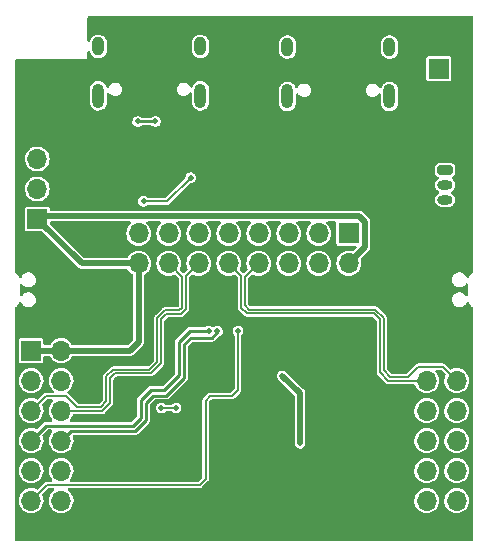
<source format=gbr>
%TF.GenerationSoftware,KiCad,Pcbnew,(6.0.0)*%
%TF.CreationDate,2022-01-05T23:10:14+08:00*%
%TF.ProjectId,CH573_KIT,43483537-335f-44b4-9954-2e6b69636164,rev?*%
%TF.SameCoordinates,Original*%
%TF.FileFunction,Copper,L2,Bot*%
%TF.FilePolarity,Positive*%
%FSLAX46Y46*%
G04 Gerber Fmt 4.6, Leading zero omitted, Abs format (unit mm)*
G04 Created by KiCad (PCBNEW (6.0.0)) date 2022-01-05 23:10:14*
%MOMM*%
%LPD*%
G01*
G04 APERTURE LIST*
G04 Aperture macros list*
%AMRoundRect*
0 Rectangle with rounded corners*
0 $1 Rounding radius*
0 $2 $3 $4 $5 $6 $7 $8 $9 X,Y pos of 4 corners*
0 Add a 4 corners polygon primitive as box body*
4,1,4,$2,$3,$4,$5,$6,$7,$8,$9,$2,$3,0*
0 Add four circle primitives for the rounded corners*
1,1,$1+$1,$2,$3*
1,1,$1+$1,$4,$5*
1,1,$1+$1,$6,$7*
1,1,$1+$1,$8,$9*
0 Add four rect primitives between the rounded corners*
20,1,$1+$1,$2,$3,$4,$5,0*
20,1,$1+$1,$4,$5,$6,$7,0*
20,1,$1+$1,$6,$7,$8,$9,0*
20,1,$1+$1,$8,$9,$2,$3,0*%
G04 Aperture macros list end*
%TA.AperFunction,ComponentPad*%
%ADD10O,1.700000X1.700000*%
%TD*%
%TA.AperFunction,ComponentPad*%
%ADD11R,1.700000X1.700000*%
%TD*%
%TA.AperFunction,ComponentPad*%
%ADD12O,1.000000X2.100000*%
%TD*%
%TA.AperFunction,ComponentPad*%
%ADD13O,1.000000X1.600000*%
%TD*%
%TA.AperFunction,ComponentPad*%
%ADD14RoundRect,0.200000X-0.450000X0.200000X-0.450000X-0.200000X0.450000X-0.200000X0.450000X0.200000X0*%
%TD*%
%TA.AperFunction,ComponentPad*%
%ADD15O,1.300000X0.800000*%
%TD*%
%TA.AperFunction,ViaPad*%
%ADD16C,0.500000*%
%TD*%
%TA.AperFunction,Conductor*%
%ADD17C,0.500000*%
%TD*%
%TA.AperFunction,Conductor*%
%ADD18C,0.127000*%
%TD*%
%TA.AperFunction,Conductor*%
%ADD19C,0.254000*%
%TD*%
%TA.AperFunction,Conductor*%
%ADD20C,0.200000*%
%TD*%
G04 APERTURE END LIST*
D10*
%TO.P,J3,12,Pin_12*%
%TO.N,/BOOT*%
X149515000Y-91350000D03*
%TO.P,J3,11,Pin_11*%
%TO.N,/NRST*%
X146975000Y-91350000D03*
%TO.P,J3,10,Pin_10*%
%TO.N,/PB4*%
X149515000Y-88810000D03*
%TO.P,J3,9,Pin_9*%
%TO.N,/PB7*%
X146975000Y-88810000D03*
%TO.P,J3,8,Pin_8*%
%TO.N,/PB10*%
X149515000Y-86270000D03*
%TO.P,J3,7,Pin_7*%
%TO.N,/PB11*%
X146975000Y-86270000D03*
%TO.P,J3,6,Pin_6*%
%TO.N,/I2C_IO*%
X149515000Y-83730000D03*
%TO.P,J3,5,Pin_5*%
%TO.N,/I2C_CK*%
X146975000Y-83730000D03*
%TO.P,J3,4,Pin_4*%
%TO.N,/PB14*%
X149515000Y-81190000D03*
%TO.P,J3,3,Pin_3*%
%TO.N,/PB15*%
X146975000Y-81190000D03*
%TO.P,J3,2,Pin_2*%
%TO.N,VDD*%
X149515000Y-78650000D03*
D11*
%TO.P,J3,1,Pin_1*%
X146975000Y-78650000D03*
%TD*%
%TO.P,J4,1,Pin_1*%
%TO.N,+3V3*%
X173875000Y-68725000D03*
D10*
%TO.P,J4,2,Pin_2*%
%TO.N,VDD*%
X173875000Y-71265000D03*
%TO.P,J4,3,Pin_3*%
%TO.N,/USB1_DN*%
X171335000Y-68725000D03*
%TO.P,J4,4,Pin_4*%
%TO.N,/PB10*%
X171335000Y-71265000D03*
%TO.P,J4,5,Pin_5*%
%TO.N,/USB1_DP*%
X168795000Y-68725000D03*
%TO.P,J4,6,Pin_6*%
%TO.N,/PB11*%
X168795000Y-71265000D03*
%TO.P,J4,7,Pin_7*%
%TO.N,/USB_TX*%
X166255000Y-68725000D03*
%TO.P,J4,8,Pin_8*%
%TO.N,/CH_RX*%
X166255000Y-71265000D03*
%TO.P,J4,9,Pin_9*%
%TO.N,/USB_RX*%
X163715000Y-68725000D03*
%TO.P,J4,10,Pin_10*%
%TO.N,/CH_TX*%
X163715000Y-71265000D03*
%TO.P,J4,11,Pin_11*%
%TO.N,/AHT_DIO*%
X161175000Y-68725000D03*
%TO.P,J4,12,Pin_12*%
%TO.N,/I2C_IO*%
X161175000Y-71265000D03*
%TO.P,J4,13,Pin_13*%
%TO.N,/AHT_CLK*%
X158635000Y-68725000D03*
%TO.P,J4,14,Pin_14*%
%TO.N,/I2C_CK*%
X158635000Y-71265000D03*
%TO.P,J4,15,Pin_15*%
%TO.N,/VDD_AHT*%
X156095000Y-68725000D03*
%TO.P,J4,16,Pin_16*%
%TO.N,VDD*%
X156095000Y-71265000D03*
%TD*%
D12*
%TO.P,USB2,S1,SHIELD*%
%TO.N,Net-(C2-Pad1)*%
X152680000Y-57070000D03*
D13*
X161320000Y-52890000D03*
D12*
X161320000Y-57070000D03*
D13*
X152680000Y-52890000D03*
%TD*%
D11*
%TO.P,J2,1,Pin_1*%
%TO.N,VDD*%
X147500000Y-67500000D03*
D10*
%TO.P,J2,2,Pin_2*%
%TO.N,/PB14*%
X147500000Y-64960000D03*
%TO.P,J2,3,Pin_3*%
%TO.N,/PB15*%
X147500000Y-62420000D03*
%TO.P,J2,4,Pin_4*%
%TO.N,GND*%
X147500000Y-59880000D03*
%TD*%
D13*
%TO.P,USB1,S1,SHIELD*%
%TO.N,Net-(C1-Pad1)*%
X168680000Y-52950000D03*
D12*
X168680000Y-57130000D03*
D13*
X177320000Y-52950000D03*
D12*
X177320000Y-57130000D03*
%TD*%
D11*
%TO.P,J1,1,Pin_1*%
%TO.N,Net-(D1-Pad2)*%
X181500000Y-54775000D03*
D10*
%TO.P,J1,2,Pin_2*%
%TO.N,GND*%
X181500000Y-52235000D03*
%TD*%
%TO.P,J6,12,Pin_12*%
%TO.N,/PA5*%
X183015000Y-91350000D03*
%TO.P,J6,11,Pin_11*%
%TO.N,/PA4*%
X180475000Y-91350000D03*
%TO.P,J6,10,Pin_10*%
%TO.N,/PA14*%
X183015000Y-88810000D03*
%TO.P,J6,9,Pin_9*%
%TO.N,/PA15*%
X180475000Y-88810000D03*
%TO.P,J6,8,Pin_8*%
%TO.N,/PA12*%
X183015000Y-86270000D03*
%TO.P,J6,7,Pin_7*%
%TO.N,/PA13*%
X180475000Y-86270000D03*
%TO.P,J6,6,Pin_6*%
%TO.N,/PA10*%
X183015000Y-83730000D03*
%TO.P,J6,5,Pin_5*%
%TO.N,/PA11*%
X180475000Y-83730000D03*
%TO.P,J6,4,Pin_4*%
%TO.N,/CH_RX*%
X183015000Y-81190000D03*
%TO.P,J6,3,Pin_3*%
%TO.N,/CH_TX*%
X180475000Y-81190000D03*
%TO.P,J6,2,Pin_2*%
%TO.N,GND*%
X183015000Y-78650000D03*
D11*
%TO.P,J6,1,Pin_1*%
X180475000Y-78650000D03*
%TD*%
D14*
%TO.P,J5,1,Pin_1*%
%TO.N,VBUS*%
X182050000Y-63375000D03*
D15*
%TO.P,J5,2,Pin_2*%
%TO.N,Net-(F1-Pad1)*%
X182050000Y-64625000D03*
%TO.P,J5,3,Pin_3*%
X182050000Y-65875000D03*
%TO.P,J5,4,Pin_4*%
%TO.N,GND*%
X182050000Y-67125000D03*
%TD*%
D16*
%TO.N,GND*%
X151500000Y-54500000D03*
X150750000Y-54500000D03*
X156750000Y-79500000D03*
X156000000Y-79500000D03*
X156750000Y-78750000D03*
X156250000Y-63250000D03*
X157250000Y-63250000D03*
X157250000Y-62250000D03*
X156250000Y-62250000D03*
X164250000Y-85750000D03*
X165750000Y-85750000D03*
X165750000Y-84250000D03*
X164250000Y-84250000D03*
X159750000Y-65750000D03*
X176000000Y-67487000D03*
X165500000Y-62750000D03*
X164750000Y-62750000D03*
X151500000Y-70250000D03*
X176250000Y-74000000D03*
X155000000Y-53250000D03*
X174750000Y-76500000D03*
X155500000Y-82500000D03*
X168500000Y-89750000D03*
X155000000Y-52500000D03*
X181000000Y-58500000D03*
X168250000Y-58750000D03*
X180750000Y-62250000D03*
X168500000Y-92750000D03*
X155750000Y-53250000D03*
X178500000Y-57500000D03*
X148000000Y-54500000D03*
X147000000Y-93500000D03*
X162750000Y-78250000D03*
X148750000Y-58250000D03*
X168250000Y-79250000D03*
X180750000Y-63000000D03*
X176000000Y-66750000D03*
X169000000Y-58750000D03*
X183000000Y-93500000D03*
X174500000Y-51750000D03*
X167000000Y-73250000D03*
X162950000Y-91700000D03*
X171500000Y-83000000D03*
X168000000Y-78500000D03*
X176250000Y-73250000D03*
X155500000Y-81750000D03*
X171500000Y-53750000D03*
X170500000Y-88250000D03*
X170750000Y-63250000D03*
X168250000Y-83000000D03*
X168000000Y-87500000D03*
X174500000Y-52500000D03*
X168500000Y-92000000D03*
X175500000Y-73250000D03*
X174000000Y-65250000D03*
X175250000Y-51750000D03*
X167250000Y-66500000D03*
X170750000Y-53750000D03*
X173750000Y-92250000D03*
X162750000Y-72750000D03*
X149750000Y-72750000D03*
X161500000Y-61500000D03*
X168500000Y-90500000D03*
X161250000Y-62250000D03*
X146250000Y-94250000D03*
X171500000Y-87250000D03*
X174500000Y-93000000D03*
X168500000Y-88250000D03*
X181750000Y-57750000D03*
X183000000Y-69000000D03*
X152250000Y-69500000D03*
X175500000Y-74000000D03*
X166500000Y-92000000D03*
X177750000Y-59000000D03*
X161250000Y-60750000D03*
X154500000Y-64750000D03*
X172250000Y-83000000D03*
X159250000Y-54000000D03*
X164050000Y-90300000D03*
X183000000Y-68250000D03*
X161750000Y-79250000D03*
X177750000Y-65750000D03*
X151250000Y-63500000D03*
X167500000Y-83000000D03*
X152000000Y-63500000D03*
X171500000Y-74000000D03*
X152250000Y-70250000D03*
X174000000Y-64500000D03*
X168500000Y-94250000D03*
X161250000Y-91000000D03*
X174500000Y-92250000D03*
X162000000Y-78500000D03*
X161000000Y-87000000D03*
X166500000Y-89250000D03*
X167500000Y-87000000D03*
X155000000Y-75750000D03*
X183500000Y-63000000D03*
X177750000Y-66500000D03*
X167750000Y-73250000D03*
X158500000Y-54000000D03*
X160750000Y-59250000D03*
X159250000Y-54750000D03*
X153500000Y-59500000D03*
X166500000Y-91250000D03*
X170750000Y-53000000D03*
X147000000Y-94250000D03*
X171500000Y-63250000D03*
X160500000Y-91000000D03*
X160000000Y-82750000D03*
X151986444Y-65263556D03*
X181000000Y-57750000D03*
X183750000Y-94250000D03*
X153750000Y-64750000D03*
X168500000Y-93500000D03*
X159750000Y-66500000D03*
X167250000Y-65750000D03*
X183750000Y-68250000D03*
X171250000Y-88000000D03*
X175500000Y-76500000D03*
X166500000Y-94250000D03*
X167250000Y-78250000D03*
X174750000Y-77250000D03*
X171500000Y-53000000D03*
X155000000Y-76500000D03*
X166500000Y-92750000D03*
X154250000Y-76500000D03*
X160500000Y-91750000D03*
X183750000Y-93500000D03*
X165500000Y-58250000D03*
X168000000Y-65750000D03*
X168500000Y-89000000D03*
X149000000Y-54500000D03*
X154250000Y-75750000D03*
X168000000Y-66500000D03*
X155500000Y-87750000D03*
X174000000Y-61000000D03*
X178500000Y-56750000D03*
X168500000Y-91250000D03*
X164750000Y-58250000D03*
X148000000Y-58250000D03*
X158500000Y-54750000D03*
X155500000Y-87000000D03*
X162000000Y-72750000D03*
X161500000Y-59250000D03*
X181750000Y-58500000D03*
X154750000Y-87750000D03*
X172250000Y-74000000D03*
X183750000Y-69000000D03*
X176750000Y-63750000D03*
X160750000Y-82750000D03*
X173750000Y-93000000D03*
X176000000Y-63750000D03*
X183000000Y-94250000D03*
X151500000Y-69500000D03*
X180250000Y-74250000D03*
X162750000Y-73500000D03*
X175250000Y-52500000D03*
X160250000Y-87000000D03*
X152750000Y-59500000D03*
X146250000Y-93500000D03*
X175500000Y-77250000D03*
X161250000Y-91750000D03*
X177000000Y-59000000D03*
X167000000Y-74000000D03*
X162000000Y-73500000D03*
X166500000Y-93500000D03*
X167750000Y-74000000D03*
X165000000Y-85000000D03*
X183500000Y-62250000D03*
X154750000Y-82500000D03*
X155750000Y-52500000D03*
X172250000Y-73250000D03*
X171500000Y-73250000D03*
%TO.N,/VSW*%
X168250000Y-80775000D03*
X169750000Y-86500000D03*
%TO.N,/NRST*%
X164500000Y-77000000D03*
%TO.N,/PB15*%
X159250000Y-83500000D03*
X158000000Y-83500000D03*
%TO.N,/PB11*%
X162037503Y-76987005D03*
%TO.N,/PB10*%
X162750000Y-77000000D03*
%TO.N,/+3.3V_UART*%
X156500000Y-66000000D03*
X160500000Y-64000000D03*
%TO.N,/USB2_DP*%
X156000000Y-59250000D03*
X157500000Y-59250000D03*
%TD*%
D17*
%TO.N,/VSW*%
X169750000Y-82275000D02*
X169750000Y-86500000D01*
X168250000Y-80775000D02*
X169750000Y-82275000D01*
D18*
%TO.N,/NRST*%
X164500000Y-82000000D02*
X164500000Y-80000000D01*
X161250000Y-90000000D02*
X161750000Y-89500000D01*
X162125000Y-82500000D02*
X164000000Y-82500000D01*
X148325000Y-90000000D02*
X161250000Y-90000000D01*
X146975000Y-91350000D02*
X148325000Y-90000000D01*
X161750000Y-89500000D02*
X161750000Y-82875000D01*
X161750000Y-82875000D02*
X162125000Y-82500000D01*
X164000000Y-82500000D02*
X164500000Y-82000000D01*
D19*
%TO.N,/PB10*%
X150331480Y-85453520D02*
X149515000Y-86270000D01*
X155812854Y-85453520D02*
X150331480Y-85453520D01*
X156703520Y-84562854D02*
X155812854Y-85453520D01*
X156703520Y-83046480D02*
X156703520Y-84562854D01*
X158437854Y-82453520D02*
X157296480Y-82453520D01*
X160500000Y-77563516D02*
X159953520Y-78109996D01*
X159953520Y-78109996D02*
X159953520Y-80937854D01*
X162276303Y-77563516D02*
X160500000Y-77563516D01*
X159953520Y-80937854D02*
X158437854Y-82453520D01*
X162750000Y-77089819D02*
X162276303Y-77563516D01*
X157296480Y-82453520D02*
X156703520Y-83046480D01*
X162750000Y-77000000D02*
X162750000Y-77089819D01*
%TO.N,/PB11*%
X148245000Y-85000000D02*
X146975000Y-86270000D01*
X155625000Y-85000000D02*
X148245000Y-85000000D01*
X156250000Y-84375000D02*
X155625000Y-85000000D01*
X157108626Y-82000000D02*
X156250000Y-82858626D01*
X156250000Y-82858626D02*
X156250000Y-84375000D01*
X160435137Y-76987005D02*
X159500000Y-77922142D01*
X159500000Y-77922142D02*
X159500000Y-80750000D01*
X159500000Y-80750000D02*
X158250000Y-82000000D01*
X158250000Y-82000000D02*
X157108626Y-82000000D01*
X162037503Y-76987005D02*
X160435137Y-76987005D01*
D18*
%TO.N,/NRST*%
X164500000Y-80125000D02*
X164500000Y-77000000D01*
%TO.N,/PB15*%
X159250000Y-83500000D02*
X158000000Y-83500000D01*
D20*
%TO.N,/+3.3V_UART*%
X158500000Y-66000000D02*
X156500000Y-66000000D01*
X160500000Y-64000000D02*
X158500000Y-66000000D01*
D18*
%TO.N,/CH_RX*%
X176826520Y-75864751D02*
X176826520Y-80326520D01*
X181825000Y-80000000D02*
X183015000Y-81190000D01*
X176135249Y-75173480D02*
X176826520Y-75864751D01*
X176826520Y-80326520D02*
X177363480Y-80863480D01*
X165423480Y-75173480D02*
X176135249Y-75173480D01*
X166255000Y-71265000D02*
X165076520Y-72443480D01*
X177363480Y-80863480D02*
X178886520Y-80863480D01*
X165076520Y-72443480D02*
X165076520Y-74826520D01*
X179750000Y-80000000D02*
X181825000Y-80000000D01*
X165076520Y-74826520D02*
X165423480Y-75173480D01*
X178886520Y-80863480D02*
X179750000Y-80000000D01*
%TO.N,/CH_TX*%
X164750000Y-72300000D02*
X164750000Y-75000000D01*
X164750000Y-75000000D02*
X165250000Y-75500000D01*
X177190000Y-81190000D02*
X180475000Y-81190000D01*
X176500000Y-80500000D02*
X177190000Y-81190000D01*
X165250000Y-75500000D02*
X176000000Y-75500000D01*
X163715000Y-71265000D02*
X164750000Y-72300000D01*
X176500000Y-76000000D02*
X176500000Y-80500000D01*
X176000000Y-75500000D02*
X176500000Y-76000000D01*
%TO.N,/I2C_IO*%
X153673040Y-83076960D02*
X153673040Y-80951960D01*
X160076520Y-72363480D02*
X161175000Y-71265000D01*
X153020000Y-83730000D02*
X153673040Y-83076960D01*
X149515000Y-83730000D02*
X153020000Y-83730000D01*
X157135250Y-80576520D02*
X158000000Y-79711770D01*
X159635249Y-75576520D02*
X160076520Y-75135250D01*
X154048480Y-80576520D02*
X157135250Y-80576520D01*
X158000000Y-76000000D02*
X158423480Y-75576520D01*
X153673040Y-80951960D02*
X154048480Y-80576520D01*
X158000000Y-79711770D02*
X158000000Y-76000000D01*
X160076520Y-75135250D02*
X160076520Y-72363480D01*
X158423480Y-75576520D02*
X159635249Y-75576520D01*
%TO.N,/I2C_CK*%
X158635000Y-71265000D02*
X159750000Y-72380000D01*
X157673480Y-79576520D02*
X157000000Y-80250000D01*
X159750000Y-72380000D02*
X159750000Y-75000000D01*
X153346520Y-80816710D02*
X153346520Y-82941710D01*
X150868239Y-83403480D02*
X149964759Y-82500000D01*
X148205000Y-82500000D02*
X146975000Y-83730000D01*
X159500000Y-75250000D02*
X158288230Y-75250000D01*
X153346520Y-82941710D02*
X152884750Y-83403480D01*
X158288230Y-75250000D02*
X157673480Y-75864750D01*
X153913230Y-80250000D02*
X153346520Y-80816710D01*
X159750000Y-75000000D02*
X159500000Y-75250000D01*
X152884750Y-83403480D02*
X150868239Y-83403480D01*
X149964759Y-82500000D02*
X148205000Y-82500000D01*
X157673480Y-75864750D02*
X157673480Y-79576520D01*
X157000000Y-80250000D02*
X153913230Y-80250000D01*
D19*
%TO.N,/USB2_DP*%
X156000000Y-59250000D02*
X157500000Y-59250000D01*
D17*
%TO.N,VDD*%
X146975000Y-78650000D02*
X149515000Y-78650000D01*
X147500000Y-67500000D02*
X151265000Y-71265000D01*
X147500000Y-67500000D02*
X147750000Y-67250000D01*
X151265000Y-71265000D02*
X156095000Y-71265000D01*
X149515000Y-78650000D02*
X155350000Y-78650000D01*
X156095000Y-77905000D02*
X156095000Y-71265000D01*
X174750000Y-67250000D02*
X175250000Y-67750000D01*
X175250000Y-69890000D02*
X173875000Y-71265000D01*
X156095000Y-71345000D02*
X156095000Y-71265000D01*
X175250000Y-67750000D02*
X175250000Y-69890000D01*
X147750000Y-67250000D02*
X174750000Y-67250000D01*
X155350000Y-78650000D02*
X156095000Y-77905000D01*
%TD*%
%TA.AperFunction,Conductor*%
%TO.N,GND*%
G36*
X184363121Y-50349002D02*
G01*
X184409614Y-50402658D01*
X184421000Y-50455000D01*
X184421000Y-71924403D01*
X184400998Y-71992524D01*
X184380631Y-72016833D01*
X184372143Y-72024696D01*
X184360468Y-72034276D01*
X184359291Y-72035129D01*
X184348015Y-72040312D01*
X184340810Y-72048088D01*
X184338048Y-72050526D01*
X184337314Y-72051058D01*
X184336070Y-72052272D01*
X184224584Y-72150682D01*
X184123701Y-72281848D01*
X184120995Y-72287260D01*
X184060329Y-72408591D01*
X184011974Y-72460575D01*
X183943190Y-72478164D01*
X183875817Y-72455773D01*
X183831244Y-72400512D01*
X183827797Y-72391175D01*
X183826566Y-72387384D01*
X183824115Y-72379842D01*
X183738893Y-72245553D01*
X183726805Y-72234201D01*
X183628728Y-72142100D01*
X183622952Y-72136676D01*
X183483576Y-72060054D01*
X183329524Y-72020500D01*
X183210397Y-72020500D01*
X183154574Y-72027552D01*
X183100071Y-72034437D01*
X183100068Y-72034438D01*
X183092206Y-72035431D01*
X183084839Y-72038348D01*
X183084838Y-72038348D01*
X183079878Y-72040312D01*
X182944326Y-72093981D01*
X182937915Y-72098639D01*
X182937913Y-72098640D01*
X182871794Y-72146678D01*
X182815653Y-72187467D01*
X182741541Y-72277052D01*
X182733097Y-72287260D01*
X182714271Y-72310016D01*
X182646552Y-72453928D01*
X182645067Y-72461711D01*
X182645066Y-72461715D01*
X182627685Y-72552832D01*
X182616749Y-72610159D01*
X182626736Y-72768894D01*
X182629185Y-72776430D01*
X182629185Y-72776432D01*
X182654144Y-72853246D01*
X182675885Y-72920158D01*
X182761107Y-73054447D01*
X182877048Y-73163324D01*
X183016424Y-73239946D01*
X183170476Y-73279500D01*
X183289603Y-73279500D01*
X183345426Y-73272448D01*
X183399929Y-73265563D01*
X183399932Y-73265562D01*
X183407794Y-73264569D01*
X183415161Y-73261652D01*
X183415162Y-73261652D01*
X183449097Y-73248216D01*
X183555674Y-73206019D01*
X183621905Y-73157900D01*
X183677933Y-73117193D01*
X183684347Y-73112533D01*
X183772916Y-73005472D01*
X183831749Y-72965734D01*
X183902727Y-72964113D01*
X183963315Y-73001122D01*
X183994275Y-73065012D01*
X183996000Y-73085788D01*
X183996000Y-73916995D01*
X183975998Y-73985116D01*
X183922342Y-74031609D01*
X183852068Y-74041713D01*
X183787488Y-74012219D01*
X183763618Y-73984514D01*
X183738893Y-73945553D01*
X183622952Y-73836676D01*
X183483576Y-73760054D01*
X183329524Y-73720500D01*
X183210397Y-73720500D01*
X183154574Y-73727552D01*
X183100071Y-73734437D01*
X183100068Y-73734438D01*
X183092206Y-73735431D01*
X183084839Y-73738348D01*
X183084838Y-73738348D01*
X183050903Y-73751784D01*
X182944326Y-73793981D01*
X182937915Y-73798639D01*
X182937913Y-73798640D01*
X182830563Y-73876635D01*
X182815653Y-73887467D01*
X182714271Y-74010016D01*
X182646552Y-74153928D01*
X182645067Y-74161711D01*
X182645066Y-74161715D01*
X182633397Y-74222888D01*
X182616749Y-74310159D01*
X182626736Y-74468894D01*
X182629185Y-74476430D01*
X182629185Y-74476432D01*
X182673434Y-74612616D01*
X182673435Y-74612619D01*
X182675885Y-74620158D01*
X182761107Y-74754447D01*
X182877048Y-74863324D01*
X183016424Y-74939946D01*
X183170476Y-74979500D01*
X183289603Y-74979500D01*
X183345426Y-74972448D01*
X183399929Y-74965563D01*
X183399932Y-74965562D01*
X183407794Y-74964569D01*
X183415161Y-74961652D01*
X183415162Y-74961652D01*
X183450329Y-74947728D01*
X183555674Y-74906019D01*
X183576831Y-74890648D01*
X183677933Y-74817193D01*
X183684347Y-74812533D01*
X183764357Y-74715818D01*
X183780677Y-74696091D01*
X183780678Y-74696090D01*
X183785729Y-74689984D01*
X183832192Y-74591244D01*
X183879293Y-74538124D01*
X183947637Y-74518901D01*
X184015525Y-74539680D01*
X184058897Y-74588544D01*
X184123701Y-74718152D01*
X184224584Y-74849318D01*
X184229120Y-74853322D01*
X184336070Y-74947728D01*
X184337314Y-74948942D01*
X184338048Y-74949474D01*
X184340810Y-74951912D01*
X184348015Y-74959688D01*
X184359291Y-74964871D01*
X184360468Y-74965724D01*
X184372143Y-74975304D01*
X184380629Y-74983166D01*
X184417008Y-75044132D01*
X184421000Y-75075597D01*
X184421000Y-94624000D01*
X184400998Y-94692121D01*
X184347342Y-94738614D01*
X184295000Y-94750000D01*
X145705000Y-94750000D01*
X145636879Y-94729998D01*
X145590386Y-94676342D01*
X145579000Y-94624000D01*
X145579000Y-91335262D01*
X145919520Y-91335262D01*
X145936759Y-91540553D01*
X145993544Y-91738586D01*
X145996359Y-91744063D01*
X145996360Y-91744066D01*
X146017247Y-91784707D01*
X146087712Y-91921818D01*
X146215677Y-92083270D01*
X146372564Y-92216791D01*
X146552398Y-92317297D01*
X146647238Y-92348112D01*
X146742471Y-92379056D01*
X146742475Y-92379057D01*
X146748329Y-92380959D01*
X146952894Y-92405351D01*
X146959029Y-92404879D01*
X146959031Y-92404879D01*
X147015039Y-92400569D01*
X147158300Y-92389546D01*
X147164230Y-92387890D01*
X147164232Y-92387890D01*
X147350797Y-92335800D01*
X147350796Y-92335800D01*
X147356725Y-92334145D01*
X147362214Y-92331372D01*
X147362220Y-92331370D01*
X147535116Y-92244033D01*
X147540610Y-92241258D01*
X147702951Y-92114424D01*
X147837564Y-91958472D01*
X147858387Y-91921818D01*
X147936276Y-91784707D01*
X147939323Y-91779344D01*
X148004351Y-91583863D01*
X148030171Y-91379474D01*
X148030583Y-91350000D01*
X148010480Y-91144970D01*
X147950935Y-90947749D01*
X147925163Y-90899278D01*
X147910844Y-90829742D01*
X147936392Y-90763502D01*
X147947320Y-90751032D01*
X148397447Y-90300905D01*
X148459759Y-90266879D01*
X148486542Y-90264000D01*
X148831345Y-90264000D01*
X148899466Y-90284002D01*
X148945959Y-90337658D01*
X148956063Y-90407932D01*
X148926569Y-90472512D01*
X148910297Y-90488197D01*
X148776447Y-90595815D01*
X148644024Y-90753630D01*
X148641056Y-90759028D01*
X148641053Y-90759033D01*
X148602181Y-90829742D01*
X148544776Y-90934162D01*
X148482484Y-91130532D01*
X148481798Y-91136649D01*
X148481797Y-91136653D01*
X148460207Y-91329137D01*
X148459520Y-91335262D01*
X148476759Y-91540553D01*
X148533544Y-91738586D01*
X148536359Y-91744063D01*
X148536360Y-91744066D01*
X148557247Y-91784707D01*
X148627712Y-91921818D01*
X148755677Y-92083270D01*
X148912564Y-92216791D01*
X149092398Y-92317297D01*
X149187238Y-92348112D01*
X149282471Y-92379056D01*
X149282475Y-92379057D01*
X149288329Y-92380959D01*
X149492894Y-92405351D01*
X149499029Y-92404879D01*
X149499031Y-92404879D01*
X149555039Y-92400569D01*
X149698300Y-92389546D01*
X149704230Y-92387890D01*
X149704232Y-92387890D01*
X149890797Y-92335800D01*
X149890796Y-92335800D01*
X149896725Y-92334145D01*
X149902214Y-92331372D01*
X149902220Y-92331370D01*
X150075116Y-92244033D01*
X150080610Y-92241258D01*
X150242951Y-92114424D01*
X150377564Y-91958472D01*
X150398387Y-91921818D01*
X150476276Y-91784707D01*
X150479323Y-91779344D01*
X150544351Y-91583863D01*
X150570171Y-91379474D01*
X150570583Y-91350000D01*
X150569138Y-91335262D01*
X179419520Y-91335262D01*
X179436759Y-91540553D01*
X179493544Y-91738586D01*
X179496359Y-91744063D01*
X179496360Y-91744066D01*
X179517247Y-91784707D01*
X179587712Y-91921818D01*
X179715677Y-92083270D01*
X179872564Y-92216791D01*
X180052398Y-92317297D01*
X180147238Y-92348112D01*
X180242471Y-92379056D01*
X180242475Y-92379057D01*
X180248329Y-92380959D01*
X180452894Y-92405351D01*
X180459029Y-92404879D01*
X180459031Y-92404879D01*
X180515039Y-92400569D01*
X180658300Y-92389546D01*
X180664230Y-92387890D01*
X180664232Y-92387890D01*
X180850797Y-92335800D01*
X180850796Y-92335800D01*
X180856725Y-92334145D01*
X180862214Y-92331372D01*
X180862220Y-92331370D01*
X181035116Y-92244033D01*
X181040610Y-92241258D01*
X181202951Y-92114424D01*
X181337564Y-91958472D01*
X181358387Y-91921818D01*
X181436276Y-91784707D01*
X181439323Y-91779344D01*
X181504351Y-91583863D01*
X181530171Y-91379474D01*
X181530583Y-91350000D01*
X181529138Y-91335262D01*
X181959520Y-91335262D01*
X181976759Y-91540553D01*
X182033544Y-91738586D01*
X182036359Y-91744063D01*
X182036360Y-91744066D01*
X182057247Y-91784707D01*
X182127712Y-91921818D01*
X182255677Y-92083270D01*
X182412564Y-92216791D01*
X182592398Y-92317297D01*
X182687238Y-92348112D01*
X182782471Y-92379056D01*
X182782475Y-92379057D01*
X182788329Y-92380959D01*
X182992894Y-92405351D01*
X182999029Y-92404879D01*
X182999031Y-92404879D01*
X183055039Y-92400569D01*
X183198300Y-92389546D01*
X183204230Y-92387890D01*
X183204232Y-92387890D01*
X183390797Y-92335800D01*
X183390796Y-92335800D01*
X183396725Y-92334145D01*
X183402214Y-92331372D01*
X183402220Y-92331370D01*
X183575116Y-92244033D01*
X183580610Y-92241258D01*
X183742951Y-92114424D01*
X183877564Y-91958472D01*
X183898387Y-91921818D01*
X183976276Y-91784707D01*
X183979323Y-91779344D01*
X184044351Y-91583863D01*
X184070171Y-91379474D01*
X184070583Y-91350000D01*
X184050480Y-91144970D01*
X183990935Y-90947749D01*
X183894218Y-90765849D01*
X183820859Y-90675902D01*
X183767906Y-90610975D01*
X183767903Y-90610972D01*
X183764011Y-90606200D01*
X183746786Y-90591950D01*
X183610025Y-90478811D01*
X183610021Y-90478809D01*
X183605275Y-90474882D01*
X183424055Y-90376897D01*
X183227254Y-90315977D01*
X183221129Y-90315333D01*
X183221128Y-90315333D01*
X183028498Y-90295087D01*
X183028496Y-90295087D01*
X183022369Y-90294443D01*
X182935529Y-90302346D01*
X182823342Y-90312555D01*
X182823339Y-90312556D01*
X182817203Y-90313114D01*
X182619572Y-90371280D01*
X182614107Y-90374137D01*
X182603223Y-90379827D01*
X182437002Y-90466726D01*
X182432201Y-90470586D01*
X182432198Y-90470588D01*
X182421971Y-90478811D01*
X182276447Y-90595815D01*
X182144024Y-90753630D01*
X182141056Y-90759028D01*
X182141053Y-90759033D01*
X182102181Y-90829742D01*
X182044776Y-90934162D01*
X181982484Y-91130532D01*
X181981798Y-91136649D01*
X181981797Y-91136653D01*
X181960207Y-91329137D01*
X181959520Y-91335262D01*
X181529138Y-91335262D01*
X181510480Y-91144970D01*
X181450935Y-90947749D01*
X181354218Y-90765849D01*
X181280859Y-90675902D01*
X181227906Y-90610975D01*
X181227903Y-90610972D01*
X181224011Y-90606200D01*
X181206786Y-90591950D01*
X181070025Y-90478811D01*
X181070021Y-90478809D01*
X181065275Y-90474882D01*
X180884055Y-90376897D01*
X180687254Y-90315977D01*
X180681129Y-90315333D01*
X180681128Y-90315333D01*
X180488498Y-90295087D01*
X180488496Y-90295087D01*
X180482369Y-90294443D01*
X180395529Y-90302346D01*
X180283342Y-90312555D01*
X180283339Y-90312556D01*
X180277203Y-90313114D01*
X180079572Y-90371280D01*
X180074107Y-90374137D01*
X180063223Y-90379827D01*
X179897002Y-90466726D01*
X179892201Y-90470586D01*
X179892198Y-90470588D01*
X179881971Y-90478811D01*
X179736447Y-90595815D01*
X179604024Y-90753630D01*
X179601056Y-90759028D01*
X179601053Y-90759033D01*
X179562181Y-90829742D01*
X179504776Y-90934162D01*
X179442484Y-91130532D01*
X179441798Y-91136649D01*
X179441797Y-91136653D01*
X179420207Y-91329137D01*
X179419520Y-91335262D01*
X150569138Y-91335262D01*
X150550480Y-91144970D01*
X150490935Y-90947749D01*
X150394218Y-90765849D01*
X150320859Y-90675902D01*
X150267906Y-90610975D01*
X150267903Y-90610972D01*
X150264011Y-90606200D01*
X150120024Y-90487083D01*
X150080287Y-90428251D01*
X150078665Y-90357273D01*
X150115675Y-90296685D01*
X150179565Y-90265725D01*
X150200341Y-90264000D01*
X161211588Y-90264000D01*
X161236168Y-90266421D01*
X161237827Y-90266751D01*
X161237829Y-90266751D01*
X161250000Y-90269172D01*
X161262171Y-90266751D01*
X161263831Y-90266421D01*
X161276002Y-90264000D01*
X161340838Y-90251104D01*
X161340839Y-90251103D01*
X161353008Y-90248683D01*
X161440333Y-90190333D01*
X161448170Y-90178604D01*
X161463836Y-90159516D01*
X161909520Y-89713833D01*
X161928607Y-89698168D01*
X161940333Y-89690333D01*
X161955060Y-89668293D01*
X161955063Y-89668290D01*
X161998683Y-89603008D01*
X162011526Y-89538439D01*
X162016751Y-89512172D01*
X162019172Y-89500000D01*
X162016421Y-89486168D01*
X162014000Y-89461588D01*
X162014000Y-88795262D01*
X179419520Y-88795262D01*
X179436759Y-89000553D01*
X179493544Y-89198586D01*
X179496359Y-89204063D01*
X179496360Y-89204066D01*
X179517247Y-89244707D01*
X179587712Y-89381818D01*
X179715677Y-89543270D01*
X179720370Y-89547264D01*
X179720371Y-89547265D01*
X179862584Y-89668297D01*
X179872564Y-89676791D01*
X179877942Y-89679797D01*
X179877944Y-89679798D01*
X179947871Y-89718879D01*
X180052398Y-89777297D01*
X180130808Y-89802774D01*
X180242471Y-89839056D01*
X180242475Y-89839057D01*
X180248329Y-89840959D01*
X180452894Y-89865351D01*
X180459029Y-89864879D01*
X180459031Y-89864879D01*
X180515039Y-89860569D01*
X180658300Y-89849546D01*
X180664230Y-89847890D01*
X180664232Y-89847890D01*
X180850797Y-89795800D01*
X180850796Y-89795800D01*
X180856725Y-89794145D01*
X180862214Y-89791372D01*
X180862220Y-89791370D01*
X181035116Y-89704033D01*
X181040610Y-89701258D01*
X181054594Y-89690333D01*
X181173356Y-89597546D01*
X181202951Y-89574424D01*
X181243309Y-89527669D01*
X181333540Y-89423134D01*
X181333540Y-89423133D01*
X181337564Y-89418472D01*
X181344322Y-89406577D01*
X181436276Y-89244707D01*
X181439323Y-89239344D01*
X181504351Y-89043863D01*
X181530171Y-88839474D01*
X181530583Y-88810000D01*
X181529138Y-88795262D01*
X181959520Y-88795262D01*
X181976759Y-89000553D01*
X182033544Y-89198586D01*
X182036359Y-89204063D01*
X182036360Y-89204066D01*
X182057247Y-89244707D01*
X182127712Y-89381818D01*
X182255677Y-89543270D01*
X182260370Y-89547264D01*
X182260371Y-89547265D01*
X182402584Y-89668297D01*
X182412564Y-89676791D01*
X182417942Y-89679797D01*
X182417944Y-89679798D01*
X182487871Y-89718879D01*
X182592398Y-89777297D01*
X182670808Y-89802774D01*
X182782471Y-89839056D01*
X182782475Y-89839057D01*
X182788329Y-89840959D01*
X182992894Y-89865351D01*
X182999029Y-89864879D01*
X182999031Y-89864879D01*
X183055039Y-89860569D01*
X183198300Y-89849546D01*
X183204230Y-89847890D01*
X183204232Y-89847890D01*
X183390797Y-89795800D01*
X183390796Y-89795800D01*
X183396725Y-89794145D01*
X183402214Y-89791372D01*
X183402220Y-89791370D01*
X183575116Y-89704033D01*
X183580610Y-89701258D01*
X183594594Y-89690333D01*
X183713356Y-89597546D01*
X183742951Y-89574424D01*
X183783309Y-89527669D01*
X183873540Y-89423134D01*
X183873540Y-89423133D01*
X183877564Y-89418472D01*
X183884322Y-89406577D01*
X183976276Y-89244707D01*
X183979323Y-89239344D01*
X184044351Y-89043863D01*
X184070171Y-88839474D01*
X184070583Y-88810000D01*
X184050480Y-88604970D01*
X183990935Y-88407749D01*
X183894218Y-88225849D01*
X183820859Y-88135902D01*
X183767906Y-88070975D01*
X183767903Y-88070972D01*
X183764011Y-88066200D01*
X183746786Y-88051950D01*
X183610025Y-87938811D01*
X183610021Y-87938809D01*
X183605275Y-87934882D01*
X183424055Y-87836897D01*
X183227254Y-87775977D01*
X183221129Y-87775333D01*
X183221128Y-87775333D01*
X183028498Y-87755087D01*
X183028496Y-87755087D01*
X183022369Y-87754443D01*
X182935529Y-87762346D01*
X182823342Y-87772555D01*
X182823339Y-87772556D01*
X182817203Y-87773114D01*
X182619572Y-87831280D01*
X182437002Y-87926726D01*
X182432201Y-87930586D01*
X182432198Y-87930588D01*
X182421971Y-87938811D01*
X182276447Y-88055815D01*
X182144024Y-88213630D01*
X182141056Y-88219028D01*
X182141053Y-88219033D01*
X182134315Y-88231290D01*
X182044776Y-88394162D01*
X181982484Y-88590532D01*
X181981798Y-88596649D01*
X181981797Y-88596653D01*
X181960207Y-88789137D01*
X181959520Y-88795262D01*
X181529138Y-88795262D01*
X181510480Y-88604970D01*
X181450935Y-88407749D01*
X181354218Y-88225849D01*
X181280859Y-88135902D01*
X181227906Y-88070975D01*
X181227903Y-88070972D01*
X181224011Y-88066200D01*
X181206786Y-88051950D01*
X181070025Y-87938811D01*
X181070021Y-87938809D01*
X181065275Y-87934882D01*
X180884055Y-87836897D01*
X180687254Y-87775977D01*
X180681129Y-87775333D01*
X180681128Y-87775333D01*
X180488498Y-87755087D01*
X180488496Y-87755087D01*
X180482369Y-87754443D01*
X180395529Y-87762346D01*
X180283342Y-87772555D01*
X180283339Y-87772556D01*
X180277203Y-87773114D01*
X180079572Y-87831280D01*
X179897002Y-87926726D01*
X179892201Y-87930586D01*
X179892198Y-87930588D01*
X179881971Y-87938811D01*
X179736447Y-88055815D01*
X179604024Y-88213630D01*
X179601056Y-88219028D01*
X179601053Y-88219033D01*
X179594315Y-88231290D01*
X179504776Y-88394162D01*
X179442484Y-88590532D01*
X179441798Y-88596649D01*
X179441797Y-88596653D01*
X179420207Y-88789137D01*
X179419520Y-88795262D01*
X162014000Y-88795262D01*
X162014000Y-83036542D01*
X162034002Y-82968421D01*
X162050905Y-82947447D01*
X162197447Y-82800905D01*
X162259759Y-82766879D01*
X162286542Y-82764000D01*
X163961588Y-82764000D01*
X163986168Y-82766421D01*
X163987827Y-82766751D01*
X163987829Y-82766751D01*
X164000000Y-82769172D01*
X164012171Y-82766751D01*
X164013831Y-82766421D01*
X164026002Y-82764000D01*
X164052643Y-82758701D01*
X164090838Y-82751104D01*
X164090839Y-82751103D01*
X164103008Y-82748683D01*
X164165824Y-82706710D01*
X164168290Y-82705062D01*
X164168295Y-82705059D01*
X164180017Y-82697226D01*
X164190333Y-82690333D01*
X164198170Y-82678604D01*
X164213836Y-82659516D01*
X164659520Y-82213833D01*
X164678607Y-82198168D01*
X164690333Y-82190333D01*
X164705060Y-82168293D01*
X164705063Y-82168290D01*
X164748683Y-82103008D01*
X164764750Y-82022231D01*
X164766751Y-82012172D01*
X164769172Y-82000000D01*
X164766421Y-81986168D01*
X164764000Y-81961588D01*
X164764000Y-80789310D01*
X167794636Y-80789310D01*
X167804150Y-80841403D01*
X167805130Y-80847666D01*
X167811633Y-80897394D01*
X167815246Y-80905605D01*
X167815512Y-80906558D01*
X167816626Y-80911390D01*
X167817283Y-80913309D01*
X167818975Y-80922573D01*
X167841542Y-80966017D01*
X167845047Y-80973335D01*
X167859989Y-81007294D01*
X167859992Y-81007298D01*
X167863605Y-81015510D01*
X167869380Y-81022380D01*
X167874124Y-81030001D01*
X167873619Y-81030316D01*
X167873833Y-81030637D01*
X167874097Y-81030459D01*
X167878111Y-81036416D01*
X167881421Y-81042788D01*
X167885725Y-81047828D01*
X167913524Y-81075627D01*
X167920880Y-81083647D01*
X167946639Y-81114291D01*
X167954109Y-81119263D01*
X167956769Y-81121642D01*
X167972092Y-81134195D01*
X169262595Y-82424698D01*
X169296621Y-82487010D01*
X169299500Y-82513793D01*
X169299500Y-86455152D01*
X169298000Y-86474536D01*
X169296282Y-86485567D01*
X169296282Y-86485571D01*
X169294901Y-86494440D01*
X169296065Y-86503342D01*
X169296065Y-86503344D01*
X169299127Y-86526756D01*
X169299500Y-86530386D01*
X169299500Y-86533850D01*
X169301684Y-86548376D01*
X169303581Y-86560995D01*
X169303913Y-86563364D01*
X169311633Y-86622394D01*
X169313424Y-86626464D01*
X169314551Y-86633962D01*
X169339617Y-86686162D01*
X169341346Y-86689924D01*
X169363605Y-86740510D01*
X169367603Y-86745266D01*
X169367883Y-86745776D01*
X169369112Y-86747585D01*
X169373191Y-86756079D01*
X169379585Y-86762996D01*
X169409804Y-86795687D01*
X169413730Y-86800141D01*
X169446639Y-86839291D01*
X169453824Y-86844074D01*
X169457210Y-86847405D01*
X169458755Y-86848643D01*
X169465146Y-86855556D01*
X169473288Y-86860285D01*
X169473289Y-86860286D01*
X169508345Y-86880648D01*
X169514879Y-86884715D01*
X169554060Y-86910796D01*
X169562626Y-86913472D01*
X169570489Y-86917223D01*
X169571973Y-86918006D01*
X169574141Y-86918865D01*
X169582287Y-86923596D01*
X169591458Y-86925722D01*
X169591461Y-86925723D01*
X169627063Y-86933975D01*
X169636184Y-86936454D01*
X169667627Y-86946277D01*
X169677233Y-86949278D01*
X169686209Y-86949443D01*
X169695068Y-86950878D01*
X169695038Y-86951062D01*
X169699638Y-86951631D01*
X169705083Y-86952059D01*
X169714255Y-86954185D01*
X169723649Y-86953520D01*
X169723651Y-86953520D01*
X169756089Y-86951223D01*
X169767297Y-86950929D01*
X169797279Y-86951479D01*
X169797283Y-86951479D01*
X169806255Y-86951643D01*
X169814912Y-86949283D01*
X169816948Y-86949029D01*
X169838257Y-86945405D01*
X169849384Y-86944617D01*
X169884759Y-86930931D01*
X169897072Y-86926883D01*
X169901327Y-86925723D01*
X169930755Y-86917700D01*
X169938407Y-86913002D01*
X169938411Y-86913000D01*
X169941077Y-86911363D01*
X169961536Y-86901229D01*
X169966941Y-86899138D01*
X169966942Y-86899137D01*
X169975726Y-86895739D01*
X170002353Y-86874748D01*
X170014423Y-86866328D01*
X170040724Y-86850179D01*
X170051580Y-86838185D01*
X170066984Y-86823797D01*
X170074711Y-86817706D01*
X170074715Y-86817702D01*
X170082110Y-86811872D01*
X170099091Y-86787302D01*
X170109325Y-86774390D01*
X170121297Y-86761163D01*
X170127322Y-86754507D01*
X170136143Y-86736301D01*
X170145880Y-86719605D01*
X170153775Y-86708182D01*
X170153778Y-86708177D01*
X170159131Y-86700431D01*
X170166920Y-86675804D01*
X170173663Y-86658860D01*
X170179675Y-86646452D01*
X170179675Y-86646451D01*
X170183588Y-86638375D01*
X170185592Y-86626464D01*
X170187616Y-86614432D01*
X170191735Y-86597344D01*
X170197814Y-86578122D01*
X170197816Y-86578113D01*
X170199980Y-86571270D01*
X170200500Y-86564663D01*
X170200500Y-86548376D01*
X170202246Y-86527472D01*
X170204190Y-86515917D01*
X170204997Y-86511120D01*
X170205133Y-86500000D01*
X170201773Y-86476538D01*
X170200500Y-86458676D01*
X170200500Y-86255262D01*
X179419520Y-86255262D01*
X179436759Y-86460553D01*
X179438458Y-86466478D01*
X179490065Y-86646452D01*
X179493544Y-86658586D01*
X179496359Y-86664063D01*
X179496360Y-86664066D01*
X179581816Y-86830346D01*
X179587712Y-86841818D01*
X179715677Y-87003270D01*
X179872564Y-87136791D01*
X180052398Y-87237297D01*
X180147238Y-87268113D01*
X180242471Y-87299056D01*
X180242475Y-87299057D01*
X180248329Y-87300959D01*
X180452894Y-87325351D01*
X180459029Y-87324879D01*
X180459031Y-87324879D01*
X180515039Y-87320569D01*
X180658300Y-87309546D01*
X180664230Y-87307890D01*
X180664232Y-87307890D01*
X180850797Y-87255800D01*
X180850796Y-87255800D01*
X180856725Y-87254145D01*
X180862214Y-87251372D01*
X180862220Y-87251370D01*
X181035116Y-87164033D01*
X181040610Y-87161258D01*
X181202951Y-87034424D01*
X181274416Y-86951631D01*
X181333540Y-86883134D01*
X181333540Y-86883133D01*
X181337564Y-86878472D01*
X181358387Y-86841818D01*
X181384592Y-86795687D01*
X181439323Y-86699344D01*
X181504351Y-86503863D01*
X181530171Y-86299474D01*
X181530583Y-86270000D01*
X181529138Y-86255262D01*
X181959520Y-86255262D01*
X181976759Y-86460553D01*
X181978458Y-86466478D01*
X182030065Y-86646452D01*
X182033544Y-86658586D01*
X182036359Y-86664063D01*
X182036360Y-86664066D01*
X182121816Y-86830346D01*
X182127712Y-86841818D01*
X182255677Y-87003270D01*
X182412564Y-87136791D01*
X182592398Y-87237297D01*
X182687238Y-87268113D01*
X182782471Y-87299056D01*
X182782475Y-87299057D01*
X182788329Y-87300959D01*
X182992894Y-87325351D01*
X182999029Y-87324879D01*
X182999031Y-87324879D01*
X183055039Y-87320569D01*
X183198300Y-87309546D01*
X183204230Y-87307890D01*
X183204232Y-87307890D01*
X183390797Y-87255800D01*
X183390796Y-87255800D01*
X183396725Y-87254145D01*
X183402214Y-87251372D01*
X183402220Y-87251370D01*
X183575116Y-87164033D01*
X183580610Y-87161258D01*
X183742951Y-87034424D01*
X183814416Y-86951631D01*
X183873540Y-86883134D01*
X183873540Y-86883133D01*
X183877564Y-86878472D01*
X183898387Y-86841818D01*
X183924592Y-86795687D01*
X183979323Y-86699344D01*
X184044351Y-86503863D01*
X184070171Y-86299474D01*
X184070583Y-86270000D01*
X184050480Y-86064970D01*
X183990935Y-85867749D01*
X183894218Y-85685849D01*
X183820859Y-85595902D01*
X183767906Y-85530975D01*
X183767903Y-85530972D01*
X183764011Y-85526200D01*
X183697808Y-85471432D01*
X183610025Y-85398811D01*
X183610021Y-85398809D01*
X183605275Y-85394882D01*
X183424055Y-85296897D01*
X183227254Y-85235977D01*
X183221129Y-85235333D01*
X183221128Y-85235333D01*
X183028498Y-85215087D01*
X183028496Y-85215087D01*
X183022369Y-85214443D01*
X182935529Y-85222346D01*
X182823342Y-85232555D01*
X182823339Y-85232556D01*
X182817203Y-85233114D01*
X182619572Y-85291280D01*
X182437002Y-85386726D01*
X182432201Y-85390586D01*
X182432198Y-85390588D01*
X182281254Y-85511950D01*
X182276447Y-85515815D01*
X182144024Y-85673630D01*
X182141056Y-85679028D01*
X182141053Y-85679033D01*
X182083432Y-85783846D01*
X182044776Y-85854162D01*
X181982484Y-86050532D01*
X181981798Y-86056649D01*
X181981797Y-86056653D01*
X181960207Y-86249137D01*
X181959520Y-86255262D01*
X181529138Y-86255262D01*
X181510480Y-86064970D01*
X181450935Y-85867749D01*
X181354218Y-85685849D01*
X181280859Y-85595902D01*
X181227906Y-85530975D01*
X181227903Y-85530972D01*
X181224011Y-85526200D01*
X181157808Y-85471432D01*
X181070025Y-85398811D01*
X181070021Y-85398809D01*
X181065275Y-85394882D01*
X180884055Y-85296897D01*
X180687254Y-85235977D01*
X180681129Y-85235333D01*
X180681128Y-85235333D01*
X180488498Y-85215087D01*
X180488496Y-85215087D01*
X180482369Y-85214443D01*
X180395529Y-85222346D01*
X180283342Y-85232555D01*
X180283339Y-85232556D01*
X180277203Y-85233114D01*
X180079572Y-85291280D01*
X179897002Y-85386726D01*
X179892201Y-85390586D01*
X179892198Y-85390588D01*
X179741254Y-85511950D01*
X179736447Y-85515815D01*
X179604024Y-85673630D01*
X179601056Y-85679028D01*
X179601053Y-85679033D01*
X179543432Y-85783846D01*
X179504776Y-85854162D01*
X179442484Y-86050532D01*
X179441798Y-86056649D01*
X179441797Y-86056653D01*
X179420207Y-86249137D01*
X179419520Y-86255262D01*
X170200500Y-86255262D01*
X170200500Y-83715262D01*
X179419520Y-83715262D01*
X179420036Y-83721406D01*
X179435940Y-83910796D01*
X179436759Y-83920553D01*
X179438458Y-83926478D01*
X179482545Y-84080227D01*
X179493544Y-84118586D01*
X179496359Y-84124063D01*
X179496360Y-84124066D01*
X179517247Y-84164707D01*
X179587712Y-84301818D01*
X179715677Y-84463270D01*
X179872564Y-84596791D01*
X180052398Y-84697297D01*
X180133119Y-84723525D01*
X180242471Y-84759056D01*
X180242475Y-84759057D01*
X180248329Y-84760959D01*
X180452894Y-84785351D01*
X180459029Y-84784879D01*
X180459031Y-84784879D01*
X180515039Y-84780569D01*
X180658300Y-84769546D01*
X180664230Y-84767890D01*
X180664232Y-84767890D01*
X180850797Y-84715800D01*
X180850796Y-84715800D01*
X180856725Y-84714145D01*
X180862214Y-84711372D01*
X180862220Y-84711370D01*
X181005049Y-84639221D01*
X181040610Y-84621258D01*
X181064639Y-84602485D01*
X181126642Y-84554043D01*
X181202951Y-84494424D01*
X181229067Y-84464169D01*
X181333540Y-84343134D01*
X181333540Y-84343133D01*
X181337564Y-84338472D01*
X181358387Y-84301818D01*
X181376056Y-84270714D01*
X181439323Y-84159344D01*
X181504351Y-83963863D01*
X181530171Y-83759474D01*
X181530583Y-83730000D01*
X181529138Y-83715262D01*
X181959520Y-83715262D01*
X181960036Y-83721406D01*
X181975940Y-83910796D01*
X181976759Y-83920553D01*
X181978458Y-83926478D01*
X182022545Y-84080227D01*
X182033544Y-84118586D01*
X182036359Y-84124063D01*
X182036360Y-84124066D01*
X182057247Y-84164707D01*
X182127712Y-84301818D01*
X182255677Y-84463270D01*
X182412564Y-84596791D01*
X182592398Y-84697297D01*
X182673119Y-84723525D01*
X182782471Y-84759056D01*
X182782475Y-84759057D01*
X182788329Y-84760959D01*
X182992894Y-84785351D01*
X182999029Y-84784879D01*
X182999031Y-84784879D01*
X183055039Y-84780569D01*
X183198300Y-84769546D01*
X183204230Y-84767890D01*
X183204232Y-84767890D01*
X183390797Y-84715800D01*
X183390796Y-84715800D01*
X183396725Y-84714145D01*
X183402214Y-84711372D01*
X183402220Y-84711370D01*
X183545049Y-84639221D01*
X183580610Y-84621258D01*
X183604639Y-84602485D01*
X183666642Y-84554043D01*
X183742951Y-84494424D01*
X183769067Y-84464169D01*
X183873540Y-84343134D01*
X183873540Y-84343133D01*
X183877564Y-84338472D01*
X183898387Y-84301818D01*
X183916056Y-84270714D01*
X183979323Y-84159344D01*
X184044351Y-83963863D01*
X184070171Y-83759474D01*
X184070583Y-83730000D01*
X184050480Y-83524970D01*
X183990935Y-83327749D01*
X183894218Y-83145849D01*
X183805069Y-83036542D01*
X183767906Y-82990975D01*
X183767903Y-82990972D01*
X183764011Y-82986200D01*
X183759262Y-82982271D01*
X183610025Y-82858811D01*
X183610021Y-82858809D01*
X183605275Y-82854882D01*
X183432890Y-82761674D01*
X183429474Y-82759827D01*
X183424055Y-82756897D01*
X183227254Y-82695977D01*
X183221129Y-82695333D01*
X183221128Y-82695333D01*
X183028498Y-82675087D01*
X183028496Y-82675087D01*
X183022369Y-82674443D01*
X182935529Y-82682346D01*
X182823342Y-82692555D01*
X182823339Y-82692556D01*
X182817203Y-82693114D01*
X182619572Y-82751280D01*
X182614107Y-82754137D01*
X182576951Y-82773562D01*
X182437002Y-82846726D01*
X182432201Y-82850586D01*
X182432198Y-82850588D01*
X182354061Y-82913412D01*
X182276447Y-82975815D01*
X182144024Y-83133630D01*
X182141056Y-83139028D01*
X182141053Y-83139033D01*
X182063951Y-83279282D01*
X182044776Y-83314162D01*
X181982484Y-83510532D01*
X181981798Y-83516649D01*
X181981797Y-83516653D01*
X181969937Y-83622394D01*
X181959520Y-83715262D01*
X181529138Y-83715262D01*
X181510480Y-83524970D01*
X181450935Y-83327749D01*
X181354218Y-83145849D01*
X181265069Y-83036542D01*
X181227906Y-82990975D01*
X181227903Y-82990972D01*
X181224011Y-82986200D01*
X181219262Y-82982271D01*
X181070025Y-82858811D01*
X181070021Y-82858809D01*
X181065275Y-82854882D01*
X180892890Y-82761674D01*
X180889474Y-82759827D01*
X180884055Y-82756897D01*
X180687254Y-82695977D01*
X180681129Y-82695333D01*
X180681128Y-82695333D01*
X180488498Y-82675087D01*
X180488496Y-82675087D01*
X180482369Y-82674443D01*
X180395529Y-82682346D01*
X180283342Y-82692555D01*
X180283339Y-82692556D01*
X180277203Y-82693114D01*
X180079572Y-82751280D01*
X180074107Y-82754137D01*
X180036951Y-82773562D01*
X179897002Y-82846726D01*
X179892201Y-82850586D01*
X179892198Y-82850588D01*
X179814061Y-82913412D01*
X179736447Y-82975815D01*
X179604024Y-83133630D01*
X179601056Y-83139028D01*
X179601053Y-83139033D01*
X179523951Y-83279282D01*
X179504776Y-83314162D01*
X179442484Y-83510532D01*
X179441798Y-83516649D01*
X179441797Y-83516653D01*
X179429937Y-83622394D01*
X179419520Y-83715262D01*
X170200500Y-83715262D01*
X170200500Y-82309219D01*
X170201373Y-82294410D01*
X170204257Y-82270041D01*
X170205364Y-82260689D01*
X170203672Y-82251426D01*
X170203672Y-82251419D01*
X170194825Y-82202982D01*
X170194174Y-82199075D01*
X170186850Y-82150356D01*
X170186850Y-82150355D01*
X170185449Y-82141038D01*
X170182321Y-82134525D01*
X170181025Y-82127427D01*
X170153972Y-82075347D01*
X170152223Y-82071845D01*
X170130887Y-82027413D01*
X170130886Y-82027412D01*
X170126809Y-82018921D01*
X170121923Y-82013636D01*
X170121892Y-82013589D01*
X170118579Y-82007211D01*
X170114275Y-82002172D01*
X170077048Y-81964945D01*
X170073618Y-81961379D01*
X170042348Y-81927551D01*
X170034854Y-81919444D01*
X170028495Y-81915751D01*
X170022337Y-81910234D01*
X168584032Y-80471929D01*
X168577674Y-80465081D01*
X168555056Y-80438831D01*
X168555051Y-80438827D01*
X168549193Y-80432028D01*
X168509689Y-80406423D01*
X168503367Y-80402045D01*
X168470763Y-80377963D01*
X168470758Y-80377960D01*
X168463184Y-80372366D01*
X168454297Y-80369245D01*
X168452548Y-80368319D01*
X168448147Y-80366534D01*
X168440906Y-80361841D01*
X168432308Y-80359270D01*
X168432307Y-80359269D01*
X168391895Y-80347183D01*
X168386262Y-80345353D01*
X168354682Y-80334263D01*
X168344252Y-80330600D01*
X168344249Y-80330600D01*
X168335369Y-80327481D01*
X168325962Y-80327111D01*
X168323815Y-80326702D01*
X168323227Y-80326647D01*
X168317273Y-80324866D01*
X168308298Y-80324811D01*
X168308296Y-80324811D01*
X168287056Y-80324682D01*
X168261975Y-80324529D01*
X168257830Y-80324434D01*
X168200006Y-80322162D01*
X168192677Y-80324105D01*
X168188231Y-80324078D01*
X168152595Y-80334263D01*
X168131020Y-80340429D01*
X168128687Y-80341072D01*
X168078170Y-80354466D01*
X168078168Y-80354467D01*
X168069063Y-80356881D01*
X168065348Y-80359198D01*
X168064155Y-80359539D01*
X168050240Y-80368319D01*
X168009075Y-80394292D01*
X168008515Y-80394642D01*
X167954118Y-80428567D01*
X167912026Y-80477075D01*
X167911459Y-80477722D01*
X167869596Y-80525122D01*
X167868728Y-80526970D01*
X167865333Y-80530883D01*
X167861526Y-80539494D01*
X167861523Y-80539499D01*
X167840773Y-80586437D01*
X167839596Y-80589019D01*
X167814754Y-80641932D01*
X167813946Y-80647118D01*
X167810558Y-80654783D01*
X167809452Y-80664131D01*
X167809451Y-80664133D01*
X167803871Y-80711279D01*
X167803244Y-80715852D01*
X167796282Y-80760568D01*
X167794901Y-80769440D01*
X167795787Y-80776215D01*
X167795678Y-80777885D01*
X167795743Y-80779954D01*
X167794636Y-80789310D01*
X164764000Y-80789310D01*
X164764000Y-77428259D01*
X164784002Y-77360138D01*
X164796585Y-77343704D01*
X164871300Y-77261161D01*
X164871303Y-77261157D01*
X164877322Y-77254507D01*
X164933588Y-77138375D01*
X164954997Y-77011120D01*
X164955133Y-77000000D01*
X164936839Y-76872259D01*
X164930724Y-76858809D01*
X164887145Y-76762962D01*
X164887143Y-76762959D01*
X164883428Y-76754788D01*
X164823822Y-76685611D01*
X164805051Y-76663826D01*
X164805049Y-76663824D01*
X164799193Y-76657028D01*
X164690906Y-76586841D01*
X164682311Y-76584271D01*
X164682310Y-76584270D01*
X164575874Y-76552438D01*
X164575872Y-76552438D01*
X164567273Y-76549866D01*
X164558298Y-76549811D01*
X164558297Y-76549811D01*
X164503641Y-76549477D01*
X164438231Y-76549078D01*
X164426475Y-76552438D01*
X164322786Y-76582072D01*
X164322784Y-76582073D01*
X164314155Y-76584539D01*
X164306565Y-76589328D01*
X164220534Y-76643610D01*
X164205019Y-76653399D01*
X164199076Y-76660128D01*
X164199075Y-76660129D01*
X164152132Y-76713282D01*
X164119596Y-76750122D01*
X164115782Y-76758245D01*
X164115781Y-76758247D01*
X164110533Y-76769425D01*
X164064754Y-76866932D01*
X164063374Y-76875798D01*
X164046282Y-76985567D01*
X164046282Y-76985571D01*
X164044901Y-76994440D01*
X164046065Y-77003342D01*
X164046065Y-77003345D01*
X164060468Y-77113489D01*
X164060469Y-77113493D01*
X164061633Y-77122394D01*
X164113605Y-77240510D01*
X164119382Y-77247383D01*
X164119383Y-77247384D01*
X164125371Y-77254507D01*
X164196174Y-77338737D01*
X164196174Y-77338738D01*
X164196639Y-77339291D01*
X164196559Y-77339358D01*
X164231434Y-77395525D01*
X164236000Y-77429139D01*
X164236000Y-81838456D01*
X164215998Y-81906577D01*
X164199096Y-81927551D01*
X163927553Y-82199095D01*
X163865240Y-82233120D01*
X163838457Y-82236000D01*
X162163406Y-82236000D01*
X162138826Y-82233579D01*
X162137172Y-82233250D01*
X162125000Y-82230829D01*
X162112828Y-82233250D01*
X162099007Y-82235999D01*
X162098999Y-82236000D01*
X162098996Y-82236000D01*
X162098991Y-82236001D01*
X162034162Y-82248896D01*
X162034161Y-82248897D01*
X162021992Y-82251317D01*
X161987535Y-82274341D01*
X161956713Y-82294936D01*
X161956712Y-82294937D01*
X161944985Y-82302773D01*
X161934667Y-82309667D01*
X161926828Y-82321399D01*
X161911162Y-82340486D01*
X161590486Y-82661162D01*
X161571399Y-82676828D01*
X161559667Y-82684667D01*
X161544938Y-82706710D01*
X161501317Y-82771992D01*
X161498897Y-82784161D01*
X161498896Y-82784162D01*
X161484048Y-82858811D01*
X161480828Y-82875000D01*
X161483249Y-82887171D01*
X161483249Y-82887173D01*
X161483579Y-82888832D01*
X161486000Y-82913412D01*
X161486000Y-89338456D01*
X161465998Y-89406577D01*
X161449096Y-89427551D01*
X161177553Y-89699095D01*
X161115240Y-89733120D01*
X161088457Y-89736000D01*
X150378690Y-89736000D01*
X150310569Y-89715998D01*
X150264076Y-89662342D01*
X150253972Y-89592068D01*
X150283308Y-89527669D01*
X150307192Y-89500000D01*
X150377564Y-89418472D01*
X150384322Y-89406577D01*
X150476276Y-89244707D01*
X150479323Y-89239344D01*
X150544351Y-89043863D01*
X150570171Y-88839474D01*
X150570583Y-88810000D01*
X150550480Y-88604970D01*
X150490935Y-88407749D01*
X150394218Y-88225849D01*
X150320859Y-88135902D01*
X150267906Y-88070975D01*
X150267903Y-88070972D01*
X150264011Y-88066200D01*
X150246786Y-88051950D01*
X150110025Y-87938811D01*
X150110021Y-87938809D01*
X150105275Y-87934882D01*
X149924055Y-87836897D01*
X149727254Y-87775977D01*
X149721129Y-87775333D01*
X149721128Y-87775333D01*
X149528498Y-87755087D01*
X149528496Y-87755087D01*
X149522369Y-87754443D01*
X149435529Y-87762346D01*
X149323342Y-87772555D01*
X149323339Y-87772556D01*
X149317203Y-87773114D01*
X149119572Y-87831280D01*
X148937002Y-87926726D01*
X148932201Y-87930586D01*
X148932198Y-87930588D01*
X148921971Y-87938811D01*
X148776447Y-88055815D01*
X148644024Y-88213630D01*
X148641056Y-88219028D01*
X148641053Y-88219033D01*
X148634315Y-88231290D01*
X148544776Y-88394162D01*
X148482484Y-88590532D01*
X148481798Y-88596649D01*
X148481797Y-88596653D01*
X148460207Y-88789137D01*
X148459520Y-88795262D01*
X148476759Y-89000553D01*
X148533544Y-89198586D01*
X148536359Y-89204063D01*
X148536360Y-89204066D01*
X148557247Y-89244707D01*
X148627712Y-89381818D01*
X148631538Y-89386645D01*
X148746535Y-89531736D01*
X148773172Y-89597546D01*
X148760001Y-89667310D01*
X148711204Y-89718879D01*
X148647789Y-89736000D01*
X148363406Y-89736000D01*
X148338826Y-89733579D01*
X148337172Y-89733250D01*
X148325000Y-89730829D01*
X148312828Y-89733250D01*
X148299007Y-89735999D01*
X148298999Y-89736000D01*
X148298996Y-89736000D01*
X148298991Y-89736001D01*
X148234162Y-89748896D01*
X148234161Y-89748897D01*
X148221992Y-89751317D01*
X148134667Y-89809667D01*
X148126828Y-89821399D01*
X148111162Y-89840486D01*
X147574237Y-90377411D01*
X147511925Y-90411437D01*
X147441110Y-90406372D01*
X147425221Y-90399155D01*
X147384055Y-90376897D01*
X147187254Y-90315977D01*
X147181129Y-90315333D01*
X147181128Y-90315333D01*
X146988498Y-90295087D01*
X146988496Y-90295087D01*
X146982369Y-90294443D01*
X146895529Y-90302346D01*
X146783342Y-90312555D01*
X146783339Y-90312556D01*
X146777203Y-90313114D01*
X146579572Y-90371280D01*
X146574107Y-90374137D01*
X146563223Y-90379827D01*
X146397002Y-90466726D01*
X146392201Y-90470586D01*
X146392198Y-90470588D01*
X146381971Y-90478811D01*
X146236447Y-90595815D01*
X146104024Y-90753630D01*
X146101056Y-90759028D01*
X146101053Y-90759033D01*
X146062181Y-90829742D01*
X146004776Y-90934162D01*
X145942484Y-91130532D01*
X145941798Y-91136649D01*
X145941797Y-91136653D01*
X145920207Y-91329137D01*
X145919520Y-91335262D01*
X145579000Y-91335262D01*
X145579000Y-88795262D01*
X145919520Y-88795262D01*
X145936759Y-89000553D01*
X145993544Y-89198586D01*
X145996359Y-89204063D01*
X145996360Y-89204066D01*
X146017247Y-89244707D01*
X146087712Y-89381818D01*
X146215677Y-89543270D01*
X146220370Y-89547264D01*
X146220371Y-89547265D01*
X146362584Y-89668297D01*
X146372564Y-89676791D01*
X146377942Y-89679797D01*
X146377944Y-89679798D01*
X146447871Y-89718879D01*
X146552398Y-89777297D01*
X146630808Y-89802774D01*
X146742471Y-89839056D01*
X146742475Y-89839057D01*
X146748329Y-89840959D01*
X146952894Y-89865351D01*
X146959029Y-89864879D01*
X146959031Y-89864879D01*
X147015039Y-89860569D01*
X147158300Y-89849546D01*
X147164230Y-89847890D01*
X147164232Y-89847890D01*
X147350797Y-89795800D01*
X147350796Y-89795800D01*
X147356725Y-89794145D01*
X147362214Y-89791372D01*
X147362220Y-89791370D01*
X147535116Y-89704033D01*
X147540610Y-89701258D01*
X147554594Y-89690333D01*
X147673356Y-89597546D01*
X147702951Y-89574424D01*
X147743309Y-89527669D01*
X147833540Y-89423134D01*
X147833540Y-89423133D01*
X147837564Y-89418472D01*
X147844322Y-89406577D01*
X147936276Y-89244707D01*
X147939323Y-89239344D01*
X148004351Y-89043863D01*
X148030171Y-88839474D01*
X148030583Y-88810000D01*
X148010480Y-88604970D01*
X147950935Y-88407749D01*
X147854218Y-88225849D01*
X147780859Y-88135902D01*
X147727906Y-88070975D01*
X147727903Y-88070972D01*
X147724011Y-88066200D01*
X147706786Y-88051950D01*
X147570025Y-87938811D01*
X147570021Y-87938809D01*
X147565275Y-87934882D01*
X147384055Y-87836897D01*
X147187254Y-87775977D01*
X147181129Y-87775333D01*
X147181128Y-87775333D01*
X146988498Y-87755087D01*
X146988496Y-87755087D01*
X146982369Y-87754443D01*
X146895529Y-87762346D01*
X146783342Y-87772555D01*
X146783339Y-87772556D01*
X146777203Y-87773114D01*
X146579572Y-87831280D01*
X146397002Y-87926726D01*
X146392201Y-87930586D01*
X146392198Y-87930588D01*
X146381971Y-87938811D01*
X146236447Y-88055815D01*
X146104024Y-88213630D01*
X146101056Y-88219028D01*
X146101053Y-88219033D01*
X146094315Y-88231290D01*
X146004776Y-88394162D01*
X145942484Y-88590532D01*
X145941798Y-88596649D01*
X145941797Y-88596653D01*
X145920207Y-88789137D01*
X145919520Y-88795262D01*
X145579000Y-88795262D01*
X145579000Y-86255262D01*
X145919520Y-86255262D01*
X145936759Y-86460553D01*
X145938458Y-86466478D01*
X145990065Y-86646452D01*
X145993544Y-86658586D01*
X145996359Y-86664063D01*
X145996360Y-86664066D01*
X146081816Y-86830346D01*
X146087712Y-86841818D01*
X146215677Y-87003270D01*
X146372564Y-87136791D01*
X146552398Y-87237297D01*
X146647238Y-87268113D01*
X146742471Y-87299056D01*
X146742475Y-87299057D01*
X146748329Y-87300959D01*
X146952894Y-87325351D01*
X146959029Y-87324879D01*
X146959031Y-87324879D01*
X147015039Y-87320569D01*
X147158300Y-87309546D01*
X147164230Y-87307890D01*
X147164232Y-87307890D01*
X147350797Y-87255800D01*
X147350796Y-87255800D01*
X147356725Y-87254145D01*
X147362214Y-87251372D01*
X147362220Y-87251370D01*
X147535116Y-87164033D01*
X147540610Y-87161258D01*
X147702951Y-87034424D01*
X147774416Y-86951631D01*
X147833540Y-86883134D01*
X147833540Y-86883133D01*
X147837564Y-86878472D01*
X147858387Y-86841818D01*
X147884592Y-86795687D01*
X147939323Y-86699344D01*
X148004351Y-86503863D01*
X148030171Y-86299474D01*
X148030583Y-86270000D01*
X148010480Y-86064970D01*
X147952717Y-85873649D01*
X147952716Y-85873647D01*
X147950935Y-85867749D01*
X147950076Y-85866134D01*
X147942771Y-85797023D01*
X147977634Y-85730521D01*
X148343750Y-85364405D01*
X148406062Y-85330379D01*
X148432845Y-85327500D01*
X148664255Y-85327500D01*
X148732376Y-85347502D01*
X148778869Y-85401158D01*
X148788973Y-85471432D01*
X148760776Y-85534491D01*
X148644024Y-85673630D01*
X148641056Y-85679028D01*
X148641053Y-85679033D01*
X148583432Y-85783846D01*
X148544776Y-85854162D01*
X148482484Y-86050532D01*
X148481798Y-86056649D01*
X148481797Y-86056653D01*
X148460207Y-86249137D01*
X148459520Y-86255262D01*
X148476759Y-86460553D01*
X148478458Y-86466478D01*
X148530065Y-86646452D01*
X148533544Y-86658586D01*
X148536359Y-86664063D01*
X148536360Y-86664066D01*
X148621816Y-86830346D01*
X148627712Y-86841818D01*
X148755677Y-87003270D01*
X148912564Y-87136791D01*
X149092398Y-87237297D01*
X149187238Y-87268113D01*
X149282471Y-87299056D01*
X149282475Y-87299057D01*
X149288329Y-87300959D01*
X149492894Y-87325351D01*
X149499029Y-87324879D01*
X149499031Y-87324879D01*
X149555039Y-87320569D01*
X149698300Y-87309546D01*
X149704230Y-87307890D01*
X149704232Y-87307890D01*
X149890797Y-87255800D01*
X149890796Y-87255800D01*
X149896725Y-87254145D01*
X149902214Y-87251372D01*
X149902220Y-87251370D01*
X150075116Y-87164033D01*
X150080610Y-87161258D01*
X150242951Y-87034424D01*
X150314416Y-86951631D01*
X150373540Y-86883134D01*
X150373540Y-86883133D01*
X150377564Y-86878472D01*
X150398387Y-86841818D01*
X150424592Y-86795687D01*
X150479323Y-86699344D01*
X150544351Y-86503863D01*
X150570171Y-86299474D01*
X150570583Y-86270000D01*
X150550480Y-86064970D01*
X150513787Y-85943438D01*
X150513246Y-85872444D01*
X150551173Y-85812427D01*
X150615528Y-85782443D01*
X150634409Y-85781020D01*
X155793060Y-85781020D01*
X155804043Y-85781500D01*
X155830853Y-85783846D01*
X155830854Y-85783846D01*
X155841838Y-85784807D01*
X155878498Y-85774984D01*
X155889221Y-85772607D01*
X155891544Y-85772197D01*
X155926593Y-85766017D01*
X155936139Y-85760506D01*
X155939507Y-85759280D01*
X155942753Y-85757766D01*
X155953397Y-85754914D01*
X155984489Y-85733143D01*
X155993748Y-85727245D01*
X156017065Y-85713783D01*
X156026614Y-85708270D01*
X156051009Y-85679197D01*
X156058435Y-85671093D01*
X156921100Y-84808429D01*
X156929204Y-84801003D01*
X156958270Y-84776614D01*
X156977243Y-84743752D01*
X156983146Y-84734487D01*
X156998591Y-84712428D01*
X156998592Y-84712426D01*
X157004914Y-84703397D01*
X157007766Y-84692753D01*
X157009280Y-84689507D01*
X157010506Y-84686139D01*
X157016017Y-84676593D01*
X157022607Y-84639221D01*
X157024986Y-84628489D01*
X157031954Y-84602485D01*
X157034807Y-84591838D01*
X157031500Y-84554043D01*
X157031020Y-84543060D01*
X157031020Y-83494440D01*
X157544901Y-83494440D01*
X157546065Y-83503342D01*
X157546065Y-83503345D01*
X157560468Y-83613489D01*
X157560469Y-83613493D01*
X157561633Y-83622394D01*
X157565250Y-83630614D01*
X157608981Y-83730000D01*
X157613605Y-83740510D01*
X157619382Y-83747383D01*
X157619383Y-83747384D01*
X157671114Y-83808925D01*
X157696639Y-83839291D01*
X157804060Y-83910796D01*
X157927233Y-83949278D01*
X157936203Y-83949442D01*
X157936207Y-83949443D01*
X157994942Y-83950519D01*
X158056255Y-83951643D01*
X158118505Y-83934671D01*
X158172092Y-83920062D01*
X158172093Y-83920062D01*
X158180755Y-83917700D01*
X158188405Y-83913003D01*
X158188407Y-83913002D01*
X158283072Y-83854878D01*
X158283075Y-83854875D01*
X158290724Y-83850179D01*
X158300580Y-83839291D01*
X158331215Y-83805445D01*
X158391758Y-83768364D01*
X158424630Y-83764000D01*
X158824662Y-83764000D01*
X158892783Y-83784002D01*
X158921113Y-83808925D01*
X158940861Y-83832418D01*
X158940863Y-83832420D01*
X158946639Y-83839291D01*
X159054060Y-83910796D01*
X159177233Y-83949278D01*
X159186203Y-83949442D01*
X159186207Y-83949443D01*
X159244942Y-83950519D01*
X159306255Y-83951643D01*
X159368505Y-83934671D01*
X159422092Y-83920062D01*
X159422093Y-83920062D01*
X159430755Y-83917700D01*
X159438405Y-83913003D01*
X159438407Y-83913002D01*
X159533072Y-83854878D01*
X159533075Y-83854875D01*
X159540724Y-83850179D01*
X159546750Y-83843522D01*
X159621300Y-83761161D01*
X159621303Y-83761157D01*
X159627322Y-83754507D01*
X159683588Y-83638375D01*
X159704997Y-83511120D01*
X159705133Y-83500000D01*
X159686839Y-83372259D01*
X159669284Y-83333649D01*
X159637145Y-83262962D01*
X159637143Y-83262959D01*
X159633428Y-83254788D01*
X159580540Y-83193408D01*
X159555051Y-83163826D01*
X159555049Y-83163824D01*
X159549193Y-83157028D01*
X159440906Y-83086841D01*
X159432311Y-83084271D01*
X159432310Y-83084270D01*
X159325874Y-83052438D01*
X159325872Y-83052438D01*
X159317273Y-83049866D01*
X159308298Y-83049811D01*
X159308297Y-83049811D01*
X159253641Y-83049477D01*
X159188231Y-83049078D01*
X159176475Y-83052438D01*
X159072786Y-83082072D01*
X159072784Y-83082073D01*
X159064155Y-83084539D01*
X159056565Y-83089328D01*
X158967968Y-83145229D01*
X158955019Y-83153399D01*
X158931554Y-83179968D01*
X158919684Y-83193408D01*
X158859598Y-83231226D01*
X158825243Y-83236000D01*
X158424993Y-83236000D01*
X158356872Y-83215998D01*
X158329539Y-83192247D01*
X158299193Y-83157028D01*
X158190906Y-83086841D01*
X158182311Y-83084271D01*
X158182310Y-83084270D01*
X158075874Y-83052438D01*
X158075872Y-83052438D01*
X158067273Y-83049866D01*
X158058298Y-83049811D01*
X158058297Y-83049811D01*
X158003641Y-83049477D01*
X157938231Y-83049078D01*
X157926475Y-83052438D01*
X157822786Y-83082072D01*
X157822784Y-83082073D01*
X157814155Y-83084539D01*
X157806565Y-83089328D01*
X157717968Y-83145229D01*
X157705019Y-83153399D01*
X157699076Y-83160128D01*
X157699075Y-83160129D01*
X157669684Y-83193408D01*
X157619596Y-83250122D01*
X157615782Y-83258245D01*
X157615781Y-83258247D01*
X157611534Y-83267293D01*
X157564754Y-83366932D01*
X157563374Y-83375798D01*
X157546282Y-83485567D01*
X157546282Y-83485571D01*
X157544901Y-83494440D01*
X157031020Y-83494440D01*
X157031020Y-83234324D01*
X157051022Y-83166203D01*
X157067925Y-83145229D01*
X157395229Y-82817925D01*
X157457541Y-82783899D01*
X157484324Y-82781020D01*
X158418060Y-82781020D01*
X158429043Y-82781500D01*
X158455853Y-82783846D01*
X158455854Y-82783846D01*
X158466838Y-82784807D01*
X158503498Y-82774984D01*
X158514221Y-82772607D01*
X158516544Y-82772197D01*
X158551593Y-82766017D01*
X158561139Y-82760506D01*
X158564507Y-82759280D01*
X158567753Y-82757766D01*
X158578397Y-82754914D01*
X158609489Y-82733143D01*
X158618748Y-82727245D01*
X158642065Y-82713783D01*
X158651614Y-82708270D01*
X158676014Y-82679191D01*
X158683441Y-82671087D01*
X160171093Y-81183436D01*
X160179197Y-81176009D01*
X160199825Y-81158700D01*
X160208270Y-81151614D01*
X160223441Y-81125338D01*
X160227243Y-81118752D01*
X160233148Y-81109482D01*
X160248592Y-81087426D01*
X160248592Y-81087425D01*
X160254914Y-81078397D01*
X160257768Y-81067748D01*
X160259282Y-81064501D01*
X160260504Y-81061142D01*
X160266017Y-81051593D01*
X160272607Y-81014217D01*
X160274987Y-81003484D01*
X160281953Y-80977488D01*
X160281953Y-80977485D01*
X160284806Y-80966839D01*
X160281499Y-80929040D01*
X160281020Y-80918058D01*
X160281020Y-78297841D01*
X160301022Y-78229720D01*
X160317925Y-78208745D01*
X160598751Y-77927920D01*
X160661063Y-77893895D01*
X160687846Y-77891016D01*
X162256509Y-77891016D01*
X162267492Y-77891496D01*
X162294302Y-77893842D01*
X162294303Y-77893842D01*
X162305287Y-77894803D01*
X162341947Y-77884980D01*
X162352670Y-77882603D01*
X162354993Y-77882193D01*
X162390042Y-77876013D01*
X162399588Y-77870502D01*
X162402956Y-77869276D01*
X162406202Y-77867762D01*
X162416846Y-77864910D01*
X162447938Y-77843139D01*
X162457197Y-77837241D01*
X162480514Y-77823779D01*
X162490063Y-77818266D01*
X162514463Y-77789187D01*
X162521890Y-77781083D01*
X162844561Y-77458412D01*
X162900511Y-77425945D01*
X162930755Y-77417700D01*
X162966871Y-77395525D01*
X163033072Y-77354878D01*
X163033075Y-77354875D01*
X163040724Y-77350179D01*
X163050519Y-77339358D01*
X163121300Y-77261161D01*
X163121303Y-77261157D01*
X163127322Y-77254507D01*
X163183588Y-77138375D01*
X163204997Y-77011120D01*
X163205133Y-77000000D01*
X163186839Y-76872259D01*
X163180724Y-76858809D01*
X163137145Y-76762962D01*
X163137143Y-76762959D01*
X163133428Y-76754788D01*
X163073822Y-76685611D01*
X163055051Y-76663826D01*
X163055049Y-76663824D01*
X163049193Y-76657028D01*
X162940906Y-76586841D01*
X162932311Y-76584271D01*
X162932310Y-76584270D01*
X162825874Y-76552438D01*
X162825872Y-76552438D01*
X162817273Y-76549866D01*
X162808298Y-76549811D01*
X162808297Y-76549811D01*
X162753641Y-76549477D01*
X162688231Y-76549078D01*
X162676475Y-76552438D01*
X162572786Y-76582072D01*
X162572784Y-76582073D01*
X162564155Y-76584539D01*
X162556565Y-76589328D01*
X162556561Y-76589330D01*
X162470532Y-76643610D01*
X162402247Y-76663044D01*
X162334766Y-76642781D01*
X162235941Y-76578727D01*
X162235936Y-76578725D01*
X162228409Y-76573846D01*
X162219814Y-76571276D01*
X162219813Y-76571275D01*
X162113377Y-76539443D01*
X162113375Y-76539443D01*
X162104776Y-76536871D01*
X162095801Y-76536816D01*
X162095800Y-76536816D01*
X162041144Y-76536482D01*
X161975734Y-76536083D01*
X161930073Y-76549133D01*
X161860289Y-76569077D01*
X161860287Y-76569078D01*
X161851658Y-76571544D01*
X161844068Y-76576333D01*
X161743056Y-76640067D01*
X161675820Y-76659505D01*
X160454933Y-76659505D01*
X160443951Y-76659026D01*
X160406152Y-76655719D01*
X160395506Y-76658572D01*
X160395503Y-76658572D01*
X160369507Y-76665538D01*
X160358774Y-76667918D01*
X160351404Y-76669218D01*
X160321398Y-76674508D01*
X160311849Y-76680021D01*
X160308490Y-76681243D01*
X160305243Y-76682757D01*
X160294594Y-76685611D01*
X160285566Y-76691933D01*
X160285565Y-76691933D01*
X160263509Y-76707377D01*
X160254239Y-76713282D01*
X160230925Y-76726742D01*
X160230923Y-76726744D01*
X160221377Y-76732255D01*
X160214291Y-76740700D01*
X160196988Y-76761321D01*
X160189562Y-76769425D01*
X159282427Y-77676561D01*
X159274323Y-77683987D01*
X159245250Y-77708382D01*
X159239737Y-77717931D01*
X159226275Y-77741248D01*
X159220377Y-77750507D01*
X159198606Y-77781599D01*
X159195754Y-77792243D01*
X159194240Y-77795489D01*
X159193014Y-77798857D01*
X159187503Y-77808403D01*
X159185589Y-77819259D01*
X159180913Y-77845775D01*
X159178536Y-77856498D01*
X159168713Y-77893158D01*
X159169674Y-77904141D01*
X159172020Y-77930953D01*
X159172500Y-77941936D01*
X159172500Y-80562155D01*
X159152498Y-80630276D01*
X159135595Y-80651250D01*
X158151251Y-81635595D01*
X158088939Y-81669620D01*
X158062156Y-81672500D01*
X157128435Y-81672500D01*
X157117453Y-81672021D01*
X157090619Y-81669673D01*
X157090617Y-81669673D01*
X157079642Y-81668713D01*
X157042973Y-81678538D01*
X157032259Y-81680913D01*
X156994887Y-81687503D01*
X156985338Y-81693017D01*
X156981966Y-81694244D01*
X156978732Y-81695752D01*
X156968083Y-81698605D01*
X156936987Y-81720378D01*
X156927740Y-81726270D01*
X156894866Y-81745250D01*
X156887780Y-81753695D01*
X156870476Y-81774318D01*
X156863048Y-81782424D01*
X156032433Y-82613039D01*
X156024329Y-82620466D01*
X155995250Y-82644866D01*
X155989737Y-82654415D01*
X155976275Y-82677732D01*
X155970377Y-82686991D01*
X155948606Y-82718083D01*
X155945754Y-82728727D01*
X155944240Y-82731973D01*
X155943014Y-82735341D01*
X155937503Y-82744887D01*
X155932615Y-82772607D01*
X155930913Y-82782259D01*
X155928536Y-82792982D01*
X155918713Y-82829642D01*
X155919674Y-82840625D01*
X155922020Y-82867437D01*
X155922500Y-82878420D01*
X155922500Y-84187154D01*
X155902498Y-84255275D01*
X155885596Y-84276249D01*
X155526251Y-84635595D01*
X155463938Y-84669620D01*
X155437155Y-84672500D01*
X150364448Y-84672500D01*
X150296327Y-84652498D01*
X150249834Y-84598842D01*
X150239730Y-84528568D01*
X150269066Y-84464169D01*
X150373540Y-84343134D01*
X150373540Y-84343133D01*
X150377564Y-84338472D01*
X150398387Y-84301818D01*
X150416056Y-84270714D01*
X150479323Y-84159344D01*
X150505642Y-84080227D01*
X150546124Y-84021903D01*
X150611712Y-83994724D01*
X150625200Y-83994000D01*
X152981588Y-83994000D01*
X153006168Y-83996421D01*
X153007827Y-83996751D01*
X153007829Y-83996751D01*
X153020000Y-83999172D01*
X153032171Y-83996751D01*
X153033831Y-83996421D01*
X153046002Y-83994000D01*
X153110838Y-83981104D01*
X153110839Y-83981103D01*
X153123008Y-83978683D01*
X153210333Y-83920333D01*
X153218172Y-83908601D01*
X153233838Y-83889514D01*
X153832554Y-83290798D01*
X153851641Y-83275132D01*
X153863373Y-83267293D01*
X153921723Y-83179968D01*
X153928510Y-83145849D01*
X153937040Y-83102962D01*
X153937040Y-83102958D01*
X153939790Y-83089132D01*
X153942211Y-83076960D01*
X153939461Y-83063134D01*
X153937040Y-83038554D01*
X153937040Y-81113502D01*
X153957042Y-81045381D01*
X153973945Y-81024407D01*
X154120927Y-80877425D01*
X154183239Y-80843399D01*
X154210022Y-80840520D01*
X157096838Y-80840520D01*
X157121418Y-80842941D01*
X157123077Y-80843271D01*
X157123079Y-80843271D01*
X157135250Y-80845692D01*
X157147421Y-80843271D01*
X157149081Y-80842941D01*
X157161252Y-80840520D01*
X157226088Y-80827624D01*
X157226089Y-80827623D01*
X157238258Y-80825203D01*
X157325583Y-80766853D01*
X157333422Y-80755121D01*
X157349088Y-80736034D01*
X158159514Y-79925608D01*
X158178601Y-79909942D01*
X158190333Y-79902103D01*
X158248683Y-79814778D01*
X158264000Y-79737772D01*
X158264000Y-79737768D01*
X158269171Y-79711770D01*
X158266421Y-79697944D01*
X158264000Y-79673364D01*
X158264000Y-76161542D01*
X158284002Y-76093421D01*
X158300905Y-76072447D01*
X158495927Y-75877425D01*
X158558239Y-75843399D01*
X158585022Y-75840520D01*
X159596837Y-75840520D01*
X159621417Y-75842941D01*
X159623076Y-75843271D01*
X159623078Y-75843271D01*
X159635249Y-75845692D01*
X159647420Y-75843271D01*
X159649080Y-75842941D01*
X159661251Y-75840520D01*
X159726083Y-75827625D01*
X159726085Y-75827624D01*
X159738257Y-75825203D01*
X159764249Y-75807835D01*
X159764251Y-75807834D01*
X159783894Y-75794709D01*
X159803539Y-75781583D01*
X159803542Y-75781580D01*
X159825582Y-75766853D01*
X159833419Y-75755124D01*
X159849085Y-75736037D01*
X160236034Y-75349088D01*
X160255121Y-75333422D01*
X160266853Y-75325583D01*
X160325203Y-75238258D01*
X160333178Y-75198167D01*
X160340520Y-75161252D01*
X160343271Y-75147421D01*
X160345692Y-75135250D01*
X160342941Y-75121418D01*
X160340520Y-75096838D01*
X160340520Y-72525022D01*
X160360522Y-72456901D01*
X160377425Y-72435927D01*
X160575102Y-72238250D01*
X160637414Y-72204224D01*
X160708229Y-72209289D01*
X160725662Y-72217355D01*
X160752398Y-72232297D01*
X160813804Y-72252249D01*
X160942471Y-72294056D01*
X160942475Y-72294057D01*
X160948329Y-72295959D01*
X161152894Y-72320351D01*
X161159029Y-72319879D01*
X161159031Y-72319879D01*
X161215039Y-72315569D01*
X161358300Y-72304546D01*
X161364230Y-72302890D01*
X161364232Y-72302890D01*
X161488104Y-72268304D01*
X161556725Y-72249145D01*
X161562214Y-72246372D01*
X161562220Y-72246370D01*
X161694952Y-72179322D01*
X161740610Y-72156258D01*
X161902951Y-72029424D01*
X161966443Y-71955868D01*
X162033540Y-71878134D01*
X162033540Y-71878133D01*
X162037564Y-71873472D01*
X162055642Y-71841650D01*
X162117839Y-71732163D01*
X162139323Y-71694344D01*
X162204351Y-71498863D01*
X162230171Y-71294474D01*
X162230583Y-71265000D01*
X162229138Y-71250262D01*
X162659520Y-71250262D01*
X162676759Y-71455553D01*
X162678458Y-71461478D01*
X162718886Y-71602466D01*
X162733544Y-71653586D01*
X162736359Y-71659063D01*
X162736360Y-71659066D01*
X162824896Y-71831339D01*
X162827712Y-71836818D01*
X162955677Y-71998270D01*
X162960370Y-72002264D01*
X162960371Y-72002265D01*
X163076989Y-72101514D01*
X163112564Y-72131791D01*
X163117942Y-72134797D01*
X163117944Y-72134798D01*
X163139201Y-72146678D01*
X163292398Y-72232297D01*
X163353804Y-72252249D01*
X163482471Y-72294056D01*
X163482475Y-72294057D01*
X163488329Y-72295959D01*
X163692894Y-72320351D01*
X163699029Y-72319879D01*
X163699031Y-72319879D01*
X163755039Y-72315569D01*
X163898300Y-72304546D01*
X163904230Y-72302890D01*
X163904232Y-72302890D01*
X163997513Y-72276845D01*
X164096725Y-72249145D01*
X164167507Y-72213390D01*
X164237326Y-72200531D01*
X164303017Y-72227460D01*
X164313410Y-72236762D01*
X164449095Y-72372447D01*
X164483121Y-72434759D01*
X164486000Y-72461542D01*
X164486000Y-74961588D01*
X164483579Y-74986168D01*
X164480828Y-75000000D01*
X164486000Y-75026002D01*
X164501317Y-75103008D01*
X164559667Y-75190333D01*
X164571396Y-75198170D01*
X164590484Y-75213836D01*
X165036167Y-75659520D01*
X165051832Y-75678607D01*
X165059667Y-75690333D01*
X165081707Y-75705060D01*
X165081710Y-75705063D01*
X165146992Y-75748683D01*
X165250000Y-75769172D01*
X165262171Y-75766751D01*
X165262173Y-75766751D01*
X165263832Y-75766421D01*
X165288412Y-75764000D01*
X175838457Y-75764000D01*
X175906578Y-75784002D01*
X175927553Y-75800905D01*
X176199096Y-76072449D01*
X176233121Y-76134761D01*
X176236000Y-76161544D01*
X176236000Y-80461588D01*
X176233579Y-80486168D01*
X176230828Y-80500000D01*
X176233249Y-80512171D01*
X176236000Y-80526002D01*
X176248820Y-80590452D01*
X176251317Y-80603008D01*
X176309667Y-80690333D01*
X176321399Y-80698172D01*
X176340486Y-80713838D01*
X176976162Y-81349514D01*
X176991828Y-81368601D01*
X176999667Y-81380333D01*
X177086992Y-81438683D01*
X177099161Y-81441103D01*
X177099162Y-81441104D01*
X177163991Y-81453999D01*
X177163996Y-81454000D01*
X177163999Y-81454000D01*
X177164007Y-81454001D01*
X177190000Y-81459171D01*
X177203826Y-81456421D01*
X177228406Y-81454000D01*
X179362872Y-81454000D01*
X179430993Y-81474002D01*
X179477486Y-81527658D01*
X179483991Y-81545269D01*
X179493544Y-81578586D01*
X179496359Y-81584063D01*
X179496360Y-81584066D01*
X179569445Y-81726275D01*
X179587712Y-81761818D01*
X179715677Y-81923270D01*
X179720370Y-81927264D01*
X179720371Y-81927265D01*
X179826622Y-82017691D01*
X179872564Y-82056791D01*
X179877942Y-82059797D01*
X179877944Y-82059798D01*
X179933480Y-82090836D01*
X180052398Y-82157297D01*
X180122326Y-82180018D01*
X180242471Y-82219056D01*
X180242475Y-82219057D01*
X180248329Y-82220959D01*
X180452894Y-82245351D01*
X180459029Y-82244879D01*
X180459031Y-82244879D01*
X180515039Y-82240569D01*
X180658300Y-82229546D01*
X180664230Y-82227890D01*
X180664232Y-82227890D01*
X180850797Y-82175800D01*
X180850796Y-82175800D01*
X180856725Y-82174145D01*
X180862214Y-82171372D01*
X180862220Y-82171370D01*
X180997552Y-82103008D01*
X181040610Y-82081258D01*
X181054653Y-82070287D01*
X181177897Y-81973998D01*
X181202951Y-81954424D01*
X181241095Y-81910234D01*
X181333540Y-81803134D01*
X181333540Y-81803133D01*
X181337564Y-81798472D01*
X181351286Y-81774318D01*
X181400603Y-81687503D01*
X181439323Y-81619344D01*
X181504351Y-81423863D01*
X181530171Y-81219474D01*
X181530583Y-81190000D01*
X181510480Y-80984970D01*
X181450935Y-80787749D01*
X181354218Y-80605849D01*
X181243125Y-80469636D01*
X181215571Y-80404204D01*
X181227766Y-80334263D01*
X181275839Y-80282018D01*
X181340768Y-80264000D01*
X181663458Y-80264000D01*
X181731579Y-80284002D01*
X181752553Y-80300905D01*
X182042100Y-80590452D01*
X182076126Y-80652764D01*
X182071061Y-80723579D01*
X182063420Y-80740247D01*
X182047745Y-80768760D01*
X182047743Y-80768765D01*
X182044776Y-80774162D01*
X181982484Y-80970532D01*
X181981798Y-80976649D01*
X181981797Y-80976653D01*
X181961378Y-81158700D01*
X181959520Y-81175262D01*
X181960036Y-81181406D01*
X181975756Y-81368605D01*
X181976759Y-81380553D01*
X181978458Y-81386478D01*
X182018941Y-81527658D01*
X182033544Y-81578586D01*
X182036359Y-81584063D01*
X182036360Y-81584066D01*
X182109445Y-81726275D01*
X182127712Y-81761818D01*
X182255677Y-81923270D01*
X182260370Y-81927264D01*
X182260371Y-81927265D01*
X182366622Y-82017691D01*
X182412564Y-82056791D01*
X182417942Y-82059797D01*
X182417944Y-82059798D01*
X182473480Y-82090836D01*
X182592398Y-82157297D01*
X182662326Y-82180018D01*
X182782471Y-82219056D01*
X182782475Y-82219057D01*
X182788329Y-82220959D01*
X182992894Y-82245351D01*
X182999029Y-82244879D01*
X182999031Y-82244879D01*
X183055039Y-82240569D01*
X183198300Y-82229546D01*
X183204230Y-82227890D01*
X183204232Y-82227890D01*
X183390797Y-82175800D01*
X183390796Y-82175800D01*
X183396725Y-82174145D01*
X183402214Y-82171372D01*
X183402220Y-82171370D01*
X183537552Y-82103008D01*
X183580610Y-82081258D01*
X183594653Y-82070287D01*
X183717897Y-81973998D01*
X183742951Y-81954424D01*
X183781095Y-81910234D01*
X183873540Y-81803134D01*
X183873540Y-81803133D01*
X183877564Y-81798472D01*
X183891286Y-81774318D01*
X183940603Y-81687503D01*
X183979323Y-81619344D01*
X184044351Y-81423863D01*
X184070171Y-81219474D01*
X184070583Y-81190000D01*
X184050480Y-80984970D01*
X183990935Y-80787749D01*
X183894218Y-80605849D01*
X183817816Y-80512171D01*
X183767906Y-80450975D01*
X183767903Y-80450972D01*
X183764011Y-80446200D01*
X183757173Y-80440543D01*
X183610025Y-80318811D01*
X183610021Y-80318809D01*
X183605275Y-80314882D01*
X183467660Y-80240474D01*
X183429474Y-80219827D01*
X183424055Y-80216897D01*
X183227254Y-80155977D01*
X183221129Y-80155333D01*
X183221128Y-80155333D01*
X183028498Y-80135087D01*
X183028496Y-80135087D01*
X183022369Y-80134443D01*
X182935529Y-80142346D01*
X182823342Y-80152555D01*
X182823339Y-80152556D01*
X182817203Y-80153114D01*
X182619572Y-80211280D01*
X182563728Y-80240475D01*
X182494096Y-80254309D01*
X182428035Y-80228300D01*
X182416260Y-80217908D01*
X182038838Y-79840486D01*
X182023172Y-79821399D01*
X182015333Y-79809667D01*
X181928008Y-79751317D01*
X181915839Y-79748897D01*
X181915838Y-79748896D01*
X181851002Y-79736000D01*
X181850997Y-79735999D01*
X181825000Y-79730828D01*
X181812829Y-79733249D01*
X181812827Y-79733249D01*
X181811168Y-79733579D01*
X181786588Y-79736000D01*
X179788406Y-79736000D01*
X179763826Y-79733579D01*
X179762172Y-79733250D01*
X179750000Y-79730829D01*
X179737828Y-79733250D01*
X179724007Y-79735999D01*
X179723999Y-79736000D01*
X179723996Y-79736000D01*
X179723991Y-79736001D01*
X179659162Y-79748896D01*
X179659161Y-79748897D01*
X179646992Y-79751317D01*
X179559667Y-79809667D01*
X179551828Y-79821399D01*
X179536162Y-79840486D01*
X178814073Y-80562575D01*
X178751761Y-80596601D01*
X178724978Y-80599480D01*
X177525022Y-80599480D01*
X177456901Y-80579478D01*
X177435927Y-80562575D01*
X177127425Y-80254073D01*
X177093399Y-80191761D01*
X177090520Y-80164978D01*
X177090520Y-75903163D01*
X177092941Y-75878583D01*
X177093271Y-75876924D01*
X177093271Y-75876922D01*
X177095692Y-75864751D01*
X177091420Y-75843271D01*
X177079630Y-75784002D01*
X177075203Y-75761743D01*
X177031583Y-75696461D01*
X177031580Y-75696458D01*
X177016853Y-75674418D01*
X177005127Y-75666583D01*
X176986040Y-75650918D01*
X176349085Y-75013964D01*
X176333419Y-74994876D01*
X176325582Y-74983147D01*
X176238257Y-74924797D01*
X176226088Y-74922377D01*
X176226087Y-74922376D01*
X176161251Y-74909480D01*
X176158516Y-74908936D01*
X176135249Y-74904308D01*
X176123078Y-74906729D01*
X176123076Y-74906729D01*
X176121417Y-74907059D01*
X176096837Y-74909480D01*
X165585024Y-74909480D01*
X165516903Y-74889478D01*
X165495929Y-74872576D01*
X165377425Y-74754073D01*
X165343400Y-74691761D01*
X165340520Y-74664977D01*
X165340520Y-72605022D01*
X165360522Y-72536901D01*
X165377425Y-72515927D01*
X165655102Y-72238250D01*
X165717414Y-72204224D01*
X165788229Y-72209289D01*
X165805662Y-72217355D01*
X165832398Y-72232297D01*
X165893804Y-72252249D01*
X166022471Y-72294056D01*
X166022475Y-72294057D01*
X166028329Y-72295959D01*
X166232894Y-72320351D01*
X166239029Y-72319879D01*
X166239031Y-72319879D01*
X166295039Y-72315569D01*
X166438300Y-72304546D01*
X166444230Y-72302890D01*
X166444232Y-72302890D01*
X166568104Y-72268304D01*
X166636725Y-72249145D01*
X166642214Y-72246372D01*
X166642220Y-72246370D01*
X166774952Y-72179322D01*
X166820610Y-72156258D01*
X166982951Y-72029424D01*
X167046443Y-71955868D01*
X167113540Y-71878134D01*
X167113540Y-71878133D01*
X167117564Y-71873472D01*
X167135642Y-71841650D01*
X167197839Y-71732163D01*
X167219323Y-71694344D01*
X167284351Y-71498863D01*
X167310171Y-71294474D01*
X167310583Y-71265000D01*
X167309138Y-71250262D01*
X167739520Y-71250262D01*
X167756759Y-71455553D01*
X167758458Y-71461478D01*
X167798886Y-71602466D01*
X167813544Y-71653586D01*
X167816359Y-71659063D01*
X167816360Y-71659066D01*
X167904896Y-71831339D01*
X167907712Y-71836818D01*
X168035677Y-71998270D01*
X168040370Y-72002264D01*
X168040371Y-72002265D01*
X168156989Y-72101514D01*
X168192564Y-72131791D01*
X168197942Y-72134797D01*
X168197944Y-72134798D01*
X168219201Y-72146678D01*
X168372398Y-72232297D01*
X168433804Y-72252249D01*
X168562471Y-72294056D01*
X168562475Y-72294057D01*
X168568329Y-72295959D01*
X168772894Y-72320351D01*
X168779029Y-72319879D01*
X168779031Y-72319879D01*
X168835039Y-72315569D01*
X168978300Y-72304546D01*
X168984230Y-72302890D01*
X168984232Y-72302890D01*
X169108104Y-72268304D01*
X169176725Y-72249145D01*
X169182214Y-72246372D01*
X169182220Y-72246370D01*
X169314952Y-72179322D01*
X169360610Y-72156258D01*
X169522951Y-72029424D01*
X169586443Y-71955868D01*
X169653540Y-71878134D01*
X169653540Y-71878133D01*
X169657564Y-71873472D01*
X169675642Y-71841650D01*
X169737839Y-71732163D01*
X169759323Y-71694344D01*
X169824351Y-71498863D01*
X169850171Y-71294474D01*
X169850583Y-71265000D01*
X169849138Y-71250262D01*
X170279520Y-71250262D01*
X170296759Y-71455553D01*
X170298458Y-71461478D01*
X170338886Y-71602466D01*
X170353544Y-71653586D01*
X170356359Y-71659063D01*
X170356360Y-71659066D01*
X170444896Y-71831339D01*
X170447712Y-71836818D01*
X170575677Y-71998270D01*
X170580370Y-72002264D01*
X170580371Y-72002265D01*
X170696989Y-72101514D01*
X170732564Y-72131791D01*
X170737942Y-72134797D01*
X170737944Y-72134798D01*
X170759201Y-72146678D01*
X170912398Y-72232297D01*
X170973804Y-72252249D01*
X171102471Y-72294056D01*
X171102475Y-72294057D01*
X171108329Y-72295959D01*
X171312894Y-72320351D01*
X171319029Y-72319879D01*
X171319031Y-72319879D01*
X171375039Y-72315569D01*
X171518300Y-72304546D01*
X171524230Y-72302890D01*
X171524232Y-72302890D01*
X171648104Y-72268304D01*
X171716725Y-72249145D01*
X171722214Y-72246372D01*
X171722220Y-72246370D01*
X171854952Y-72179322D01*
X171900610Y-72156258D01*
X172062951Y-72029424D01*
X172126443Y-71955868D01*
X172193540Y-71878134D01*
X172193540Y-71878133D01*
X172197564Y-71873472D01*
X172215642Y-71841650D01*
X172277839Y-71732163D01*
X172299323Y-71694344D01*
X172364351Y-71498863D01*
X172390171Y-71294474D01*
X172390583Y-71265000D01*
X172370480Y-71059970D01*
X172310935Y-70862749D01*
X172214218Y-70680849D01*
X172140859Y-70590902D01*
X172087906Y-70525975D01*
X172087903Y-70525972D01*
X172084011Y-70521200D01*
X172066786Y-70506950D01*
X171930025Y-70393811D01*
X171930021Y-70393809D01*
X171925275Y-70389882D01*
X171744055Y-70291897D01*
X171547254Y-70230977D01*
X171541129Y-70230333D01*
X171541128Y-70230333D01*
X171348498Y-70210087D01*
X171348496Y-70210087D01*
X171342369Y-70209443D01*
X171255529Y-70217346D01*
X171143342Y-70227555D01*
X171143339Y-70227556D01*
X171137203Y-70228114D01*
X170939572Y-70286280D01*
X170757002Y-70381726D01*
X170752201Y-70385586D01*
X170752198Y-70385588D01*
X170741971Y-70393811D01*
X170596447Y-70510815D01*
X170464024Y-70668630D01*
X170461056Y-70674028D01*
X170461053Y-70674033D01*
X170367743Y-70843765D01*
X170364776Y-70849162D01*
X170302484Y-71045532D01*
X170301798Y-71051649D01*
X170301797Y-71051653D01*
X170280207Y-71244137D01*
X170279520Y-71250262D01*
X169849138Y-71250262D01*
X169830480Y-71059970D01*
X169770935Y-70862749D01*
X169674218Y-70680849D01*
X169600859Y-70590902D01*
X169547906Y-70525975D01*
X169547903Y-70525972D01*
X169544011Y-70521200D01*
X169526786Y-70506950D01*
X169390025Y-70393811D01*
X169390021Y-70393809D01*
X169385275Y-70389882D01*
X169204055Y-70291897D01*
X169007254Y-70230977D01*
X169001129Y-70230333D01*
X169001128Y-70230333D01*
X168808498Y-70210087D01*
X168808496Y-70210087D01*
X168802369Y-70209443D01*
X168715529Y-70217346D01*
X168603342Y-70227555D01*
X168603339Y-70227556D01*
X168597203Y-70228114D01*
X168399572Y-70286280D01*
X168217002Y-70381726D01*
X168212201Y-70385586D01*
X168212198Y-70385588D01*
X168201971Y-70393811D01*
X168056447Y-70510815D01*
X167924024Y-70668630D01*
X167921056Y-70674028D01*
X167921053Y-70674033D01*
X167827743Y-70843765D01*
X167824776Y-70849162D01*
X167762484Y-71045532D01*
X167761798Y-71051649D01*
X167761797Y-71051653D01*
X167740207Y-71244137D01*
X167739520Y-71250262D01*
X167309138Y-71250262D01*
X167290480Y-71059970D01*
X167230935Y-70862749D01*
X167134218Y-70680849D01*
X167060859Y-70590902D01*
X167007906Y-70525975D01*
X167007903Y-70525972D01*
X167004011Y-70521200D01*
X166986786Y-70506950D01*
X166850025Y-70393811D01*
X166850021Y-70393809D01*
X166845275Y-70389882D01*
X166664055Y-70291897D01*
X166467254Y-70230977D01*
X166461129Y-70230333D01*
X166461128Y-70230333D01*
X166268498Y-70210087D01*
X166268496Y-70210087D01*
X166262369Y-70209443D01*
X166175529Y-70217346D01*
X166063342Y-70227555D01*
X166063339Y-70227556D01*
X166057203Y-70228114D01*
X165859572Y-70286280D01*
X165677002Y-70381726D01*
X165672201Y-70385586D01*
X165672198Y-70385588D01*
X165661971Y-70393811D01*
X165516447Y-70510815D01*
X165384024Y-70668630D01*
X165381056Y-70674028D01*
X165381053Y-70674033D01*
X165287743Y-70843765D01*
X165284776Y-70849162D01*
X165222484Y-71045532D01*
X165221798Y-71051649D01*
X165221797Y-71051653D01*
X165200207Y-71244137D01*
X165199520Y-71250262D01*
X165216759Y-71455553D01*
X165218458Y-71461478D01*
X165258886Y-71602466D01*
X165273544Y-71653586D01*
X165276359Y-71659063D01*
X165276360Y-71659066D01*
X165306065Y-71716866D01*
X165319412Y-71786597D01*
X165292941Y-71852474D01*
X165283093Y-71863555D01*
X165074095Y-72072553D01*
X165011783Y-72106579D01*
X164940968Y-72101514D01*
X164895905Y-72072553D01*
X164688642Y-71865290D01*
X164654616Y-71802978D01*
X164659681Y-71732163D01*
X164668180Y-71713960D01*
X164676276Y-71699709D01*
X164676279Y-71699703D01*
X164679323Y-71694344D01*
X164744351Y-71498863D01*
X164770171Y-71294474D01*
X164770583Y-71265000D01*
X164750480Y-71059970D01*
X164690935Y-70862749D01*
X164594218Y-70680849D01*
X164520859Y-70590902D01*
X164467906Y-70525975D01*
X164467903Y-70525972D01*
X164464011Y-70521200D01*
X164446786Y-70506950D01*
X164310025Y-70393811D01*
X164310021Y-70393809D01*
X164305275Y-70389882D01*
X164124055Y-70291897D01*
X163927254Y-70230977D01*
X163921129Y-70230333D01*
X163921128Y-70230333D01*
X163728498Y-70210087D01*
X163728496Y-70210087D01*
X163722369Y-70209443D01*
X163635529Y-70217346D01*
X163523342Y-70227555D01*
X163523339Y-70227556D01*
X163517203Y-70228114D01*
X163319572Y-70286280D01*
X163137002Y-70381726D01*
X163132201Y-70385586D01*
X163132198Y-70385588D01*
X163121971Y-70393811D01*
X162976447Y-70510815D01*
X162844024Y-70668630D01*
X162841056Y-70674028D01*
X162841053Y-70674033D01*
X162747743Y-70843765D01*
X162744776Y-70849162D01*
X162682484Y-71045532D01*
X162681798Y-71051649D01*
X162681797Y-71051653D01*
X162660207Y-71244137D01*
X162659520Y-71250262D01*
X162229138Y-71250262D01*
X162210480Y-71059970D01*
X162150935Y-70862749D01*
X162054218Y-70680849D01*
X161980859Y-70590902D01*
X161927906Y-70525975D01*
X161927903Y-70525972D01*
X161924011Y-70521200D01*
X161906786Y-70506950D01*
X161770025Y-70393811D01*
X161770021Y-70393809D01*
X161765275Y-70389882D01*
X161584055Y-70291897D01*
X161387254Y-70230977D01*
X161381129Y-70230333D01*
X161381128Y-70230333D01*
X161188498Y-70210087D01*
X161188496Y-70210087D01*
X161182369Y-70209443D01*
X161095529Y-70217346D01*
X160983342Y-70227555D01*
X160983339Y-70227556D01*
X160977203Y-70228114D01*
X160779572Y-70286280D01*
X160597002Y-70381726D01*
X160592201Y-70385586D01*
X160592198Y-70385588D01*
X160581971Y-70393811D01*
X160436447Y-70510815D01*
X160304024Y-70668630D01*
X160301056Y-70674028D01*
X160301053Y-70674033D01*
X160207743Y-70843765D01*
X160204776Y-70849162D01*
X160142484Y-71045532D01*
X160141798Y-71051649D01*
X160141797Y-71051653D01*
X160120207Y-71244137D01*
X160119520Y-71250262D01*
X160136759Y-71455553D01*
X160138458Y-71461478D01*
X160178886Y-71602466D01*
X160193544Y-71653586D01*
X160196359Y-71659063D01*
X160196360Y-71659066D01*
X160226065Y-71716866D01*
X160239412Y-71786597D01*
X160212941Y-71852474D01*
X160203093Y-71863555D01*
X159994095Y-72072553D01*
X159931783Y-72106579D01*
X159860968Y-72101514D01*
X159815905Y-72072553D01*
X159608642Y-71865290D01*
X159574616Y-71802978D01*
X159579681Y-71732163D01*
X159588180Y-71713960D01*
X159596276Y-71699709D01*
X159596279Y-71699703D01*
X159599323Y-71694344D01*
X159664351Y-71498863D01*
X159690171Y-71294474D01*
X159690583Y-71265000D01*
X159670480Y-71059970D01*
X159610935Y-70862749D01*
X159514218Y-70680849D01*
X159440859Y-70590902D01*
X159387906Y-70525975D01*
X159387903Y-70525972D01*
X159384011Y-70521200D01*
X159366786Y-70506950D01*
X159230025Y-70393811D01*
X159230021Y-70393809D01*
X159225275Y-70389882D01*
X159044055Y-70291897D01*
X158847254Y-70230977D01*
X158841129Y-70230333D01*
X158841128Y-70230333D01*
X158648498Y-70210087D01*
X158648496Y-70210087D01*
X158642369Y-70209443D01*
X158555529Y-70217346D01*
X158443342Y-70227555D01*
X158443339Y-70227556D01*
X158437203Y-70228114D01*
X158239572Y-70286280D01*
X158057002Y-70381726D01*
X158052201Y-70385586D01*
X158052198Y-70385588D01*
X158041971Y-70393811D01*
X157896447Y-70510815D01*
X157764024Y-70668630D01*
X157761056Y-70674028D01*
X157761053Y-70674033D01*
X157667743Y-70843765D01*
X157664776Y-70849162D01*
X157602484Y-71045532D01*
X157601798Y-71051649D01*
X157601797Y-71051653D01*
X157580207Y-71244137D01*
X157579520Y-71250262D01*
X157596759Y-71455553D01*
X157598458Y-71461478D01*
X157638886Y-71602466D01*
X157653544Y-71653586D01*
X157656359Y-71659063D01*
X157656360Y-71659066D01*
X157744896Y-71831339D01*
X157747712Y-71836818D01*
X157875677Y-71998270D01*
X157880370Y-72002264D01*
X157880371Y-72002265D01*
X157996989Y-72101514D01*
X158032564Y-72131791D01*
X158037942Y-72134797D01*
X158037944Y-72134798D01*
X158059201Y-72146678D01*
X158212398Y-72232297D01*
X158273804Y-72252249D01*
X158402471Y-72294056D01*
X158402475Y-72294057D01*
X158408329Y-72295959D01*
X158612894Y-72320351D01*
X158619029Y-72319879D01*
X158619031Y-72319879D01*
X158675039Y-72315569D01*
X158818300Y-72304546D01*
X158824230Y-72302890D01*
X158824232Y-72302890D01*
X158917513Y-72276845D01*
X159016725Y-72249145D01*
X159087507Y-72213390D01*
X159157326Y-72200531D01*
X159223017Y-72227460D01*
X159233410Y-72236762D01*
X159449095Y-72452447D01*
X159483121Y-72514759D01*
X159486000Y-72541542D01*
X159486000Y-74838458D01*
X159465998Y-74906579D01*
X159449095Y-74927553D01*
X159427553Y-74949095D01*
X159365241Y-74983121D01*
X159338458Y-74986000D01*
X158326642Y-74986000D01*
X158302062Y-74983579D01*
X158300403Y-74983249D01*
X158300401Y-74983249D01*
X158288230Y-74980828D01*
X158276058Y-74983249D01*
X158236726Y-74991073D01*
X158185222Y-75001317D01*
X158119940Y-75044937D01*
X158119937Y-75044940D01*
X158097897Y-75059667D01*
X158090062Y-75071393D01*
X158074397Y-75090480D01*
X157513964Y-75650914D01*
X157494876Y-75666580D01*
X157483147Y-75674417D01*
X157468418Y-75696460D01*
X157424797Y-75761742D01*
X157422377Y-75773911D01*
X157422376Y-75773912D01*
X157408646Y-75842941D01*
X157404308Y-75864750D01*
X157406729Y-75876921D01*
X157406729Y-75876923D01*
X157407059Y-75878582D01*
X157409480Y-75903162D01*
X157409480Y-79414976D01*
X157389478Y-79483097D01*
X157372576Y-79504071D01*
X156927553Y-79949095D01*
X156865240Y-79983120D01*
X156838457Y-79986000D01*
X153951642Y-79986000D01*
X153927062Y-79983579D01*
X153925403Y-79983249D01*
X153925401Y-79983249D01*
X153913230Y-79980828D01*
X153887228Y-79986000D01*
X153822392Y-79998896D01*
X153822391Y-79998897D01*
X153810222Y-80001317D01*
X153722897Y-80059667D01*
X153715058Y-80071399D01*
X153699392Y-80090486D01*
X153187006Y-80602872D01*
X153167919Y-80618538D01*
X153156187Y-80626377D01*
X153141458Y-80648420D01*
X153097837Y-80713702D01*
X153095417Y-80725871D01*
X153095416Y-80725872D01*
X153079769Y-80804538D01*
X153077348Y-80816710D01*
X153079769Y-80828881D01*
X153079769Y-80828883D01*
X153080099Y-80830542D01*
X153082520Y-80855122D01*
X153082520Y-82780168D01*
X153062518Y-82848289D01*
X153045615Y-82869263D01*
X152812303Y-83102575D01*
X152749991Y-83136601D01*
X152723208Y-83139480D01*
X151029783Y-83139480D01*
X150961662Y-83119478D01*
X150940688Y-83102576D01*
X150178595Y-82340484D01*
X150162929Y-82321396D01*
X150155092Y-82309667D01*
X150133048Y-82294937D01*
X150133044Y-82294933D01*
X150102225Y-82274341D01*
X150056697Y-82219864D01*
X150047849Y-82149421D01*
X150078491Y-82085377D01*
X150094654Y-82070287D01*
X150238095Y-81958219D01*
X150238101Y-81958213D01*
X150242951Y-81954424D01*
X150281095Y-81910234D01*
X150373540Y-81803134D01*
X150373540Y-81803133D01*
X150377564Y-81798472D01*
X150391286Y-81774318D01*
X150440603Y-81687503D01*
X150479323Y-81619344D01*
X150544351Y-81423863D01*
X150570171Y-81219474D01*
X150570583Y-81190000D01*
X150550480Y-80984970D01*
X150490935Y-80787749D01*
X150394218Y-80605849D01*
X150317816Y-80512171D01*
X150267906Y-80450975D01*
X150267903Y-80450972D01*
X150264011Y-80446200D01*
X150257173Y-80440543D01*
X150110025Y-80318811D01*
X150110021Y-80318809D01*
X150105275Y-80314882D01*
X149967660Y-80240474D01*
X149929474Y-80219827D01*
X149924055Y-80216897D01*
X149727254Y-80155977D01*
X149721129Y-80155333D01*
X149721128Y-80155333D01*
X149528498Y-80135087D01*
X149528496Y-80135087D01*
X149522369Y-80134443D01*
X149435529Y-80142346D01*
X149323342Y-80152555D01*
X149323339Y-80152556D01*
X149317203Y-80153114D01*
X149119572Y-80211280D01*
X148937002Y-80306726D01*
X148932201Y-80310586D01*
X148932198Y-80310588D01*
X148785462Y-80428567D01*
X148776447Y-80435815D01*
X148644024Y-80593630D01*
X148641056Y-80599028D01*
X148641053Y-80599033D01*
X148565737Y-80736034D01*
X148544776Y-80774162D01*
X148482484Y-80970532D01*
X148481798Y-80976649D01*
X148481797Y-80976653D01*
X148461378Y-81158700D01*
X148459520Y-81175262D01*
X148460036Y-81181406D01*
X148475756Y-81368605D01*
X148476759Y-81380553D01*
X148478458Y-81386478D01*
X148518941Y-81527658D01*
X148533544Y-81578586D01*
X148536359Y-81584063D01*
X148536360Y-81584066D01*
X148609445Y-81726275D01*
X148627712Y-81761818D01*
X148755677Y-81923270D01*
X148846323Y-82000415D01*
X148862339Y-82014046D01*
X148901252Y-82073429D01*
X148901883Y-82144422D01*
X148864032Y-82204487D01*
X148799715Y-82234553D01*
X148780676Y-82236000D01*
X148243412Y-82236000D01*
X148218832Y-82233579D01*
X148217173Y-82233249D01*
X148217171Y-82233249D01*
X148205000Y-82230828D01*
X148192828Y-82233249D01*
X148179003Y-82235999D01*
X148101992Y-82251317D01*
X148036710Y-82294937D01*
X148036707Y-82294940D01*
X148014667Y-82309667D01*
X148006830Y-82321396D01*
X147991164Y-82340483D01*
X147574237Y-82757410D01*
X147511925Y-82791436D01*
X147441110Y-82786371D01*
X147425215Y-82779151D01*
X147389480Y-82759830D01*
X147389478Y-82759829D01*
X147384055Y-82756897D01*
X147187254Y-82695977D01*
X147181129Y-82695333D01*
X147181128Y-82695333D01*
X146988498Y-82675087D01*
X146988496Y-82675087D01*
X146982369Y-82674443D01*
X146895529Y-82682346D01*
X146783342Y-82692555D01*
X146783339Y-82692556D01*
X146777203Y-82693114D01*
X146579572Y-82751280D01*
X146574107Y-82754137D01*
X146536951Y-82773562D01*
X146397002Y-82846726D01*
X146392201Y-82850586D01*
X146392198Y-82850588D01*
X146314061Y-82913412D01*
X146236447Y-82975815D01*
X146104024Y-83133630D01*
X146101056Y-83139028D01*
X146101053Y-83139033D01*
X146023951Y-83279282D01*
X146004776Y-83314162D01*
X145942484Y-83510532D01*
X145941798Y-83516649D01*
X145941797Y-83516653D01*
X145929937Y-83622394D01*
X145919520Y-83715262D01*
X145920036Y-83721406D01*
X145935940Y-83910796D01*
X145936759Y-83920553D01*
X145938458Y-83926478D01*
X145982545Y-84080227D01*
X145993544Y-84118586D01*
X145996359Y-84124063D01*
X145996360Y-84124066D01*
X146017247Y-84164707D01*
X146087712Y-84301818D01*
X146215677Y-84463270D01*
X146372564Y-84596791D01*
X146552398Y-84697297D01*
X146633119Y-84723525D01*
X146742471Y-84759056D01*
X146742475Y-84759057D01*
X146748329Y-84760959D01*
X146952894Y-84785351D01*
X146959029Y-84784879D01*
X146959031Y-84784879D01*
X147015039Y-84780569D01*
X147158300Y-84769546D01*
X147164230Y-84767890D01*
X147164232Y-84767890D01*
X147350797Y-84715800D01*
X147350796Y-84715800D01*
X147356725Y-84714145D01*
X147362214Y-84711372D01*
X147362220Y-84711370D01*
X147505049Y-84639221D01*
X147540610Y-84621258D01*
X147564639Y-84602485D01*
X147626642Y-84554043D01*
X147702951Y-84494424D01*
X147729067Y-84464169D01*
X147833540Y-84343134D01*
X147833540Y-84343133D01*
X147837564Y-84338472D01*
X147858387Y-84301818D01*
X147876056Y-84270714D01*
X147939323Y-84159344D01*
X148004351Y-83963863D01*
X148030171Y-83759474D01*
X148030583Y-83730000D01*
X148010480Y-83524970D01*
X147950935Y-83327749D01*
X147925164Y-83279280D01*
X147910844Y-83209744D01*
X147936392Y-83143504D01*
X147947320Y-83131032D01*
X148098330Y-82980023D01*
X148277449Y-82800904D01*
X148339761Y-82766879D01*
X148366544Y-82764000D01*
X148684852Y-82764000D01*
X148752973Y-82784002D01*
X148799466Y-82837658D01*
X148809570Y-82907932D01*
X148780076Y-82972512D01*
X148778589Y-82974093D01*
X148776447Y-82975815D01*
X148644024Y-83133630D01*
X148641056Y-83139028D01*
X148641053Y-83139033D01*
X148563951Y-83279282D01*
X148544776Y-83314162D01*
X148482484Y-83510532D01*
X148481798Y-83516649D01*
X148481797Y-83516653D01*
X148469937Y-83622394D01*
X148459520Y-83715262D01*
X148460036Y-83721406D01*
X148475940Y-83910796D01*
X148476759Y-83920553D01*
X148478458Y-83926478D01*
X148522545Y-84080227D01*
X148533544Y-84118586D01*
X148536359Y-84124063D01*
X148536360Y-84124066D01*
X148557247Y-84164707D01*
X148627712Y-84301818D01*
X148752539Y-84459310D01*
X148752540Y-84459313D01*
X148755677Y-84463270D01*
X148754925Y-84463866D01*
X148785295Y-84521865D01*
X148778998Y-84592582D01*
X148735468Y-84648668D01*
X148661727Y-84672500D01*
X148264797Y-84672500D01*
X148253815Y-84672021D01*
X148226993Y-84669674D01*
X148226991Y-84669674D01*
X148216016Y-84668714D01*
X148179358Y-84678536D01*
X148168643Y-84680911D01*
X148162787Y-84681944D01*
X148142118Y-84685588D01*
X148142115Y-84685589D01*
X148131261Y-84687503D01*
X148121713Y-84693016D01*
X148118358Y-84694237D01*
X148115108Y-84695752D01*
X148104457Y-84698606D01*
X148073372Y-84720372D01*
X148064102Y-84726277D01*
X148040788Y-84739737D01*
X148040786Y-84739739D01*
X148031240Y-84745250D01*
X148018059Y-84760959D01*
X148006851Y-84774316D01*
X147999425Y-84782420D01*
X147514500Y-85267346D01*
X147452187Y-85301371D01*
X147384597Y-85295147D01*
X147384055Y-85296897D01*
X147187254Y-85235977D01*
X147181129Y-85235333D01*
X147181128Y-85235333D01*
X146988498Y-85215087D01*
X146988496Y-85215087D01*
X146982369Y-85214443D01*
X146895529Y-85222346D01*
X146783342Y-85232555D01*
X146783339Y-85232556D01*
X146777203Y-85233114D01*
X146579572Y-85291280D01*
X146397002Y-85386726D01*
X146392201Y-85390586D01*
X146392198Y-85390588D01*
X146241254Y-85511950D01*
X146236447Y-85515815D01*
X146104024Y-85673630D01*
X146101056Y-85679028D01*
X146101053Y-85679033D01*
X146043432Y-85783846D01*
X146004776Y-85854162D01*
X145942484Y-86050532D01*
X145941798Y-86056649D01*
X145941797Y-86056653D01*
X145920207Y-86249137D01*
X145919520Y-86255262D01*
X145579000Y-86255262D01*
X145579000Y-81175262D01*
X145919520Y-81175262D01*
X145920036Y-81181406D01*
X145935756Y-81368605D01*
X145936759Y-81380553D01*
X145938458Y-81386478D01*
X145978941Y-81527658D01*
X145993544Y-81578586D01*
X145996359Y-81584063D01*
X145996360Y-81584066D01*
X146069445Y-81726275D01*
X146087712Y-81761818D01*
X146215677Y-81923270D01*
X146220370Y-81927264D01*
X146220371Y-81927265D01*
X146326622Y-82017691D01*
X146372564Y-82056791D01*
X146377942Y-82059797D01*
X146377944Y-82059798D01*
X146433480Y-82090836D01*
X146552398Y-82157297D01*
X146622326Y-82180018D01*
X146742471Y-82219056D01*
X146742475Y-82219057D01*
X146748329Y-82220959D01*
X146952894Y-82245351D01*
X146959029Y-82244879D01*
X146959031Y-82244879D01*
X147015039Y-82240569D01*
X147158300Y-82229546D01*
X147164230Y-82227890D01*
X147164232Y-82227890D01*
X147350797Y-82175800D01*
X147350796Y-82175800D01*
X147356725Y-82174145D01*
X147362214Y-82171372D01*
X147362220Y-82171370D01*
X147497552Y-82103008D01*
X147540610Y-82081258D01*
X147554653Y-82070287D01*
X147677897Y-81973998D01*
X147702951Y-81954424D01*
X147741095Y-81910234D01*
X147833540Y-81803134D01*
X147833540Y-81803133D01*
X147837564Y-81798472D01*
X147851286Y-81774318D01*
X147900603Y-81687503D01*
X147939323Y-81619344D01*
X148004351Y-81423863D01*
X148030171Y-81219474D01*
X148030583Y-81190000D01*
X148010480Y-80984970D01*
X147950935Y-80787749D01*
X147854218Y-80605849D01*
X147777816Y-80512171D01*
X147727906Y-80450975D01*
X147727903Y-80450972D01*
X147724011Y-80446200D01*
X147717173Y-80440543D01*
X147570025Y-80318811D01*
X147570021Y-80318809D01*
X147565275Y-80314882D01*
X147427660Y-80240474D01*
X147389474Y-80219827D01*
X147384055Y-80216897D01*
X147187254Y-80155977D01*
X147181129Y-80155333D01*
X147181128Y-80155333D01*
X146988498Y-80135087D01*
X146988496Y-80135087D01*
X146982369Y-80134443D01*
X146895529Y-80142346D01*
X146783342Y-80152555D01*
X146783339Y-80152556D01*
X146777203Y-80153114D01*
X146579572Y-80211280D01*
X146397002Y-80306726D01*
X146392201Y-80310586D01*
X146392198Y-80310588D01*
X146245462Y-80428567D01*
X146236447Y-80435815D01*
X146104024Y-80593630D01*
X146101056Y-80599028D01*
X146101053Y-80599033D01*
X146025737Y-80736034D01*
X146004776Y-80774162D01*
X145942484Y-80970532D01*
X145941798Y-80976649D01*
X145941797Y-80976653D01*
X145921378Y-81158700D01*
X145919520Y-81175262D01*
X145579000Y-81175262D01*
X145579000Y-79519748D01*
X145924500Y-79519748D01*
X145925707Y-79525816D01*
X145929331Y-79544033D01*
X145936133Y-79578231D01*
X145980448Y-79644552D01*
X145990761Y-79651443D01*
X146023568Y-79673364D01*
X146046769Y-79688867D01*
X146058938Y-79691288D01*
X146058939Y-79691288D01*
X146092402Y-79697944D01*
X146105252Y-79700500D01*
X147844748Y-79700500D01*
X147857598Y-79697944D01*
X147891061Y-79691288D01*
X147891062Y-79691288D01*
X147903231Y-79688867D01*
X147926433Y-79673364D01*
X147959239Y-79651443D01*
X147969552Y-79644552D01*
X148013867Y-79578231D01*
X148020670Y-79544033D01*
X148024293Y-79525816D01*
X148025500Y-79519748D01*
X148025500Y-79226500D01*
X148045502Y-79158379D01*
X148099158Y-79111886D01*
X148151500Y-79100500D01*
X148488453Y-79100500D01*
X148556574Y-79120502D01*
X148600518Y-79168903D01*
X148627712Y-79221818D01*
X148755677Y-79383270D01*
X148760370Y-79387264D01*
X148760371Y-79387265D01*
X148872974Y-79483097D01*
X148912564Y-79516791D01*
X149092398Y-79617297D01*
X149176280Y-79644552D01*
X149282471Y-79679056D01*
X149282475Y-79679057D01*
X149288329Y-79680959D01*
X149492894Y-79705351D01*
X149499029Y-79704879D01*
X149499031Y-79704879D01*
X149555939Y-79700500D01*
X149698300Y-79689546D01*
X149704230Y-79687890D01*
X149704232Y-79687890D01*
X149890797Y-79635800D01*
X149890796Y-79635800D01*
X149896725Y-79634145D01*
X149902214Y-79631372D01*
X149902220Y-79631370D01*
X150075116Y-79544033D01*
X150080610Y-79541258D01*
X150128208Y-79504071D01*
X150238101Y-79418213D01*
X150242951Y-79414424D01*
X150377564Y-79258472D01*
X150395642Y-79226650D01*
X150401499Y-79216339D01*
X150431083Y-79164262D01*
X150482121Y-79114913D01*
X150540638Y-79100500D01*
X155315780Y-79100500D01*
X155330589Y-79101373D01*
X155364310Y-79105364D01*
X155373574Y-79103672D01*
X155373575Y-79103672D01*
X155422001Y-79094828D01*
X155425904Y-79094178D01*
X155474645Y-79086850D01*
X155474646Y-79086850D01*
X155483962Y-79085449D01*
X155490475Y-79082321D01*
X155497573Y-79081025D01*
X155549647Y-79053975D01*
X155553137Y-79052232D01*
X155606079Y-79026809D01*
X155611365Y-79021923D01*
X155611413Y-79021890D01*
X155617788Y-79018579D01*
X155622828Y-79014275D01*
X155660055Y-78977048D01*
X155663621Y-78973618D01*
X155698641Y-78941246D01*
X155705556Y-78934854D01*
X155709249Y-78928495D01*
X155714766Y-78922337D01*
X156389350Y-78247753D01*
X156400439Y-78237899D01*
X156419709Y-78222707D01*
X156419711Y-78222705D01*
X156427110Y-78216872D01*
X156439117Y-78199500D01*
X156450096Y-78183614D01*
X156460462Y-78168615D01*
X156462757Y-78165403D01*
X156492040Y-78125758D01*
X156492041Y-78125757D01*
X156497634Y-78118184D01*
X156500027Y-78111368D01*
X156504131Y-78105431D01*
X156521826Y-78049481D01*
X156523071Y-78045750D01*
X156539396Y-77999263D01*
X156539396Y-77999261D01*
X156542519Y-77990369D01*
X156542801Y-77983181D01*
X156542812Y-77983122D01*
X156544980Y-77976270D01*
X156545500Y-77969663D01*
X156545500Y-77916984D01*
X156545597Y-77912037D01*
X156546716Y-77883558D01*
X156547838Y-77855006D01*
X156545954Y-77847900D01*
X156545500Y-77839653D01*
X156545500Y-72291920D01*
X156565502Y-72223799D01*
X156614688Y-72179455D01*
X156660610Y-72156258D01*
X156822951Y-72029424D01*
X156886443Y-71955868D01*
X156953540Y-71878134D01*
X156953540Y-71878133D01*
X156957564Y-71873472D01*
X156975642Y-71841650D01*
X157037839Y-71732163D01*
X157059323Y-71694344D01*
X157124351Y-71498863D01*
X157150171Y-71294474D01*
X157150583Y-71265000D01*
X157130480Y-71059970D01*
X157070935Y-70862749D01*
X156974218Y-70680849D01*
X156900859Y-70590902D01*
X156847906Y-70525975D01*
X156847903Y-70525972D01*
X156844011Y-70521200D01*
X156826786Y-70506950D01*
X156690025Y-70393811D01*
X156690021Y-70393809D01*
X156685275Y-70389882D01*
X156504055Y-70291897D01*
X156307254Y-70230977D01*
X156301129Y-70230333D01*
X156301128Y-70230333D01*
X156108498Y-70210087D01*
X156108496Y-70210087D01*
X156102369Y-70209443D01*
X156015529Y-70217346D01*
X155903342Y-70227555D01*
X155903339Y-70227556D01*
X155897203Y-70228114D01*
X155699572Y-70286280D01*
X155517002Y-70381726D01*
X155512201Y-70385586D01*
X155512198Y-70385588D01*
X155501971Y-70393811D01*
X155356447Y-70510815D01*
X155224024Y-70668630D01*
X155221057Y-70674028D01*
X155221053Y-70674033D01*
X155179730Y-70749201D01*
X155129385Y-70799259D01*
X155069315Y-70814500D01*
X151503793Y-70814500D01*
X151435672Y-70794498D01*
X151414698Y-70777595D01*
X148587405Y-67950302D01*
X148553379Y-67887990D01*
X148550500Y-67861207D01*
X148550500Y-67826500D01*
X148570502Y-67758379D01*
X148624158Y-67711886D01*
X148676500Y-67700500D01*
X155334854Y-67700500D01*
X155402975Y-67720502D01*
X155449468Y-67774158D01*
X155459572Y-67844432D01*
X155430078Y-67909012D01*
X155413806Y-67924696D01*
X155361260Y-67966945D01*
X155356447Y-67970815D01*
X155224024Y-68128630D01*
X155221056Y-68134028D01*
X155221053Y-68134033D01*
X155214315Y-68146290D01*
X155124776Y-68309162D01*
X155122913Y-68315035D01*
X155069239Y-68484239D01*
X155062484Y-68505532D01*
X155061798Y-68511649D01*
X155061797Y-68511653D01*
X155040207Y-68704137D01*
X155039520Y-68710262D01*
X155056759Y-68915553D01*
X155113544Y-69113586D01*
X155116359Y-69119063D01*
X155116360Y-69119066D01*
X155137247Y-69159707D01*
X155207712Y-69296818D01*
X155335677Y-69458270D01*
X155492564Y-69591791D01*
X155672398Y-69692297D01*
X155756280Y-69719552D01*
X155862471Y-69754056D01*
X155862475Y-69754057D01*
X155868329Y-69755959D01*
X156072894Y-69780351D01*
X156079029Y-69779879D01*
X156079031Y-69779879D01*
X156151625Y-69774293D01*
X156278300Y-69764546D01*
X156284230Y-69762890D01*
X156284232Y-69762890D01*
X156470797Y-69710800D01*
X156470796Y-69710800D01*
X156476725Y-69709145D01*
X156482214Y-69706372D01*
X156482220Y-69706370D01*
X156655116Y-69619033D01*
X156660610Y-69616258D01*
X156822951Y-69489424D01*
X156957564Y-69333472D01*
X156978387Y-69296818D01*
X157056276Y-69159707D01*
X157059323Y-69154344D01*
X157124351Y-68958863D01*
X157150171Y-68754474D01*
X157150583Y-68725000D01*
X157130480Y-68519970D01*
X157070935Y-68322749D01*
X156974218Y-68140849D01*
X156900859Y-68050902D01*
X156847906Y-67985975D01*
X156847903Y-67985972D01*
X156844011Y-67981200D01*
X156839264Y-67977273D01*
X156839261Y-67977270D01*
X156774366Y-67923584D01*
X156734628Y-67864751D01*
X156733007Y-67793772D01*
X156770016Y-67733185D01*
X156833906Y-67702225D01*
X156854682Y-67700500D01*
X157874854Y-67700500D01*
X157942975Y-67720502D01*
X157989468Y-67774158D01*
X157999572Y-67844432D01*
X157970078Y-67909012D01*
X157953806Y-67924696D01*
X157901260Y-67966945D01*
X157896447Y-67970815D01*
X157764024Y-68128630D01*
X157761056Y-68134028D01*
X157761053Y-68134033D01*
X157754315Y-68146290D01*
X157664776Y-68309162D01*
X157662913Y-68315035D01*
X157609239Y-68484239D01*
X157602484Y-68505532D01*
X157601798Y-68511649D01*
X157601797Y-68511653D01*
X157580207Y-68704137D01*
X157579520Y-68710262D01*
X157596759Y-68915553D01*
X157653544Y-69113586D01*
X157656359Y-69119063D01*
X157656360Y-69119066D01*
X157677247Y-69159707D01*
X157747712Y-69296818D01*
X157875677Y-69458270D01*
X158032564Y-69591791D01*
X158212398Y-69692297D01*
X158296280Y-69719552D01*
X158402471Y-69754056D01*
X158402475Y-69754057D01*
X158408329Y-69755959D01*
X158612894Y-69780351D01*
X158619029Y-69779879D01*
X158619031Y-69779879D01*
X158691625Y-69774293D01*
X158818300Y-69764546D01*
X158824230Y-69762890D01*
X158824232Y-69762890D01*
X159010797Y-69710800D01*
X159010796Y-69710800D01*
X159016725Y-69709145D01*
X159022214Y-69706372D01*
X159022220Y-69706370D01*
X159195116Y-69619033D01*
X159200610Y-69616258D01*
X159362951Y-69489424D01*
X159497564Y-69333472D01*
X159518387Y-69296818D01*
X159596276Y-69159707D01*
X159599323Y-69154344D01*
X159664351Y-68958863D01*
X159690171Y-68754474D01*
X159690583Y-68725000D01*
X159670480Y-68519970D01*
X159610935Y-68322749D01*
X159514218Y-68140849D01*
X159440859Y-68050902D01*
X159387906Y-67985975D01*
X159387903Y-67985972D01*
X159384011Y-67981200D01*
X159379264Y-67977273D01*
X159379261Y-67977270D01*
X159314366Y-67923584D01*
X159274628Y-67864751D01*
X159273007Y-67793772D01*
X159310016Y-67733185D01*
X159373906Y-67702225D01*
X159394682Y-67700500D01*
X160414854Y-67700500D01*
X160482975Y-67720502D01*
X160529468Y-67774158D01*
X160539572Y-67844432D01*
X160510078Y-67909012D01*
X160493806Y-67924696D01*
X160441260Y-67966945D01*
X160436447Y-67970815D01*
X160304024Y-68128630D01*
X160301056Y-68134028D01*
X160301053Y-68134033D01*
X160294315Y-68146290D01*
X160204776Y-68309162D01*
X160202913Y-68315035D01*
X160149239Y-68484239D01*
X160142484Y-68505532D01*
X160141798Y-68511649D01*
X160141797Y-68511653D01*
X160120207Y-68704137D01*
X160119520Y-68710262D01*
X160136759Y-68915553D01*
X160193544Y-69113586D01*
X160196359Y-69119063D01*
X160196360Y-69119066D01*
X160217247Y-69159707D01*
X160287712Y-69296818D01*
X160415677Y-69458270D01*
X160572564Y-69591791D01*
X160752398Y-69692297D01*
X160836280Y-69719552D01*
X160942471Y-69754056D01*
X160942475Y-69754057D01*
X160948329Y-69755959D01*
X161152894Y-69780351D01*
X161159029Y-69779879D01*
X161159031Y-69779879D01*
X161231625Y-69774293D01*
X161358300Y-69764546D01*
X161364230Y-69762890D01*
X161364232Y-69762890D01*
X161550797Y-69710800D01*
X161550796Y-69710800D01*
X161556725Y-69709145D01*
X161562214Y-69706372D01*
X161562220Y-69706370D01*
X161735116Y-69619033D01*
X161740610Y-69616258D01*
X161902951Y-69489424D01*
X162037564Y-69333472D01*
X162058387Y-69296818D01*
X162136276Y-69159707D01*
X162139323Y-69154344D01*
X162204351Y-68958863D01*
X162230171Y-68754474D01*
X162230583Y-68725000D01*
X162210480Y-68519970D01*
X162150935Y-68322749D01*
X162054218Y-68140849D01*
X161980859Y-68050902D01*
X161927906Y-67985975D01*
X161927903Y-67985972D01*
X161924011Y-67981200D01*
X161919264Y-67977273D01*
X161919261Y-67977270D01*
X161854366Y-67923584D01*
X161814628Y-67864751D01*
X161813007Y-67793772D01*
X161850016Y-67733185D01*
X161913906Y-67702225D01*
X161934682Y-67700500D01*
X162954854Y-67700500D01*
X163022975Y-67720502D01*
X163069468Y-67774158D01*
X163079572Y-67844432D01*
X163050078Y-67909012D01*
X163033806Y-67924696D01*
X162981260Y-67966945D01*
X162976447Y-67970815D01*
X162844024Y-68128630D01*
X162841056Y-68134028D01*
X162841053Y-68134033D01*
X162834315Y-68146290D01*
X162744776Y-68309162D01*
X162742913Y-68315035D01*
X162689239Y-68484239D01*
X162682484Y-68505532D01*
X162681798Y-68511649D01*
X162681797Y-68511653D01*
X162660207Y-68704137D01*
X162659520Y-68710262D01*
X162676759Y-68915553D01*
X162733544Y-69113586D01*
X162736359Y-69119063D01*
X162736360Y-69119066D01*
X162757247Y-69159707D01*
X162827712Y-69296818D01*
X162955677Y-69458270D01*
X163112564Y-69591791D01*
X163292398Y-69692297D01*
X163376280Y-69719552D01*
X163482471Y-69754056D01*
X163482475Y-69754057D01*
X163488329Y-69755959D01*
X163692894Y-69780351D01*
X163699029Y-69779879D01*
X163699031Y-69779879D01*
X163771625Y-69774293D01*
X163898300Y-69764546D01*
X163904230Y-69762890D01*
X163904232Y-69762890D01*
X164090797Y-69710800D01*
X164090796Y-69710800D01*
X164096725Y-69709145D01*
X164102214Y-69706372D01*
X164102220Y-69706370D01*
X164275116Y-69619033D01*
X164280610Y-69616258D01*
X164442951Y-69489424D01*
X164577564Y-69333472D01*
X164598387Y-69296818D01*
X164676276Y-69159707D01*
X164679323Y-69154344D01*
X164744351Y-68958863D01*
X164770171Y-68754474D01*
X164770583Y-68725000D01*
X164750480Y-68519970D01*
X164690935Y-68322749D01*
X164594218Y-68140849D01*
X164520859Y-68050902D01*
X164467906Y-67985975D01*
X164467903Y-67985972D01*
X164464011Y-67981200D01*
X164459264Y-67977273D01*
X164459261Y-67977270D01*
X164394366Y-67923584D01*
X164354628Y-67864751D01*
X164353007Y-67793772D01*
X164390016Y-67733185D01*
X164453906Y-67702225D01*
X164474682Y-67700500D01*
X165494854Y-67700500D01*
X165562975Y-67720502D01*
X165609468Y-67774158D01*
X165619572Y-67844432D01*
X165590078Y-67909012D01*
X165573806Y-67924696D01*
X165521260Y-67966945D01*
X165516447Y-67970815D01*
X165384024Y-68128630D01*
X165381056Y-68134028D01*
X165381053Y-68134033D01*
X165374315Y-68146290D01*
X165284776Y-68309162D01*
X165282913Y-68315035D01*
X165229239Y-68484239D01*
X165222484Y-68505532D01*
X165221798Y-68511649D01*
X165221797Y-68511653D01*
X165200207Y-68704137D01*
X165199520Y-68710262D01*
X165216759Y-68915553D01*
X165273544Y-69113586D01*
X165276359Y-69119063D01*
X165276360Y-69119066D01*
X165297247Y-69159707D01*
X165367712Y-69296818D01*
X165495677Y-69458270D01*
X165652564Y-69591791D01*
X165832398Y-69692297D01*
X165916280Y-69719552D01*
X166022471Y-69754056D01*
X166022475Y-69754057D01*
X166028329Y-69755959D01*
X166232894Y-69780351D01*
X166239029Y-69779879D01*
X166239031Y-69779879D01*
X166311625Y-69774293D01*
X166438300Y-69764546D01*
X166444230Y-69762890D01*
X166444232Y-69762890D01*
X166630797Y-69710800D01*
X166630796Y-69710800D01*
X166636725Y-69709145D01*
X166642214Y-69706372D01*
X166642220Y-69706370D01*
X166815116Y-69619033D01*
X166820610Y-69616258D01*
X166982951Y-69489424D01*
X167117564Y-69333472D01*
X167138387Y-69296818D01*
X167216276Y-69159707D01*
X167219323Y-69154344D01*
X167284351Y-68958863D01*
X167310171Y-68754474D01*
X167310583Y-68725000D01*
X167290480Y-68519970D01*
X167230935Y-68322749D01*
X167134218Y-68140849D01*
X167060859Y-68050902D01*
X167007906Y-67985975D01*
X167007903Y-67985972D01*
X167004011Y-67981200D01*
X166999264Y-67977273D01*
X166999261Y-67977270D01*
X166934366Y-67923584D01*
X166894628Y-67864751D01*
X166893007Y-67793772D01*
X166930016Y-67733185D01*
X166993906Y-67702225D01*
X167014682Y-67700500D01*
X168034854Y-67700500D01*
X168102975Y-67720502D01*
X168149468Y-67774158D01*
X168159572Y-67844432D01*
X168130078Y-67909012D01*
X168113806Y-67924696D01*
X168061260Y-67966945D01*
X168056447Y-67970815D01*
X167924024Y-68128630D01*
X167921056Y-68134028D01*
X167921053Y-68134033D01*
X167914315Y-68146290D01*
X167824776Y-68309162D01*
X167822913Y-68315035D01*
X167769239Y-68484239D01*
X167762484Y-68505532D01*
X167761798Y-68511649D01*
X167761797Y-68511653D01*
X167740207Y-68704137D01*
X167739520Y-68710262D01*
X167756759Y-68915553D01*
X167813544Y-69113586D01*
X167816359Y-69119063D01*
X167816360Y-69119066D01*
X167837247Y-69159707D01*
X167907712Y-69296818D01*
X168035677Y-69458270D01*
X168192564Y-69591791D01*
X168372398Y-69692297D01*
X168456280Y-69719552D01*
X168562471Y-69754056D01*
X168562475Y-69754057D01*
X168568329Y-69755959D01*
X168772894Y-69780351D01*
X168779029Y-69779879D01*
X168779031Y-69779879D01*
X168851625Y-69774293D01*
X168978300Y-69764546D01*
X168984230Y-69762890D01*
X168984232Y-69762890D01*
X169170797Y-69710800D01*
X169170796Y-69710800D01*
X169176725Y-69709145D01*
X169182214Y-69706372D01*
X169182220Y-69706370D01*
X169355116Y-69619033D01*
X169360610Y-69616258D01*
X169522951Y-69489424D01*
X169657564Y-69333472D01*
X169678387Y-69296818D01*
X169756276Y-69159707D01*
X169759323Y-69154344D01*
X169824351Y-68958863D01*
X169850171Y-68754474D01*
X169850583Y-68725000D01*
X169830480Y-68519970D01*
X169770935Y-68322749D01*
X169674218Y-68140849D01*
X169600859Y-68050902D01*
X169547906Y-67985975D01*
X169547903Y-67985972D01*
X169544011Y-67981200D01*
X169539264Y-67977273D01*
X169539261Y-67977270D01*
X169474366Y-67923584D01*
X169434628Y-67864751D01*
X169433007Y-67793772D01*
X169470016Y-67733185D01*
X169533906Y-67702225D01*
X169554682Y-67700500D01*
X170574854Y-67700500D01*
X170642975Y-67720502D01*
X170689468Y-67774158D01*
X170699572Y-67844432D01*
X170670078Y-67909012D01*
X170653806Y-67924696D01*
X170601260Y-67966945D01*
X170596447Y-67970815D01*
X170464024Y-68128630D01*
X170461056Y-68134028D01*
X170461053Y-68134033D01*
X170454315Y-68146290D01*
X170364776Y-68309162D01*
X170362913Y-68315035D01*
X170309239Y-68484239D01*
X170302484Y-68505532D01*
X170301798Y-68511649D01*
X170301797Y-68511653D01*
X170280207Y-68704137D01*
X170279520Y-68710262D01*
X170296759Y-68915553D01*
X170353544Y-69113586D01*
X170356359Y-69119063D01*
X170356360Y-69119066D01*
X170377247Y-69159707D01*
X170447712Y-69296818D01*
X170575677Y-69458270D01*
X170732564Y-69591791D01*
X170912398Y-69692297D01*
X170996280Y-69719552D01*
X171102471Y-69754056D01*
X171102475Y-69754057D01*
X171108329Y-69755959D01*
X171312894Y-69780351D01*
X171319029Y-69779879D01*
X171319031Y-69779879D01*
X171391625Y-69774293D01*
X171518300Y-69764546D01*
X171524230Y-69762890D01*
X171524232Y-69762890D01*
X171710797Y-69710800D01*
X171710796Y-69710800D01*
X171716725Y-69709145D01*
X171722214Y-69706372D01*
X171722220Y-69706370D01*
X171895116Y-69619033D01*
X171900610Y-69616258D01*
X172062951Y-69489424D01*
X172197564Y-69333472D01*
X172218387Y-69296818D01*
X172296276Y-69159707D01*
X172299323Y-69154344D01*
X172364351Y-68958863D01*
X172390171Y-68754474D01*
X172390583Y-68725000D01*
X172370480Y-68519970D01*
X172310935Y-68322749D01*
X172214218Y-68140849D01*
X172140859Y-68050902D01*
X172087906Y-67985975D01*
X172087903Y-67985972D01*
X172084011Y-67981200D01*
X172079264Y-67977273D01*
X172079261Y-67977270D01*
X172014366Y-67923584D01*
X171974628Y-67864751D01*
X171973007Y-67793772D01*
X172010016Y-67733185D01*
X172073906Y-67702225D01*
X172094682Y-67700500D01*
X172701751Y-67700500D01*
X172769872Y-67720502D01*
X172816365Y-67774158D01*
X172824365Y-67842829D01*
X172826314Y-67843021D01*
X172825707Y-67849184D01*
X172824500Y-67855252D01*
X172824500Y-69594748D01*
X172825707Y-69600816D01*
X172829331Y-69619033D01*
X172836133Y-69653231D01*
X172880448Y-69719552D01*
X172946769Y-69763867D01*
X172958938Y-69766288D01*
X172958939Y-69766288D01*
X172999184Y-69774293D01*
X173005252Y-69775500D01*
X174423207Y-69775500D01*
X174491328Y-69795502D01*
X174537821Y-69849158D01*
X174547925Y-69919432D01*
X174518431Y-69984012D01*
X174512302Y-69990595D01*
X174282015Y-70220882D01*
X174219703Y-70254908D01*
X174155662Y-70252152D01*
X174093142Y-70232799D01*
X174093136Y-70232798D01*
X174087254Y-70230977D01*
X174081129Y-70230333D01*
X174081128Y-70230333D01*
X173888498Y-70210087D01*
X173888496Y-70210087D01*
X173882369Y-70209443D01*
X173795529Y-70217346D01*
X173683342Y-70227555D01*
X173683339Y-70227556D01*
X173677203Y-70228114D01*
X173479572Y-70286280D01*
X173297002Y-70381726D01*
X173292201Y-70385586D01*
X173292198Y-70385588D01*
X173281971Y-70393811D01*
X173136447Y-70510815D01*
X173004024Y-70668630D01*
X173001056Y-70674028D01*
X173001053Y-70674033D01*
X172907743Y-70843765D01*
X172904776Y-70849162D01*
X172842484Y-71045532D01*
X172841798Y-71051649D01*
X172841797Y-71051653D01*
X172820207Y-71244137D01*
X172819520Y-71250262D01*
X172836759Y-71455553D01*
X172838458Y-71461478D01*
X172878886Y-71602466D01*
X172893544Y-71653586D01*
X172896359Y-71659063D01*
X172896360Y-71659066D01*
X172984896Y-71831339D01*
X172987712Y-71836818D01*
X173115677Y-71998270D01*
X173120370Y-72002264D01*
X173120371Y-72002265D01*
X173236989Y-72101514D01*
X173272564Y-72131791D01*
X173277942Y-72134797D01*
X173277944Y-72134798D01*
X173299201Y-72146678D01*
X173452398Y-72232297D01*
X173513804Y-72252249D01*
X173642471Y-72294056D01*
X173642475Y-72294057D01*
X173648329Y-72295959D01*
X173852894Y-72320351D01*
X173859029Y-72319879D01*
X173859031Y-72319879D01*
X173915039Y-72315569D01*
X174058300Y-72304546D01*
X174064230Y-72302890D01*
X174064232Y-72302890D01*
X174188104Y-72268304D01*
X174256725Y-72249145D01*
X174262214Y-72246372D01*
X174262220Y-72246370D01*
X174394952Y-72179322D01*
X174440610Y-72156258D01*
X174602951Y-72029424D01*
X174666443Y-71955868D01*
X174733540Y-71878134D01*
X174733540Y-71878133D01*
X174737564Y-71873472D01*
X174755642Y-71841650D01*
X174817839Y-71732163D01*
X174839323Y-71694344D01*
X174904351Y-71498863D01*
X174930171Y-71294474D01*
X174930583Y-71265000D01*
X174910480Y-71059970D01*
X174887438Y-70983651D01*
X174886897Y-70912656D01*
X174918965Y-70858138D01*
X175544350Y-70232753D01*
X175555439Y-70222899D01*
X175574711Y-70207706D01*
X175574715Y-70207702D01*
X175582110Y-70201872D01*
X175587464Y-70194125D01*
X175587468Y-70194121D01*
X175615477Y-70153596D01*
X175617758Y-70150402D01*
X175652635Y-70103183D01*
X175655029Y-70096366D01*
X175659131Y-70090431D01*
X175676812Y-70034525D01*
X175678060Y-70030785D01*
X175694400Y-69984255D01*
X175694401Y-69984252D01*
X175697520Y-69975369D01*
X175697803Y-69968184D01*
X175697817Y-69968111D01*
X175699980Y-69961270D01*
X175700500Y-69954663D01*
X175700500Y-69902009D01*
X175700597Y-69897062D01*
X175702469Y-69849418D01*
X175702839Y-69840006D01*
X175700954Y-69832897D01*
X175700500Y-69824648D01*
X175700500Y-67784220D01*
X175701373Y-67769411D01*
X175704257Y-67745043D01*
X175705364Y-67735690D01*
X175703672Y-67726426D01*
X175703672Y-67726422D01*
X175694827Y-67677989D01*
X175694178Y-67674088D01*
X175686851Y-67625355D01*
X175686849Y-67625347D01*
X175685449Y-67616038D01*
X175682323Y-67609528D01*
X175681026Y-67602427D01*
X175653982Y-67550363D01*
X175652214Y-67546825D01*
X175630886Y-67502411D01*
X175626809Y-67493921D01*
X175621922Y-67488635D01*
X175621895Y-67488595D01*
X175618580Y-67482212D01*
X175614275Y-67477172D01*
X175577048Y-67439945D01*
X175573618Y-67436379D01*
X175541246Y-67401359D01*
X175534854Y-67394444D01*
X175528495Y-67390751D01*
X175522337Y-67385234D01*
X175092753Y-66955650D01*
X175082899Y-66944561D01*
X175067707Y-66925291D01*
X175067705Y-66925289D01*
X175061872Y-66917890D01*
X175054125Y-66912535D01*
X175054123Y-66912534D01*
X175013625Y-66884545D01*
X175010403Y-66882243D01*
X174970758Y-66852960D01*
X174970757Y-66852959D01*
X174963184Y-66847366D01*
X174956368Y-66844973D01*
X174950431Y-66840869D01*
X174941451Y-66838029D01*
X174941449Y-66838028D01*
X174921283Y-66831650D01*
X174894481Y-66823174D01*
X174890750Y-66821929D01*
X174844263Y-66805604D01*
X174844261Y-66805604D01*
X174835369Y-66802481D01*
X174828181Y-66802199D01*
X174828122Y-66802188D01*
X174821270Y-66800020D01*
X174814663Y-66799500D01*
X174761984Y-66799500D01*
X174757037Y-66799403D01*
X174700006Y-66797162D01*
X174692900Y-66799046D01*
X174684653Y-66799500D01*
X148676500Y-66799500D01*
X148608379Y-66779498D01*
X148561886Y-66725842D01*
X148550500Y-66673500D01*
X148550500Y-66630252D01*
X148538867Y-66571769D01*
X148494552Y-66505448D01*
X148428231Y-66461133D01*
X148416062Y-66458712D01*
X148416061Y-66458712D01*
X148375816Y-66450707D01*
X148369748Y-66449500D01*
X146630252Y-66449500D01*
X146624184Y-66450707D01*
X146583939Y-66458712D01*
X146583938Y-66458712D01*
X146571769Y-66461133D01*
X146505448Y-66505448D01*
X146461133Y-66571769D01*
X146449500Y-66630252D01*
X146449500Y-68369748D01*
X146461133Y-68428231D01*
X146505448Y-68494552D01*
X146571769Y-68538867D01*
X146583938Y-68541288D01*
X146583939Y-68541288D01*
X146624184Y-68549293D01*
X146630252Y-68550500D01*
X147861207Y-68550500D01*
X147929328Y-68570502D01*
X147950302Y-68587405D01*
X150922247Y-71559350D01*
X150932101Y-71570439D01*
X150947293Y-71589709D01*
X150953128Y-71597110D01*
X150960875Y-71602465D01*
X150960877Y-71602466D01*
X151001375Y-71630455D01*
X151004597Y-71632757D01*
X151032797Y-71653586D01*
X151051816Y-71667634D01*
X151058632Y-71670027D01*
X151064569Y-71674131D01*
X151073549Y-71676971D01*
X151073551Y-71676972D01*
X151093717Y-71683350D01*
X151120519Y-71691826D01*
X151124250Y-71693071D01*
X151170737Y-71709396D01*
X151170739Y-71709396D01*
X151179631Y-71712519D01*
X151186819Y-71712801D01*
X151186878Y-71712812D01*
X151193730Y-71714980D01*
X151200337Y-71715500D01*
X151253016Y-71715500D01*
X151257962Y-71715597D01*
X151314994Y-71717838D01*
X151322100Y-71715954D01*
X151330347Y-71715500D01*
X155068453Y-71715500D01*
X155136574Y-71735502D01*
X155180518Y-71783903D01*
X155207712Y-71836818D01*
X155335677Y-71998270D01*
X155340370Y-72002264D01*
X155340371Y-72002265D01*
X155456989Y-72101514D01*
X155492564Y-72131791D01*
X155497942Y-72134797D01*
X155497944Y-72134798D01*
X155511010Y-72142100D01*
X155579971Y-72180641D01*
X155629676Y-72231333D01*
X155644500Y-72290628D01*
X155644500Y-77666207D01*
X155624498Y-77734328D01*
X155607595Y-77755302D01*
X155200302Y-78162595D01*
X155137990Y-78196621D01*
X155111207Y-78199500D01*
X150540990Y-78199500D01*
X150472869Y-78179498D01*
X150429738Y-78132653D01*
X150397111Y-78071290D01*
X150394218Y-78065849D01*
X150293157Y-77941936D01*
X150267906Y-77910975D01*
X150267903Y-77910972D01*
X150264011Y-77906200D01*
X150251458Y-77895815D01*
X150110025Y-77778811D01*
X150110021Y-77778809D01*
X150105275Y-77774882D01*
X149924055Y-77676897D01*
X149727254Y-77615977D01*
X149721129Y-77615333D01*
X149721128Y-77615333D01*
X149528498Y-77595087D01*
X149528496Y-77595087D01*
X149522369Y-77594443D01*
X149435529Y-77602346D01*
X149323342Y-77612555D01*
X149323339Y-77612556D01*
X149317203Y-77613114D01*
X149119572Y-77671280D01*
X148937002Y-77766726D01*
X148932201Y-77770586D01*
X148932198Y-77770588D01*
X148782416Y-77891016D01*
X148776447Y-77895815D01*
X148644024Y-78053630D01*
X148641057Y-78059028D01*
X148641053Y-78059033D01*
X148599730Y-78134201D01*
X148549385Y-78184259D01*
X148489315Y-78199500D01*
X148151500Y-78199500D01*
X148083379Y-78179498D01*
X148036886Y-78125842D01*
X148025500Y-78073500D01*
X148025500Y-77780252D01*
X148019587Y-77750523D01*
X148016288Y-77733939D01*
X148016288Y-77733938D01*
X148013867Y-77721769D01*
X147969552Y-77655448D01*
X147903231Y-77611133D01*
X147891062Y-77608712D01*
X147891061Y-77608712D01*
X147850816Y-77600707D01*
X147844748Y-77599500D01*
X146105252Y-77599500D01*
X146099184Y-77600707D01*
X146058939Y-77608712D01*
X146058938Y-77608712D01*
X146046769Y-77611133D01*
X145980448Y-77655448D01*
X145936133Y-77721769D01*
X145933712Y-77733938D01*
X145933712Y-77733939D01*
X145930413Y-77750523D01*
X145924500Y-77780252D01*
X145924500Y-79519748D01*
X145579000Y-79519748D01*
X145579000Y-75075597D01*
X145599002Y-75007476D01*
X145619369Y-74983167D01*
X145627857Y-74975304D01*
X145639532Y-74965724D01*
X145640709Y-74964871D01*
X145651985Y-74959688D01*
X145659190Y-74951912D01*
X145661952Y-74949474D01*
X145662686Y-74948942D01*
X145663930Y-74947728D01*
X145770880Y-74853322D01*
X145775416Y-74849318D01*
X145876299Y-74718152D01*
X145939671Y-74591409D01*
X145988026Y-74539425D01*
X146056810Y-74521836D01*
X146124183Y-74544227D01*
X146168756Y-74599488D01*
X146172200Y-74608817D01*
X146175885Y-74620158D01*
X146261107Y-74754447D01*
X146377048Y-74863324D01*
X146516424Y-74939946D01*
X146670476Y-74979500D01*
X146789603Y-74979500D01*
X146845426Y-74972448D01*
X146899929Y-74965563D01*
X146899932Y-74965562D01*
X146907794Y-74964569D01*
X146915161Y-74961652D01*
X146915162Y-74961652D01*
X146950329Y-74947728D01*
X147055674Y-74906019D01*
X147076831Y-74890648D01*
X147177933Y-74817193D01*
X147184347Y-74812533D01*
X147264357Y-74715818D01*
X147280677Y-74696091D01*
X147280678Y-74696090D01*
X147285729Y-74689984D01*
X147353448Y-74546072D01*
X147354933Y-74538289D01*
X147354934Y-74538285D01*
X147381766Y-74397626D01*
X147381766Y-74397625D01*
X147383251Y-74389841D01*
X147373264Y-74231106D01*
X147370594Y-74222888D01*
X147326566Y-74087384D01*
X147326565Y-74087381D01*
X147324115Y-74079842D01*
X147238893Y-73945553D01*
X147122952Y-73836676D01*
X146983576Y-73760054D01*
X146829524Y-73720500D01*
X146710397Y-73720500D01*
X146654574Y-73727552D01*
X146600071Y-73734437D01*
X146600068Y-73734438D01*
X146592206Y-73735431D01*
X146584839Y-73738348D01*
X146584838Y-73738348D01*
X146550903Y-73751784D01*
X146444326Y-73793981D01*
X146437915Y-73798639D01*
X146437913Y-73798640D01*
X146330563Y-73876635D01*
X146315653Y-73887467D01*
X146293528Y-73914212D01*
X146227084Y-73994528D01*
X146168251Y-74034266D01*
X146097273Y-74035887D01*
X146036685Y-73998878D01*
X146005725Y-73934988D01*
X146004000Y-73914212D01*
X146004000Y-73083005D01*
X146024002Y-73014884D01*
X146077658Y-72968391D01*
X146147932Y-72958287D01*
X146212512Y-72987781D01*
X146236382Y-73015486D01*
X146261107Y-73054447D01*
X146377048Y-73163324D01*
X146516424Y-73239946D01*
X146670476Y-73279500D01*
X146789603Y-73279500D01*
X146845426Y-73272448D01*
X146899929Y-73265563D01*
X146899932Y-73265562D01*
X146907794Y-73264569D01*
X146915161Y-73261652D01*
X146915162Y-73261652D01*
X146949097Y-73248216D01*
X147055674Y-73206019D01*
X147121905Y-73157900D01*
X147177933Y-73117193D01*
X147184347Y-73112533D01*
X147285729Y-72989984D01*
X147353448Y-72846072D01*
X147354933Y-72838289D01*
X147354934Y-72838285D01*
X147381766Y-72697626D01*
X147381766Y-72697625D01*
X147383251Y-72689841D01*
X147373264Y-72531106D01*
X147367953Y-72514759D01*
X147326566Y-72387384D01*
X147326565Y-72387381D01*
X147324115Y-72379842D01*
X147238893Y-72245553D01*
X147226805Y-72234201D01*
X147128728Y-72142100D01*
X147122952Y-72136676D01*
X146983576Y-72060054D01*
X146829524Y-72020500D01*
X146710397Y-72020500D01*
X146654574Y-72027552D01*
X146600071Y-72034437D01*
X146600068Y-72034438D01*
X146592206Y-72035431D01*
X146584839Y-72038348D01*
X146584838Y-72038348D01*
X146579878Y-72040312D01*
X146444326Y-72093981D01*
X146437915Y-72098639D01*
X146437913Y-72098640D01*
X146371794Y-72146678D01*
X146315653Y-72187467D01*
X146241541Y-72277052D01*
X146233097Y-72287260D01*
X146214271Y-72310016D01*
X146167808Y-72408756D01*
X146120707Y-72461876D01*
X146052363Y-72481099D01*
X145984475Y-72460320D01*
X145941103Y-72411456D01*
X145876299Y-72281848D01*
X145775416Y-72150682D01*
X145663930Y-72052272D01*
X145662686Y-72051058D01*
X145661952Y-72050526D01*
X145659190Y-72048088D01*
X145651985Y-72040312D01*
X145640709Y-72035129D01*
X145639532Y-72034276D01*
X145627857Y-72024696D01*
X145619371Y-72016834D01*
X145582992Y-71955868D01*
X145579000Y-71924403D01*
X145579000Y-64945262D01*
X146444520Y-64945262D01*
X146461759Y-65150553D01*
X146463458Y-65156478D01*
X146512606Y-65327876D01*
X146518544Y-65348586D01*
X146521359Y-65354063D01*
X146521360Y-65354066D01*
X146572341Y-65453264D01*
X146612712Y-65531818D01*
X146740677Y-65693270D01*
X146745370Y-65697264D01*
X146745371Y-65697265D01*
X146799573Y-65743394D01*
X146897564Y-65826791D01*
X147077398Y-65927297D01*
X147172238Y-65958113D01*
X147267471Y-65989056D01*
X147267475Y-65989057D01*
X147273329Y-65990959D01*
X147477894Y-66015351D01*
X147484029Y-66014879D01*
X147484031Y-66014879D01*
X147540039Y-66010569D01*
X147683300Y-65999546D01*
X147689230Y-65997890D01*
X147689232Y-65997890D01*
X147701588Y-65994440D01*
X156044901Y-65994440D01*
X156046065Y-66003342D01*
X156046065Y-66003345D01*
X156060468Y-66113489D01*
X156060469Y-66113493D01*
X156061633Y-66122394D01*
X156113605Y-66240510D01*
X156119382Y-66247383D01*
X156119383Y-66247384D01*
X156190859Y-66332415D01*
X156196639Y-66339291D01*
X156304060Y-66410796D01*
X156427233Y-66449278D01*
X156436203Y-66449442D01*
X156436207Y-66449443D01*
X156494942Y-66450519D01*
X156556255Y-66451643D01*
X156618505Y-66434671D01*
X156672092Y-66420062D01*
X156672093Y-66420062D01*
X156680755Y-66417700D01*
X156688405Y-66413003D01*
X156688407Y-66413002D01*
X156783072Y-66354878D01*
X156783075Y-66354875D01*
X156790724Y-66350179D01*
X156798177Y-66341945D01*
X156799977Y-66340843D01*
X156803655Y-66337789D01*
X156804096Y-66338320D01*
X156858720Y-66304864D01*
X156891592Y-66300500D01*
X158447634Y-66300500D01*
X158450307Y-66300696D01*
X158455342Y-66302425D01*
X158466964Y-66301989D01*
X158466966Y-66301989D01*
X158504255Y-66300589D01*
X158508981Y-66300500D01*
X158527948Y-66300500D01*
X158532683Y-66299618D01*
X158536209Y-66299390D01*
X158539949Y-66299249D01*
X158567208Y-66298226D01*
X158577893Y-66293636D01*
X158582493Y-66292599D01*
X158594214Y-66289038D01*
X158598617Y-66287339D01*
X158610053Y-66285209D01*
X158631041Y-66272272D01*
X158647411Y-66263769D01*
X158661888Y-66257549D01*
X158661892Y-66257547D01*
X158670063Y-66254036D01*
X158674949Y-66250022D01*
X158677134Y-66247837D01*
X158679397Y-66245785D01*
X158679542Y-66245945D01*
X158688549Y-66238825D01*
X158695444Y-66232573D01*
X158705348Y-66226468D01*
X158721916Y-66204680D01*
X158733110Y-66191861D01*
X159049971Y-65875000D01*
X181194318Y-65875000D01*
X181214956Y-66031762D01*
X181275464Y-66177841D01*
X181371718Y-66303282D01*
X181497159Y-66399536D01*
X181643238Y-66460044D01*
X181651426Y-66461122D01*
X181703868Y-66468026D01*
X181760639Y-66475500D01*
X182339361Y-66475500D01*
X182396133Y-66468026D01*
X182448574Y-66461122D01*
X182456762Y-66460044D01*
X182602841Y-66399536D01*
X182728282Y-66303282D01*
X182824536Y-66177841D01*
X182885044Y-66031762D01*
X182905682Y-65875000D01*
X182885044Y-65718238D01*
X182824536Y-65572159D01*
X182728282Y-65446718D01*
X182602841Y-65350464D01*
X182604886Y-65347799D01*
X182566691Y-65307750D01*
X182553246Y-65238038D01*
X182579625Y-65172124D01*
X182603980Y-65151020D01*
X182602841Y-65149536D01*
X182721736Y-65058305D01*
X182728282Y-65053282D01*
X182824536Y-64927841D01*
X182885044Y-64781762D01*
X182905682Y-64625000D01*
X182885044Y-64468238D01*
X182824536Y-64322159D01*
X182728282Y-64196718D01*
X182660734Y-64144886D01*
X182618867Y-64087549D01*
X182614645Y-64016678D01*
X182649409Y-63954775D01*
X182680235Y-63932657D01*
X182738342Y-63903050D01*
X182828050Y-63813342D01*
X182885646Y-63700304D01*
X182900500Y-63606519D01*
X182900499Y-63143482D01*
X182885646Y-63049696D01*
X182828050Y-62936658D01*
X182738342Y-62846950D01*
X182625304Y-62789354D01*
X182615515Y-62787804D01*
X182615513Y-62787803D01*
X182588151Y-62783470D01*
X182531519Y-62774500D01*
X182050098Y-62774500D01*
X181568482Y-62774501D01*
X181563589Y-62775276D01*
X181563588Y-62775276D01*
X181484494Y-62787802D01*
X181484492Y-62787803D01*
X181474696Y-62789354D01*
X181361658Y-62846950D01*
X181271950Y-62936658D01*
X181214354Y-63049696D01*
X181199500Y-63143481D01*
X181199501Y-63606518D01*
X181200276Y-63611409D01*
X181200276Y-63611412D01*
X181206926Y-63653399D01*
X181214354Y-63700304D01*
X181271950Y-63813342D01*
X181361658Y-63903050D01*
X181419765Y-63932657D01*
X181471380Y-63981405D01*
X181488446Y-64050320D01*
X181465545Y-64117522D01*
X181439267Y-64144886D01*
X181371718Y-64196718D01*
X181275464Y-64322159D01*
X181214956Y-64468238D01*
X181194318Y-64625000D01*
X181214956Y-64781762D01*
X181275464Y-64927841D01*
X181371718Y-65053282D01*
X181378264Y-65058305D01*
X181497159Y-65149536D01*
X181495114Y-65152201D01*
X181533309Y-65192250D01*
X181546754Y-65261962D01*
X181520375Y-65327876D01*
X181496020Y-65348980D01*
X181497159Y-65350464D01*
X181371718Y-65446718D01*
X181275464Y-65572159D01*
X181214956Y-65718238D01*
X181194318Y-65875000D01*
X159049971Y-65875000D01*
X160436955Y-64488016D01*
X160499267Y-64453990D01*
X160528358Y-64451132D01*
X160547277Y-64451479D01*
X160547281Y-64451478D01*
X160556255Y-64451643D01*
X160618505Y-64434672D01*
X160672092Y-64420062D01*
X160672093Y-64420062D01*
X160680755Y-64417700D01*
X160688405Y-64413003D01*
X160688407Y-64413002D01*
X160783072Y-64354878D01*
X160783075Y-64354875D01*
X160790724Y-64350179D01*
X160796750Y-64343522D01*
X160871300Y-64261161D01*
X160871303Y-64261157D01*
X160877322Y-64254507D01*
X160933588Y-64138375D01*
X160941927Y-64088811D01*
X160954190Y-64015917D01*
X160954997Y-64011120D01*
X160955133Y-64000000D01*
X160941893Y-63907550D01*
X160938112Y-63881145D01*
X160938111Y-63881142D01*
X160936839Y-63872259D01*
X160883428Y-63754788D01*
X160836482Y-63700304D01*
X160805051Y-63663826D01*
X160805049Y-63663824D01*
X160799193Y-63657028D01*
X160690906Y-63586841D01*
X160682311Y-63584271D01*
X160682310Y-63584270D01*
X160575874Y-63552438D01*
X160575872Y-63552438D01*
X160567273Y-63549866D01*
X160558298Y-63549811D01*
X160558297Y-63549811D01*
X160503641Y-63549477D01*
X160438231Y-63549078D01*
X160426475Y-63552438D01*
X160322786Y-63582072D01*
X160322784Y-63582073D01*
X160314155Y-63584539D01*
X160205019Y-63653399D01*
X160119596Y-63750122D01*
X160115782Y-63758245D01*
X160115781Y-63758247D01*
X160094061Y-63804509D01*
X160064754Y-63866932D01*
X160044901Y-63994440D01*
X160041489Y-63993909D01*
X160025547Y-64045858D01*
X160009479Y-64065550D01*
X158412434Y-65662595D01*
X158350122Y-65696621D01*
X158323339Y-65699500D01*
X156893178Y-65699500D01*
X156825057Y-65679498D01*
X156810347Y-65668447D01*
X156805052Y-65663827D01*
X156799193Y-65657028D01*
X156690906Y-65586841D01*
X156682311Y-65584271D01*
X156682310Y-65584270D01*
X156575874Y-65552438D01*
X156575872Y-65552438D01*
X156567273Y-65549866D01*
X156558298Y-65549811D01*
X156558297Y-65549811D01*
X156503641Y-65549477D01*
X156438231Y-65549078D01*
X156376193Y-65566809D01*
X156322786Y-65582072D01*
X156322784Y-65582073D01*
X156314155Y-65584539D01*
X156205019Y-65653399D01*
X156199076Y-65660128D01*
X156199075Y-65660129D01*
X156142292Y-65724424D01*
X156119596Y-65750122D01*
X156064754Y-65866932D01*
X156063374Y-65875798D01*
X156046282Y-65985567D01*
X156046282Y-65985571D01*
X156044901Y-65994440D01*
X147701588Y-65994440D01*
X147875797Y-65945800D01*
X147875796Y-65945800D01*
X147881725Y-65944145D01*
X147887214Y-65941372D01*
X147887220Y-65941370D01*
X148034818Y-65866812D01*
X148065610Y-65851258D01*
X148227951Y-65724424D01*
X148283449Y-65660129D01*
X148358540Y-65573134D01*
X148358540Y-65573133D01*
X148362564Y-65568472D01*
X148373582Y-65549078D01*
X148461276Y-65394707D01*
X148464323Y-65389344D01*
X148529351Y-65193863D01*
X148555171Y-64989474D01*
X148555583Y-64960000D01*
X148535480Y-64754970D01*
X148475935Y-64557749D01*
X148379218Y-64375849D01*
X148305859Y-64285902D01*
X148252906Y-64220975D01*
X148252903Y-64220972D01*
X148249011Y-64216200D01*
X148231786Y-64201950D01*
X148095025Y-64088811D01*
X148095021Y-64088809D01*
X148090275Y-64084882D01*
X147923006Y-63994440D01*
X147914474Y-63989827D01*
X147909055Y-63986897D01*
X147712254Y-63925977D01*
X147706129Y-63925333D01*
X147706128Y-63925333D01*
X147513498Y-63905087D01*
X147513496Y-63905087D01*
X147507369Y-63904443D01*
X147420529Y-63912346D01*
X147308342Y-63922555D01*
X147308339Y-63922556D01*
X147302203Y-63923114D01*
X147104572Y-63981280D01*
X146922002Y-64076726D01*
X146917201Y-64080586D01*
X146917198Y-64080588D01*
X146772761Y-64196718D01*
X146761447Y-64205815D01*
X146629024Y-64363630D01*
X146626056Y-64369028D01*
X146626053Y-64369033D01*
X146571515Y-64468238D01*
X146529776Y-64544162D01*
X146467484Y-64740532D01*
X146466798Y-64746649D01*
X146466797Y-64746653D01*
X146447330Y-64920211D01*
X146444520Y-64945262D01*
X145579000Y-64945262D01*
X145579000Y-62405262D01*
X146444520Y-62405262D01*
X146461759Y-62610553D01*
X146463458Y-62616478D01*
X146514321Y-62793857D01*
X146518544Y-62808586D01*
X146521359Y-62814063D01*
X146521360Y-62814066D01*
X146588903Y-62945491D01*
X146612712Y-62991818D01*
X146740677Y-63153270D01*
X146897564Y-63286791D01*
X147077398Y-63387297D01*
X147172238Y-63418113D01*
X147267471Y-63449056D01*
X147267475Y-63449057D01*
X147273329Y-63450959D01*
X147477894Y-63475351D01*
X147484029Y-63474879D01*
X147484031Y-63474879D01*
X147540039Y-63470569D01*
X147683300Y-63459546D01*
X147689230Y-63457890D01*
X147689232Y-63457890D01*
X147875797Y-63405800D01*
X147875796Y-63405800D01*
X147881725Y-63404145D01*
X147887214Y-63401372D01*
X147887220Y-63401370D01*
X148060116Y-63314033D01*
X148065610Y-63311258D01*
X148227951Y-63184424D01*
X148259017Y-63148434D01*
X148358540Y-63033134D01*
X148358540Y-63033133D01*
X148362564Y-63028472D01*
X148383387Y-62991818D01*
X148461276Y-62854707D01*
X148464323Y-62849344D01*
X148529351Y-62653863D01*
X148555171Y-62449474D01*
X148555583Y-62420000D01*
X148535480Y-62214970D01*
X148475935Y-62017749D01*
X148379218Y-61835849D01*
X148305859Y-61745902D01*
X148252906Y-61680975D01*
X148252903Y-61680972D01*
X148249011Y-61676200D01*
X148231786Y-61661950D01*
X148095025Y-61548811D01*
X148095021Y-61548809D01*
X148090275Y-61544882D01*
X147909055Y-61446897D01*
X147712254Y-61385977D01*
X147706129Y-61385333D01*
X147706128Y-61385333D01*
X147513498Y-61365087D01*
X147513496Y-61365087D01*
X147507369Y-61364443D01*
X147420529Y-61372346D01*
X147308342Y-61382555D01*
X147308339Y-61382556D01*
X147302203Y-61383114D01*
X147104572Y-61441280D01*
X146922002Y-61536726D01*
X146917201Y-61540586D01*
X146917198Y-61540588D01*
X146906971Y-61548811D01*
X146761447Y-61665815D01*
X146629024Y-61823630D01*
X146626056Y-61829028D01*
X146626053Y-61829033D01*
X146619315Y-61841290D01*
X146529776Y-62004162D01*
X146467484Y-62200532D01*
X146466798Y-62206649D01*
X146466797Y-62206653D01*
X146445207Y-62399137D01*
X146444520Y-62405262D01*
X145579000Y-62405262D01*
X145579000Y-59244440D01*
X155544901Y-59244440D01*
X155546065Y-59253342D01*
X155546065Y-59253345D01*
X155560468Y-59363489D01*
X155560469Y-59363493D01*
X155561633Y-59372394D01*
X155613605Y-59490510D01*
X155696639Y-59589291D01*
X155804060Y-59660796D01*
X155927233Y-59699278D01*
X155936203Y-59699442D01*
X155936207Y-59699443D01*
X155994942Y-59700519D01*
X156056255Y-59701643D01*
X156118505Y-59684671D01*
X156172092Y-59670062D01*
X156172093Y-59670062D01*
X156180755Y-59667700D01*
X156188405Y-59663003D01*
X156188407Y-59663002D01*
X156290724Y-59600179D01*
X156291794Y-59601921D01*
X156346238Y-59578432D01*
X156361535Y-59577500D01*
X157140824Y-59577500D01*
X157210642Y-59598612D01*
X157304060Y-59660796D01*
X157427233Y-59699278D01*
X157436203Y-59699442D01*
X157436207Y-59699443D01*
X157494942Y-59700519D01*
X157556255Y-59701643D01*
X157618505Y-59684671D01*
X157672092Y-59670062D01*
X157672093Y-59670062D01*
X157680755Y-59667700D01*
X157688405Y-59663003D01*
X157688407Y-59663002D01*
X157783072Y-59604878D01*
X157783075Y-59604875D01*
X157790724Y-59600179D01*
X157796750Y-59593522D01*
X157871300Y-59511161D01*
X157871303Y-59511157D01*
X157877322Y-59504507D01*
X157933588Y-59388375D01*
X157954997Y-59261120D01*
X157955133Y-59250000D01*
X157936839Y-59122259D01*
X157883428Y-59004788D01*
X157857625Y-58974842D01*
X157805051Y-58913826D01*
X157805049Y-58913824D01*
X157799193Y-58907028D01*
X157690906Y-58836841D01*
X157682311Y-58834271D01*
X157682310Y-58834270D01*
X157575874Y-58802438D01*
X157575872Y-58802438D01*
X157567273Y-58799866D01*
X157558298Y-58799811D01*
X157558297Y-58799811D01*
X157503641Y-58799477D01*
X157438231Y-58799078D01*
X157426475Y-58802438D01*
X157322786Y-58832072D01*
X157322784Y-58832073D01*
X157314155Y-58834539D01*
X157306565Y-58839328D01*
X157205553Y-58903062D01*
X157138317Y-58922500D01*
X156360327Y-58922500D01*
X156291795Y-58902233D01*
X156286202Y-58898608D01*
X156190906Y-58836841D01*
X156182311Y-58834271D01*
X156182310Y-58834270D01*
X156075874Y-58802438D01*
X156075872Y-58802438D01*
X156067273Y-58799866D01*
X156058298Y-58799811D01*
X156058297Y-58799811D01*
X156003641Y-58799477D01*
X155938231Y-58799078D01*
X155926475Y-58802438D01*
X155822786Y-58832072D01*
X155822784Y-58832073D01*
X155814155Y-58834539D01*
X155705019Y-58903399D01*
X155699076Y-58910128D01*
X155699075Y-58910129D01*
X155631351Y-58986812D01*
X155619596Y-59000122D01*
X155615782Y-59008245D01*
X155615781Y-59008247D01*
X155589794Y-59063598D01*
X155564754Y-59116932D01*
X155563374Y-59125798D01*
X155546282Y-59235567D01*
X155546282Y-59235571D01*
X155544901Y-59244440D01*
X145579000Y-59244440D01*
X145579000Y-57662516D01*
X151979500Y-57662516D01*
X151994724Y-57788320D01*
X152054655Y-57946923D01*
X152150688Y-58086651D01*
X152156358Y-58091703D01*
X152156359Y-58091704D01*
X152271608Y-58194388D01*
X152271612Y-58194390D01*
X152277279Y-58199440D01*
X152427119Y-58278776D01*
X152591559Y-58320081D01*
X152599157Y-58320121D01*
X152599159Y-58320121D01*
X152676332Y-58320525D01*
X152761105Y-58320969D01*
X152768492Y-58319195D01*
X152768496Y-58319195D01*
X152918583Y-58283161D01*
X152925968Y-58281388D01*
X152932712Y-58277907D01*
X152932715Y-58277906D01*
X153069883Y-58207108D01*
X153069884Y-58207108D01*
X153076631Y-58203625D01*
X153136150Y-58151704D01*
X153198671Y-58097163D01*
X153204396Y-58092169D01*
X153301887Y-57953453D01*
X153363476Y-57795487D01*
X153373582Y-57718727D01*
X153379962Y-57670261D01*
X153379962Y-57670260D01*
X153380500Y-57666174D01*
X153380500Y-56912414D01*
X153400502Y-56844293D01*
X153454158Y-56797800D01*
X153524432Y-56787696D01*
X153589012Y-56817190D01*
X153606463Y-56835710D01*
X153696696Y-56953304D01*
X153817750Y-57046192D01*
X153958720Y-57104584D01*
X154072020Y-57119500D01*
X154147980Y-57119500D01*
X154261280Y-57104584D01*
X154402250Y-57046192D01*
X154523304Y-56953304D01*
X154616192Y-56832250D01*
X154674584Y-56691280D01*
X154694500Y-56540000D01*
X159305500Y-56540000D01*
X159325416Y-56691280D01*
X159383808Y-56832250D01*
X159476696Y-56953304D01*
X159597750Y-57046192D01*
X159738720Y-57104584D01*
X159852020Y-57119500D01*
X159927980Y-57119500D01*
X160041280Y-57104584D01*
X160182250Y-57046192D01*
X160303304Y-56953304D01*
X160393537Y-56835710D01*
X160450875Y-56793843D01*
X160521746Y-56789621D01*
X160583649Y-56824385D01*
X160616930Y-56887098D01*
X160619500Y-56912414D01*
X160619500Y-57662516D01*
X160634724Y-57788320D01*
X160694655Y-57946923D01*
X160790688Y-58086651D01*
X160796358Y-58091703D01*
X160796359Y-58091704D01*
X160911608Y-58194388D01*
X160911612Y-58194390D01*
X160917279Y-58199440D01*
X161067119Y-58278776D01*
X161231559Y-58320081D01*
X161239157Y-58320121D01*
X161239159Y-58320121D01*
X161316332Y-58320525D01*
X161401105Y-58320969D01*
X161408492Y-58319195D01*
X161408496Y-58319195D01*
X161558583Y-58283161D01*
X161565968Y-58281388D01*
X161572712Y-58277907D01*
X161572715Y-58277906D01*
X161709883Y-58207108D01*
X161709884Y-58207108D01*
X161716631Y-58203625D01*
X161776150Y-58151704D01*
X161838671Y-58097163D01*
X161844396Y-58092169D01*
X161941887Y-57953453D01*
X162003476Y-57795487D01*
X162013083Y-57722516D01*
X167979500Y-57722516D01*
X167994724Y-57848320D01*
X168054655Y-58006923D01*
X168058956Y-58013181D01*
X168116676Y-58097163D01*
X168150688Y-58146651D01*
X168156358Y-58151703D01*
X168156359Y-58151704D01*
X168271608Y-58254388D01*
X168271612Y-58254390D01*
X168277279Y-58259440D01*
X168283988Y-58262992D01*
X168283989Y-58262993D01*
X168322080Y-58283161D01*
X168427119Y-58338776D01*
X168591559Y-58380081D01*
X168599157Y-58380121D01*
X168599159Y-58380121D01*
X168676332Y-58380525D01*
X168761105Y-58380969D01*
X168768492Y-58379195D01*
X168768496Y-58379195D01*
X168918583Y-58343161D01*
X168925968Y-58341388D01*
X168932712Y-58337907D01*
X168932715Y-58337906D01*
X169069883Y-58267108D01*
X169069884Y-58267108D01*
X169076631Y-58263625D01*
X169204396Y-58152169D01*
X169301887Y-58013453D01*
X169363476Y-57855487D01*
X169371384Y-57795423D01*
X169379962Y-57730261D01*
X169379962Y-57730260D01*
X169380500Y-57726174D01*
X169380500Y-56972414D01*
X169400502Y-56904293D01*
X169454158Y-56857800D01*
X169524432Y-56847696D01*
X169589012Y-56877190D01*
X169606463Y-56895710D01*
X169696696Y-57013304D01*
X169817750Y-57106192D01*
X169958720Y-57164584D01*
X170072020Y-57179500D01*
X170147980Y-57179500D01*
X170261280Y-57164584D01*
X170402250Y-57106192D01*
X170523304Y-57013304D01*
X170616192Y-56892250D01*
X170674584Y-56751280D01*
X170694500Y-56600000D01*
X175305500Y-56600000D01*
X175325416Y-56751280D01*
X175383808Y-56892250D01*
X175476696Y-57013304D01*
X175597750Y-57106192D01*
X175738720Y-57164584D01*
X175852020Y-57179500D01*
X175927980Y-57179500D01*
X176041280Y-57164584D01*
X176182250Y-57106192D01*
X176303304Y-57013304D01*
X176393537Y-56895710D01*
X176450875Y-56853843D01*
X176521746Y-56849621D01*
X176583649Y-56884385D01*
X176616930Y-56947098D01*
X176619500Y-56972414D01*
X176619500Y-57722516D01*
X176634724Y-57848320D01*
X176694655Y-58006923D01*
X176698956Y-58013181D01*
X176756676Y-58097163D01*
X176790688Y-58146651D01*
X176796358Y-58151703D01*
X176796359Y-58151704D01*
X176911608Y-58254388D01*
X176911612Y-58254390D01*
X176917279Y-58259440D01*
X176923988Y-58262992D01*
X176923989Y-58262993D01*
X176962080Y-58283161D01*
X177067119Y-58338776D01*
X177231559Y-58380081D01*
X177239157Y-58380121D01*
X177239159Y-58380121D01*
X177316332Y-58380525D01*
X177401105Y-58380969D01*
X177408492Y-58379195D01*
X177408496Y-58379195D01*
X177558583Y-58343161D01*
X177565968Y-58341388D01*
X177572712Y-58337907D01*
X177572715Y-58337906D01*
X177709883Y-58267108D01*
X177709884Y-58267108D01*
X177716631Y-58263625D01*
X177844396Y-58152169D01*
X177941887Y-58013453D01*
X178003476Y-57855487D01*
X178011384Y-57795423D01*
X178019962Y-57730261D01*
X178019962Y-57730260D01*
X178020500Y-57726174D01*
X178020500Y-56537484D01*
X178005276Y-56411680D01*
X177945345Y-56253077D01*
X177849312Y-56113349D01*
X177788995Y-56059608D01*
X177728392Y-56005612D01*
X177728388Y-56005610D01*
X177722721Y-56000560D01*
X177681201Y-55978576D01*
X177594918Y-55932892D01*
X177572881Y-55921224D01*
X177408441Y-55879919D01*
X177400843Y-55879879D01*
X177400841Y-55879879D01*
X177323668Y-55879475D01*
X177238895Y-55879031D01*
X177231508Y-55880805D01*
X177231504Y-55880805D01*
X177088162Y-55915220D01*
X177074032Y-55918612D01*
X177067288Y-55922093D01*
X177067285Y-55922094D01*
X176991833Y-55961038D01*
X176923369Y-55996375D01*
X176917647Y-56001367D01*
X176917645Y-56001368D01*
X176858058Y-56053349D01*
X176795604Y-56107831D01*
X176777745Y-56133242D01*
X176735304Y-56193630D01*
X176698113Y-56246547D01*
X176695353Y-56253627D01*
X176695351Y-56253630D01*
X176653284Y-56361527D01*
X176609904Y-56417729D01*
X176543025Y-56441556D01*
X176473881Y-56425443D01*
X176424425Y-56374505D01*
X176419482Y-56363977D01*
X176416894Y-56357729D01*
X176396192Y-56307750D01*
X176303304Y-56186696D01*
X176182250Y-56093808D01*
X176041280Y-56035416D01*
X175927980Y-56020500D01*
X175852020Y-56020500D01*
X175738720Y-56035416D01*
X175597750Y-56093808D01*
X175476696Y-56186696D01*
X175383808Y-56307750D01*
X175325416Y-56448720D01*
X175305500Y-56600000D01*
X170694500Y-56600000D01*
X170674584Y-56448720D01*
X170616192Y-56307750D01*
X170523304Y-56186696D01*
X170402250Y-56093808D01*
X170261280Y-56035416D01*
X170147980Y-56020500D01*
X170072020Y-56020500D01*
X169958720Y-56035416D01*
X169817750Y-56093808D01*
X169696696Y-56186696D01*
X169603808Y-56307750D01*
X169582273Y-56359741D01*
X169580318Y-56364460D01*
X169535770Y-56419741D01*
X169468406Y-56442162D01*
X169399615Y-56424604D01*
X169351237Y-56372642D01*
X169346043Y-56360780D01*
X169308029Y-56260180D01*
X169305345Y-56253077D01*
X169209312Y-56113349D01*
X169148995Y-56059608D01*
X169088392Y-56005612D01*
X169088388Y-56005610D01*
X169082721Y-56000560D01*
X169041201Y-55978576D01*
X168954918Y-55932892D01*
X168932881Y-55921224D01*
X168768441Y-55879919D01*
X168760843Y-55879879D01*
X168760841Y-55879879D01*
X168683668Y-55879475D01*
X168598895Y-55879031D01*
X168591508Y-55880805D01*
X168591504Y-55880805D01*
X168448162Y-55915220D01*
X168434032Y-55918612D01*
X168427288Y-55922093D01*
X168427285Y-55922094D01*
X168351833Y-55961038D01*
X168283369Y-55996375D01*
X168277647Y-56001367D01*
X168277645Y-56001368D01*
X168218058Y-56053349D01*
X168155604Y-56107831D01*
X168137745Y-56133242D01*
X168095304Y-56193630D01*
X168058113Y-56246547D01*
X167996524Y-56404513D01*
X167995532Y-56412046D01*
X167995532Y-56412047D01*
X167980038Y-56529739D01*
X167979500Y-56533826D01*
X167979500Y-57722516D01*
X162013083Y-57722516D01*
X162013582Y-57718727D01*
X162019962Y-57670261D01*
X162019962Y-57670260D01*
X162020500Y-57666174D01*
X162020500Y-56477484D01*
X162005276Y-56351680D01*
X161945345Y-56193077D01*
X161894851Y-56119608D01*
X161853614Y-56059608D01*
X161853613Y-56059607D01*
X161849312Y-56053349D01*
X161833022Y-56038835D01*
X161728392Y-55945612D01*
X161728388Y-55945610D01*
X161722721Y-55940560D01*
X161682710Y-55919375D01*
X161655080Y-55904746D01*
X161572881Y-55861224D01*
X161408441Y-55819919D01*
X161400843Y-55819879D01*
X161400841Y-55819879D01*
X161323668Y-55819475D01*
X161238895Y-55819031D01*
X161231508Y-55820805D01*
X161231504Y-55820805D01*
X161088162Y-55855220D01*
X161074032Y-55858612D01*
X161067288Y-55862093D01*
X161067285Y-55862094D01*
X160930117Y-55932892D01*
X160923369Y-55936375D01*
X160795604Y-56047831D01*
X160698113Y-56186547D01*
X160695353Y-56193627D01*
X160695351Y-56193630D01*
X160653284Y-56301527D01*
X160609904Y-56357729D01*
X160543025Y-56381556D01*
X160473881Y-56365443D01*
X160424425Y-56314505D01*
X160419482Y-56303977D01*
X160418158Y-56300780D01*
X160396192Y-56247750D01*
X160303304Y-56126696D01*
X160182250Y-56033808D01*
X160041280Y-55975416D01*
X159927980Y-55960500D01*
X159852020Y-55960500D01*
X159738720Y-55975416D01*
X159597750Y-56033808D01*
X159476696Y-56126696D01*
X159383808Y-56247750D01*
X159325416Y-56388720D01*
X159305500Y-56540000D01*
X154694500Y-56540000D01*
X154674584Y-56388720D01*
X154616192Y-56247750D01*
X154523304Y-56126696D01*
X154402250Y-56033808D01*
X154261280Y-55975416D01*
X154147980Y-55960500D01*
X154072020Y-55960500D01*
X153958720Y-55975416D01*
X153817750Y-56033808D01*
X153696696Y-56126696D01*
X153603808Y-56247750D01*
X153581842Y-56300780D01*
X153580318Y-56304460D01*
X153535770Y-56359741D01*
X153468406Y-56382162D01*
X153399615Y-56364604D01*
X153351237Y-56312642D01*
X153346043Y-56300780D01*
X153308029Y-56200180D01*
X153305345Y-56193077D01*
X153254851Y-56119608D01*
X153213614Y-56059608D01*
X153213613Y-56059607D01*
X153209312Y-56053349D01*
X153193022Y-56038835D01*
X153088392Y-55945612D01*
X153088388Y-55945610D01*
X153082721Y-55940560D01*
X153042710Y-55919375D01*
X153015080Y-55904746D01*
X152932881Y-55861224D01*
X152768441Y-55819919D01*
X152760843Y-55819879D01*
X152760841Y-55819879D01*
X152683668Y-55819475D01*
X152598895Y-55819031D01*
X152591508Y-55820805D01*
X152591504Y-55820805D01*
X152448162Y-55855220D01*
X152434032Y-55858612D01*
X152427288Y-55862093D01*
X152427285Y-55862094D01*
X152290117Y-55932892D01*
X152283369Y-55936375D01*
X152155604Y-56047831D01*
X152058113Y-56186547D01*
X151996524Y-56344513D01*
X151995532Y-56352046D01*
X151995532Y-56352047D01*
X151982805Y-56448720D01*
X151979500Y-56473826D01*
X151979500Y-57662516D01*
X145579000Y-57662516D01*
X145579000Y-55644748D01*
X180449500Y-55644748D01*
X180461133Y-55703231D01*
X180505448Y-55769552D01*
X180571769Y-55813867D01*
X180583938Y-55816288D01*
X180583939Y-55816288D01*
X180611500Y-55821770D01*
X180630252Y-55825500D01*
X182369748Y-55825500D01*
X182388500Y-55821770D01*
X182416061Y-55816288D01*
X182416062Y-55816288D01*
X182428231Y-55813867D01*
X182494552Y-55769552D01*
X182538867Y-55703231D01*
X182550500Y-55644748D01*
X182550500Y-53905252D01*
X182538867Y-53846769D01*
X182494552Y-53780448D01*
X182428231Y-53736133D01*
X182416062Y-53733712D01*
X182416061Y-53733712D01*
X182375816Y-53725707D01*
X182369748Y-53724500D01*
X180630252Y-53724500D01*
X180624184Y-53725707D01*
X180583939Y-53733712D01*
X180583938Y-53733712D01*
X180571769Y-53736133D01*
X180505448Y-53780448D01*
X180461133Y-53846769D01*
X180449500Y-53905252D01*
X180449500Y-55644748D01*
X145579000Y-55644748D01*
X145579000Y-54126000D01*
X145599002Y-54057879D01*
X145652658Y-54011386D01*
X145705000Y-54000000D01*
X151750000Y-54000000D01*
X151750000Y-53399365D01*
X151770002Y-53331244D01*
X151823658Y-53284751D01*
X151893932Y-53274647D01*
X151958512Y-53304141D01*
X151992221Y-53359266D01*
X151994724Y-53358320D01*
X152054655Y-53516923D01*
X152150688Y-53656651D01*
X152156358Y-53661703D01*
X152156359Y-53661704D01*
X152271608Y-53764388D01*
X152271612Y-53764390D01*
X152277279Y-53769440D01*
X152283988Y-53772992D01*
X152283989Y-53772993D01*
X152317547Y-53790761D01*
X152427119Y-53848776D01*
X152591559Y-53890081D01*
X152599157Y-53890121D01*
X152599159Y-53890121D01*
X152676332Y-53890525D01*
X152761105Y-53890969D01*
X152768492Y-53889195D01*
X152768496Y-53889195D01*
X152918583Y-53853161D01*
X152925968Y-53851388D01*
X152932712Y-53847907D01*
X152932715Y-53847906D01*
X153069883Y-53777108D01*
X153069884Y-53777108D01*
X153076631Y-53773625D01*
X153111708Y-53743026D01*
X153198671Y-53667163D01*
X153204396Y-53662169D01*
X153301887Y-53523453D01*
X153363476Y-53365487D01*
X153373582Y-53288727D01*
X153379962Y-53240261D01*
X153379962Y-53240260D01*
X153380500Y-53236174D01*
X153380500Y-53232516D01*
X160619500Y-53232516D01*
X160634724Y-53358320D01*
X160694655Y-53516923D01*
X160790688Y-53656651D01*
X160796358Y-53661703D01*
X160796359Y-53661704D01*
X160911608Y-53764388D01*
X160911612Y-53764390D01*
X160917279Y-53769440D01*
X160923988Y-53772992D01*
X160923989Y-53772993D01*
X160957547Y-53790761D01*
X161067119Y-53848776D01*
X161231559Y-53890081D01*
X161239157Y-53890121D01*
X161239159Y-53890121D01*
X161316332Y-53890525D01*
X161401105Y-53890969D01*
X161408492Y-53889195D01*
X161408496Y-53889195D01*
X161558583Y-53853161D01*
X161565968Y-53851388D01*
X161572712Y-53847907D01*
X161572715Y-53847906D01*
X161709883Y-53777108D01*
X161709884Y-53777108D01*
X161716631Y-53773625D01*
X161751708Y-53743026D01*
X161838671Y-53667163D01*
X161844396Y-53662169D01*
X161941887Y-53523453D01*
X162003476Y-53365487D01*
X162013083Y-53292516D01*
X167979500Y-53292516D01*
X167994724Y-53418320D01*
X168054655Y-53576923D01*
X168058956Y-53583181D01*
X168116676Y-53667163D01*
X168150688Y-53716651D01*
X168156358Y-53721703D01*
X168156359Y-53721704D01*
X168271608Y-53824388D01*
X168271612Y-53824390D01*
X168277279Y-53829440D01*
X168283988Y-53832992D01*
X168283989Y-53832993D01*
X168322080Y-53853161D01*
X168427119Y-53908776D01*
X168591559Y-53950081D01*
X168599157Y-53950121D01*
X168599159Y-53950121D01*
X168676332Y-53950525D01*
X168761105Y-53950969D01*
X168768492Y-53949195D01*
X168768496Y-53949195D01*
X168918583Y-53913161D01*
X168925968Y-53911388D01*
X168932712Y-53907907D01*
X168932715Y-53907906D01*
X169069883Y-53837108D01*
X169069884Y-53837108D01*
X169076631Y-53833625D01*
X169204396Y-53722169D01*
X169301887Y-53583453D01*
X169363476Y-53425487D01*
X169371384Y-53365423D01*
X169379962Y-53300261D01*
X169379962Y-53300260D01*
X169380500Y-53296174D01*
X169380500Y-53292516D01*
X176619500Y-53292516D01*
X176634724Y-53418320D01*
X176694655Y-53576923D01*
X176698956Y-53583181D01*
X176756676Y-53667163D01*
X176790688Y-53716651D01*
X176796358Y-53721703D01*
X176796359Y-53721704D01*
X176911608Y-53824388D01*
X176911612Y-53824390D01*
X176917279Y-53829440D01*
X176923988Y-53832992D01*
X176923989Y-53832993D01*
X176962080Y-53853161D01*
X177067119Y-53908776D01*
X177231559Y-53950081D01*
X177239157Y-53950121D01*
X177239159Y-53950121D01*
X177316332Y-53950525D01*
X177401105Y-53950969D01*
X177408492Y-53949195D01*
X177408496Y-53949195D01*
X177558583Y-53913161D01*
X177565968Y-53911388D01*
X177572712Y-53907907D01*
X177572715Y-53907906D01*
X177709883Y-53837108D01*
X177709884Y-53837108D01*
X177716631Y-53833625D01*
X177844396Y-53722169D01*
X177941887Y-53583453D01*
X178003476Y-53425487D01*
X178011384Y-53365423D01*
X178019962Y-53300261D01*
X178019962Y-53300260D01*
X178020500Y-53296174D01*
X178020500Y-52607484D01*
X178005276Y-52481680D01*
X177945345Y-52323077D01*
X177849312Y-52183349D01*
X177788995Y-52129608D01*
X177728392Y-52075612D01*
X177728388Y-52075610D01*
X177722721Y-52070560D01*
X177572881Y-51991224D01*
X177408441Y-51949919D01*
X177400843Y-51949879D01*
X177400841Y-51949879D01*
X177323668Y-51949475D01*
X177238895Y-51949031D01*
X177231508Y-51950805D01*
X177231504Y-51950805D01*
X177088162Y-51985220D01*
X177074032Y-51988612D01*
X177067288Y-51992093D01*
X177067285Y-51992094D01*
X177021720Y-52015612D01*
X176923369Y-52066375D01*
X176917647Y-52071367D01*
X176917645Y-52071368D01*
X176858058Y-52123349D01*
X176795604Y-52177831D01*
X176698113Y-52316547D01*
X176636524Y-52474513D01*
X176635532Y-52482046D01*
X176635532Y-52482047D01*
X176620038Y-52599739D01*
X176619500Y-52603826D01*
X176619500Y-53292516D01*
X169380500Y-53292516D01*
X169380500Y-52607484D01*
X169365276Y-52481680D01*
X169305345Y-52323077D01*
X169209312Y-52183349D01*
X169148995Y-52129608D01*
X169088392Y-52075612D01*
X169088388Y-52075610D01*
X169082721Y-52070560D01*
X168932881Y-51991224D01*
X168768441Y-51949919D01*
X168760843Y-51949879D01*
X168760841Y-51949879D01*
X168683668Y-51949475D01*
X168598895Y-51949031D01*
X168591508Y-51950805D01*
X168591504Y-51950805D01*
X168448162Y-51985220D01*
X168434032Y-51988612D01*
X168427288Y-51992093D01*
X168427285Y-51992094D01*
X168381720Y-52015612D01*
X168283369Y-52066375D01*
X168277647Y-52071367D01*
X168277645Y-52071368D01*
X168218058Y-52123349D01*
X168155604Y-52177831D01*
X168058113Y-52316547D01*
X167996524Y-52474513D01*
X167995532Y-52482046D01*
X167995532Y-52482047D01*
X167980038Y-52599739D01*
X167979500Y-52603826D01*
X167979500Y-53292516D01*
X162013083Y-53292516D01*
X162013582Y-53288727D01*
X162019962Y-53240261D01*
X162019962Y-53240260D01*
X162020500Y-53236174D01*
X162020500Y-52547484D01*
X162005276Y-52421680D01*
X161945345Y-52263077D01*
X161894851Y-52189608D01*
X161853614Y-52129608D01*
X161853613Y-52129607D01*
X161849312Y-52123349D01*
X161837514Y-52112837D01*
X161728392Y-52015612D01*
X161728388Y-52015610D01*
X161722721Y-52010560D01*
X161682710Y-51989375D01*
X161655080Y-51974746D01*
X161572881Y-51931224D01*
X161408441Y-51889919D01*
X161400843Y-51889879D01*
X161400841Y-51889879D01*
X161323668Y-51889475D01*
X161238895Y-51889031D01*
X161231508Y-51890805D01*
X161231504Y-51890805D01*
X161088162Y-51925220D01*
X161074032Y-51928612D01*
X161067288Y-51932093D01*
X161067285Y-51932094D01*
X160930117Y-52002892D01*
X160923369Y-52006375D01*
X160795604Y-52117831D01*
X160698113Y-52256547D01*
X160636524Y-52414513D01*
X160635532Y-52422046D01*
X160635532Y-52422047D01*
X160627681Y-52481680D01*
X160619500Y-52543826D01*
X160619500Y-53232516D01*
X153380500Y-53232516D01*
X153380500Y-52547484D01*
X153365276Y-52421680D01*
X153305345Y-52263077D01*
X153254851Y-52189608D01*
X153213614Y-52129608D01*
X153213613Y-52129607D01*
X153209312Y-52123349D01*
X153197514Y-52112837D01*
X153088392Y-52015612D01*
X153088388Y-52015610D01*
X153082721Y-52010560D01*
X153042710Y-51989375D01*
X153015080Y-51974746D01*
X152932881Y-51931224D01*
X152768441Y-51889919D01*
X152760843Y-51889879D01*
X152760841Y-51889879D01*
X152683668Y-51889475D01*
X152598895Y-51889031D01*
X152591508Y-51890805D01*
X152591504Y-51890805D01*
X152448162Y-51925220D01*
X152434032Y-51928612D01*
X152427288Y-51932093D01*
X152427285Y-51932094D01*
X152290117Y-52002892D01*
X152283369Y-52006375D01*
X152155604Y-52117831D01*
X152058113Y-52256547D01*
X151996524Y-52414513D01*
X151996472Y-52414910D01*
X151961728Y-52473278D01*
X151898196Y-52504968D01*
X151827617Y-52497278D01*
X151772399Y-52452652D01*
X151750000Y-52380938D01*
X151750000Y-50455000D01*
X151770002Y-50386879D01*
X151823658Y-50340386D01*
X151876000Y-50329000D01*
X184295000Y-50329000D01*
X184363121Y-50349002D01*
G37*
%TD.AperFunction*%
%TD*%
M02*

</source>
